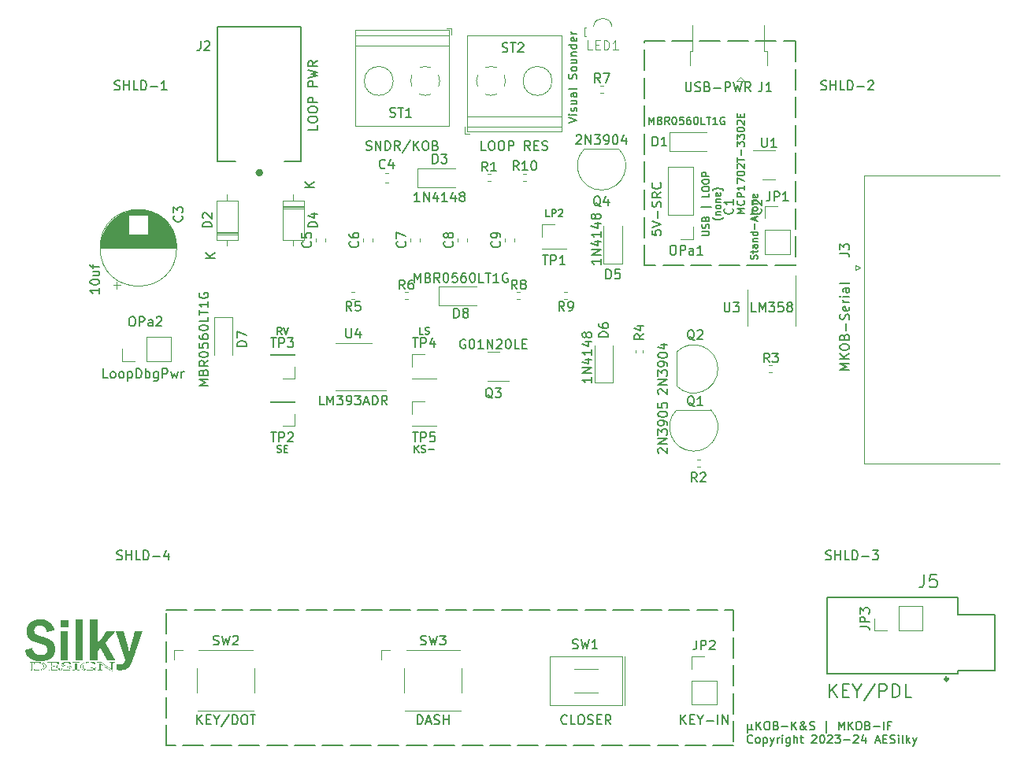
<source format=gbr>
%TF.GenerationSoftware,KiCad,Pcbnew,7.0.2*%
%TF.CreationDate,2024-01-05T23:58:43-08:00*%
%TF.ProjectId,MK_KS,4d4b5f4b-532e-46b6-9963-61645f706362,1.0*%
%TF.SameCoordinates,Original*%
%TF.FileFunction,Legend,Top*%
%TF.FilePolarity,Positive*%
%FSLAX46Y46*%
G04 Gerber Fmt 4.6, Leading zero omitted, Abs format (unit mm)*
G04 Created by KiCad (PCBNEW 7.0.2) date 2024-01-05 23:58:43*
%MOMM*%
%LPD*%
G01*
G04 APERTURE LIST*
%ADD10C,0.200000*%
%ADD11C,0.127000*%
%ADD12C,0.150000*%
%ADD13C,0.100000*%
%ADD14C,0.120000*%
%ADD15C,0.340000*%
%ADD16C,0.400000*%
G04 APERTURE END LIST*
D10*
X72903400Y-156499800D02*
X75103400Y-156499800D01*
X75903400Y-156499800D02*
X78103400Y-156499800D01*
X78903400Y-156499800D02*
X81103400Y-156499800D01*
X81903400Y-156499800D02*
X84103400Y-156499800D01*
X84903400Y-156499800D02*
X87103400Y-156499800D01*
X87903400Y-156499800D02*
X90103400Y-156499800D01*
X90903400Y-156499800D02*
X93103400Y-156499800D01*
X93903400Y-156499800D02*
X96103400Y-156499800D01*
X96903400Y-156499800D02*
X99103400Y-156499800D01*
X99903400Y-156499800D02*
X102103400Y-156499800D01*
X102903400Y-156499800D02*
X105103400Y-156499800D01*
X105903400Y-156499800D02*
X108103400Y-156499800D01*
X108903400Y-156499800D02*
X111103400Y-156499800D01*
X111903400Y-156499800D02*
X114103400Y-156499800D01*
X114903400Y-156499800D02*
X117103400Y-156499800D01*
X117903400Y-156499800D02*
X120103400Y-156499800D01*
X120903400Y-156499800D02*
X123103400Y-156499800D01*
X123903400Y-156499800D02*
X126103400Y-156499800D01*
X126903400Y-156499800D02*
X129103400Y-156499800D01*
X129903400Y-156499800D02*
X132103400Y-156499800D01*
X132903400Y-156499800D02*
X133863400Y-156499800D01*
X133863400Y-156499800D02*
X133863400Y-158699800D01*
X133863400Y-159499800D02*
X133863400Y-161699800D01*
X133863400Y-162499800D02*
X133863400Y-164699800D01*
X133863400Y-165499800D02*
X133863400Y-167699800D01*
X133863400Y-168499800D02*
X133863400Y-170699800D01*
X133863400Y-171104800D02*
X131663400Y-171104800D01*
X130863400Y-171104800D02*
X128663400Y-171104800D01*
X127863400Y-171104800D02*
X125663400Y-171104800D01*
X124863400Y-171104800D02*
X122663400Y-171104800D01*
X121863400Y-171104800D02*
X119663400Y-171104800D01*
X118863400Y-171104800D02*
X116663400Y-171104800D01*
X115863400Y-171104800D02*
X113663400Y-171104800D01*
X112863400Y-171104800D02*
X110663400Y-171104800D01*
X109863400Y-171104800D02*
X107663400Y-171104800D01*
X106863400Y-171104800D02*
X104663400Y-171104800D01*
X103863400Y-171104800D02*
X101663400Y-171104800D01*
X100863400Y-171104800D02*
X98663400Y-171104800D01*
X97863400Y-171104800D02*
X95663400Y-171104800D01*
X94863400Y-171104800D02*
X92663400Y-171104800D01*
X91863400Y-171104800D02*
X89663400Y-171104800D01*
X88863400Y-171104800D02*
X86663400Y-171104800D01*
X85863400Y-171104800D02*
X83663400Y-171104800D01*
X82863400Y-171104800D02*
X80663400Y-171104800D01*
X79863400Y-171104800D02*
X77663400Y-171104800D01*
X76863400Y-171104800D02*
X74663400Y-171104800D01*
X73863400Y-171104800D02*
X72903400Y-171104800D01*
X72903400Y-171104800D02*
X72903400Y-168904800D01*
X72903400Y-168104800D02*
X72903400Y-165904800D01*
X72903400Y-165104800D02*
X72903400Y-162904800D01*
X72903400Y-162104800D02*
X72903400Y-159904800D01*
X72903400Y-159104800D02*
X72903400Y-156904800D01*
X124222000Y-95353200D02*
X126422000Y-95353200D01*
X127222000Y-95353200D02*
X129422000Y-95353200D01*
X130222000Y-95353200D02*
X132422000Y-95353200D01*
X133222000Y-95353200D02*
X135422000Y-95353200D01*
X136222000Y-95353200D02*
X138422000Y-95353200D01*
X139222000Y-95353200D02*
X140478000Y-95353200D01*
X140478000Y-95353200D02*
X140478000Y-97553200D01*
X140478000Y-98353200D02*
X140478000Y-100553200D01*
X140478000Y-101353200D02*
X140478000Y-103553200D01*
X140478000Y-104353200D02*
X140478000Y-106553200D01*
X140478000Y-107353200D02*
X140478000Y-109553200D01*
X140478000Y-110353200D02*
X140478000Y-112553200D01*
X140478000Y-113353200D02*
X140478000Y-115553200D01*
X140478000Y-116353200D02*
X140478000Y-118553200D01*
X140478000Y-119353200D02*
X140478000Y-119483200D01*
X140478000Y-119483200D02*
X138278000Y-119483200D01*
X137478000Y-119483200D02*
X135278000Y-119483200D01*
X134478000Y-119483200D02*
X132278000Y-119483200D01*
X131478000Y-119483200D02*
X129278000Y-119483200D01*
X128478000Y-119483200D02*
X126278000Y-119483200D01*
X125478000Y-119483200D02*
X124222000Y-119483200D01*
X124222000Y-119483200D02*
X124222000Y-117283200D01*
X124222000Y-116483200D02*
X124222000Y-114283200D01*
X124222000Y-113483200D02*
X124222000Y-111283200D01*
X124222000Y-110483200D02*
X124222000Y-108283200D01*
X124222000Y-107483200D02*
X124222000Y-105283200D01*
X124222000Y-104483200D02*
X124222000Y-102283200D01*
X124222000Y-101483200D02*
X124222000Y-99283200D01*
X124222000Y-98483200D02*
X124222000Y-96283200D01*
X124222000Y-95483200D02*
X124222000Y-95353200D01*
D11*
X136395460Y-118799430D02*
X136431745Y-118690573D01*
X136431745Y-118690573D02*
X136431745Y-118509144D01*
X136431745Y-118509144D02*
X136395460Y-118436573D01*
X136395460Y-118436573D02*
X136359174Y-118400287D01*
X136359174Y-118400287D02*
X136286602Y-118364001D01*
X136286602Y-118364001D02*
X136214031Y-118364001D01*
X136214031Y-118364001D02*
X136141460Y-118400287D01*
X136141460Y-118400287D02*
X136105174Y-118436573D01*
X136105174Y-118436573D02*
X136068888Y-118509144D01*
X136068888Y-118509144D02*
X136032602Y-118654287D01*
X136032602Y-118654287D02*
X135996317Y-118726858D01*
X135996317Y-118726858D02*
X135960031Y-118763144D01*
X135960031Y-118763144D02*
X135887460Y-118799430D01*
X135887460Y-118799430D02*
X135814888Y-118799430D01*
X135814888Y-118799430D02*
X135742317Y-118763144D01*
X135742317Y-118763144D02*
X135706031Y-118726858D01*
X135706031Y-118726858D02*
X135669745Y-118654287D01*
X135669745Y-118654287D02*
X135669745Y-118472858D01*
X135669745Y-118472858D02*
X135706031Y-118364001D01*
X135923745Y-118146287D02*
X135923745Y-117856001D01*
X135669745Y-118037430D02*
X136322888Y-118037430D01*
X136322888Y-118037430D02*
X136395460Y-118001144D01*
X136395460Y-118001144D02*
X136431745Y-117928573D01*
X136431745Y-117928573D02*
X136431745Y-117856001D01*
X136431745Y-117275430D02*
X136032602Y-117275430D01*
X136032602Y-117275430D02*
X135960031Y-117311715D01*
X135960031Y-117311715D02*
X135923745Y-117384287D01*
X135923745Y-117384287D02*
X135923745Y-117529430D01*
X135923745Y-117529430D02*
X135960031Y-117602001D01*
X136395460Y-117275430D02*
X136431745Y-117348001D01*
X136431745Y-117348001D02*
X136431745Y-117529430D01*
X136431745Y-117529430D02*
X136395460Y-117602001D01*
X136395460Y-117602001D02*
X136322888Y-117638287D01*
X136322888Y-117638287D02*
X136250317Y-117638287D01*
X136250317Y-117638287D02*
X136177745Y-117602001D01*
X136177745Y-117602001D02*
X136141460Y-117529430D01*
X136141460Y-117529430D02*
X136141460Y-117348001D01*
X136141460Y-117348001D02*
X136105174Y-117275430D01*
X135923745Y-116912572D02*
X136431745Y-116912572D01*
X135996317Y-116912572D02*
X135960031Y-116876286D01*
X135960031Y-116876286D02*
X135923745Y-116803715D01*
X135923745Y-116803715D02*
X135923745Y-116694858D01*
X135923745Y-116694858D02*
X135960031Y-116622286D01*
X135960031Y-116622286D02*
X136032602Y-116586001D01*
X136032602Y-116586001D02*
X136431745Y-116586001D01*
X136431745Y-115896572D02*
X135669745Y-115896572D01*
X136395460Y-115896572D02*
X136431745Y-115969143D01*
X136431745Y-115969143D02*
X136431745Y-116114286D01*
X136431745Y-116114286D02*
X136395460Y-116186857D01*
X136395460Y-116186857D02*
X136359174Y-116223143D01*
X136359174Y-116223143D02*
X136286602Y-116259429D01*
X136286602Y-116259429D02*
X136068888Y-116259429D01*
X136068888Y-116259429D02*
X135996317Y-116223143D01*
X135996317Y-116223143D02*
X135960031Y-116186857D01*
X135960031Y-116186857D02*
X135923745Y-116114286D01*
X135923745Y-116114286D02*
X135923745Y-115969143D01*
X135923745Y-115969143D02*
X135960031Y-115896572D01*
X136141460Y-115533714D02*
X136141460Y-114953143D01*
X136214031Y-114626571D02*
X136214031Y-114263714D01*
X136431745Y-114699142D02*
X135669745Y-114445142D01*
X135669745Y-114445142D02*
X136431745Y-114191142D01*
X136431745Y-113828285D02*
X136395460Y-113900856D01*
X136395460Y-113900856D02*
X136322888Y-113937142D01*
X136322888Y-113937142D02*
X135669745Y-113937142D01*
X136431745Y-113429142D02*
X136395460Y-113501713D01*
X136395460Y-113501713D02*
X136359174Y-113537999D01*
X136359174Y-113537999D02*
X136286602Y-113574285D01*
X136286602Y-113574285D02*
X136068888Y-113574285D01*
X136068888Y-113574285D02*
X135996317Y-113537999D01*
X135996317Y-113537999D02*
X135960031Y-113501713D01*
X135960031Y-113501713D02*
X135923745Y-113429142D01*
X135923745Y-113429142D02*
X135923745Y-113320285D01*
X135923745Y-113320285D02*
X135960031Y-113247713D01*
X135960031Y-113247713D02*
X135996317Y-113211428D01*
X135996317Y-113211428D02*
X136068888Y-113175142D01*
X136068888Y-113175142D02*
X136286602Y-113175142D01*
X136286602Y-113175142D02*
X136359174Y-113211428D01*
X136359174Y-113211428D02*
X136395460Y-113247713D01*
X136395460Y-113247713D02*
X136431745Y-113320285D01*
X136431745Y-113320285D02*
X136431745Y-113429142D01*
X135923745Y-112848570D02*
X136431745Y-112848570D01*
X135996317Y-112848570D02*
X135960031Y-112812284D01*
X135960031Y-112812284D02*
X135923745Y-112739713D01*
X135923745Y-112739713D02*
X135923745Y-112630856D01*
X135923745Y-112630856D02*
X135960031Y-112558284D01*
X135960031Y-112558284D02*
X136032602Y-112521999D01*
X136032602Y-112521999D02*
X136431745Y-112521999D01*
X136395460Y-111868855D02*
X136431745Y-111941427D01*
X136431745Y-111941427D02*
X136431745Y-112086570D01*
X136431745Y-112086570D02*
X136395460Y-112159141D01*
X136395460Y-112159141D02*
X136322888Y-112195427D01*
X136322888Y-112195427D02*
X136032602Y-112195427D01*
X136032602Y-112195427D02*
X135960031Y-112159141D01*
X135960031Y-112159141D02*
X135923745Y-112086570D01*
X135923745Y-112086570D02*
X135923745Y-111941427D01*
X135923745Y-111941427D02*
X135960031Y-111868855D01*
X135960031Y-111868855D02*
X136032602Y-111832570D01*
X136032602Y-111832570D02*
X136105174Y-111832570D01*
X136105174Y-111832570D02*
X136177745Y-112195427D01*
D12*
X135365066Y-168851157D02*
X135365066Y-169740157D01*
X135788400Y-169316824D02*
X135830733Y-169401491D01*
X135830733Y-169401491D02*
X135915400Y-169443824D01*
X135365066Y-169316824D02*
X135407400Y-169401491D01*
X135407400Y-169401491D02*
X135492066Y-169443824D01*
X135492066Y-169443824D02*
X135661400Y-169443824D01*
X135661400Y-169443824D02*
X135746066Y-169401491D01*
X135746066Y-169401491D02*
X135788400Y-169316824D01*
X135788400Y-169316824D02*
X135788400Y-168851157D01*
X136296399Y-169443824D02*
X136296399Y-168554824D01*
X136804399Y-169443824D02*
X136423399Y-168935824D01*
X136804399Y-168554824D02*
X136296399Y-169062824D01*
X137354733Y-168554824D02*
X137524066Y-168554824D01*
X137524066Y-168554824D02*
X137608733Y-168597157D01*
X137608733Y-168597157D02*
X137693399Y-168681824D01*
X137693399Y-168681824D02*
X137735733Y-168851157D01*
X137735733Y-168851157D02*
X137735733Y-169147491D01*
X137735733Y-169147491D02*
X137693399Y-169316824D01*
X137693399Y-169316824D02*
X137608733Y-169401491D01*
X137608733Y-169401491D02*
X137524066Y-169443824D01*
X137524066Y-169443824D02*
X137354733Y-169443824D01*
X137354733Y-169443824D02*
X137270066Y-169401491D01*
X137270066Y-169401491D02*
X137185399Y-169316824D01*
X137185399Y-169316824D02*
X137143066Y-169147491D01*
X137143066Y-169147491D02*
X137143066Y-168851157D01*
X137143066Y-168851157D02*
X137185399Y-168681824D01*
X137185399Y-168681824D02*
X137270066Y-168597157D01*
X137270066Y-168597157D02*
X137354733Y-168554824D01*
X138413066Y-168978157D02*
X138540066Y-169020491D01*
X138540066Y-169020491D02*
X138582399Y-169062824D01*
X138582399Y-169062824D02*
X138624732Y-169147491D01*
X138624732Y-169147491D02*
X138624732Y-169274491D01*
X138624732Y-169274491D02*
X138582399Y-169359157D01*
X138582399Y-169359157D02*
X138540066Y-169401491D01*
X138540066Y-169401491D02*
X138455399Y-169443824D01*
X138455399Y-169443824D02*
X138116732Y-169443824D01*
X138116732Y-169443824D02*
X138116732Y-168554824D01*
X138116732Y-168554824D02*
X138413066Y-168554824D01*
X138413066Y-168554824D02*
X138497732Y-168597157D01*
X138497732Y-168597157D02*
X138540066Y-168639491D01*
X138540066Y-168639491D02*
X138582399Y-168724157D01*
X138582399Y-168724157D02*
X138582399Y-168808824D01*
X138582399Y-168808824D02*
X138540066Y-168893491D01*
X138540066Y-168893491D02*
X138497732Y-168935824D01*
X138497732Y-168935824D02*
X138413066Y-168978157D01*
X138413066Y-168978157D02*
X138116732Y-168978157D01*
X139005732Y-169105157D02*
X139683066Y-169105157D01*
X140106399Y-169443824D02*
X140106399Y-168554824D01*
X140614399Y-169443824D02*
X140233399Y-168935824D01*
X140614399Y-168554824D02*
X140106399Y-169062824D01*
X141715066Y-169443824D02*
X141672733Y-169443824D01*
X141672733Y-169443824D02*
X141588066Y-169401491D01*
X141588066Y-169401491D02*
X141461066Y-169274491D01*
X141461066Y-169274491D02*
X141249399Y-169020491D01*
X141249399Y-169020491D02*
X141164733Y-168893491D01*
X141164733Y-168893491D02*
X141122399Y-168766491D01*
X141122399Y-168766491D02*
X141122399Y-168681824D01*
X141122399Y-168681824D02*
X141164733Y-168597157D01*
X141164733Y-168597157D02*
X141249399Y-168554824D01*
X141249399Y-168554824D02*
X141291733Y-168554824D01*
X141291733Y-168554824D02*
X141376399Y-168597157D01*
X141376399Y-168597157D02*
X141418733Y-168681824D01*
X141418733Y-168681824D02*
X141418733Y-168724157D01*
X141418733Y-168724157D02*
X141376399Y-168808824D01*
X141376399Y-168808824D02*
X141334066Y-168851157D01*
X141334066Y-168851157D02*
X141080066Y-169020491D01*
X141080066Y-169020491D02*
X141037733Y-169062824D01*
X141037733Y-169062824D02*
X140995399Y-169147491D01*
X140995399Y-169147491D02*
X140995399Y-169274491D01*
X140995399Y-169274491D02*
X141037733Y-169359157D01*
X141037733Y-169359157D02*
X141080066Y-169401491D01*
X141080066Y-169401491D02*
X141164733Y-169443824D01*
X141164733Y-169443824D02*
X141291733Y-169443824D01*
X141291733Y-169443824D02*
X141376399Y-169401491D01*
X141376399Y-169401491D02*
X141418733Y-169359157D01*
X141418733Y-169359157D02*
X141545733Y-169189824D01*
X141545733Y-169189824D02*
X141588066Y-169062824D01*
X141588066Y-169062824D02*
X141588066Y-168978157D01*
X142053733Y-169401491D02*
X142180733Y-169443824D01*
X142180733Y-169443824D02*
X142392400Y-169443824D01*
X142392400Y-169443824D02*
X142477066Y-169401491D01*
X142477066Y-169401491D02*
X142519400Y-169359157D01*
X142519400Y-169359157D02*
X142561733Y-169274491D01*
X142561733Y-169274491D02*
X142561733Y-169189824D01*
X142561733Y-169189824D02*
X142519400Y-169105157D01*
X142519400Y-169105157D02*
X142477066Y-169062824D01*
X142477066Y-169062824D02*
X142392400Y-169020491D01*
X142392400Y-169020491D02*
X142223066Y-168978157D01*
X142223066Y-168978157D02*
X142138400Y-168935824D01*
X142138400Y-168935824D02*
X142096066Y-168893491D01*
X142096066Y-168893491D02*
X142053733Y-168808824D01*
X142053733Y-168808824D02*
X142053733Y-168724157D01*
X142053733Y-168724157D02*
X142096066Y-168639491D01*
X142096066Y-168639491D02*
X142138400Y-168597157D01*
X142138400Y-168597157D02*
X142223066Y-168554824D01*
X142223066Y-168554824D02*
X142434733Y-168554824D01*
X142434733Y-168554824D02*
X142561733Y-168597157D01*
X143831733Y-169740157D02*
X143831733Y-168470157D01*
X145144066Y-169443824D02*
X145144066Y-168554824D01*
X145144066Y-168554824D02*
X145440400Y-169189824D01*
X145440400Y-169189824D02*
X145736733Y-168554824D01*
X145736733Y-168554824D02*
X145736733Y-169443824D01*
X146160066Y-169443824D02*
X146160066Y-168554824D01*
X146668066Y-169443824D02*
X146287066Y-168935824D01*
X146668066Y-168554824D02*
X146160066Y-169062824D01*
X147218400Y-168554824D02*
X147387733Y-168554824D01*
X147387733Y-168554824D02*
X147472400Y-168597157D01*
X147472400Y-168597157D02*
X147557066Y-168681824D01*
X147557066Y-168681824D02*
X147599400Y-168851157D01*
X147599400Y-168851157D02*
X147599400Y-169147491D01*
X147599400Y-169147491D02*
X147557066Y-169316824D01*
X147557066Y-169316824D02*
X147472400Y-169401491D01*
X147472400Y-169401491D02*
X147387733Y-169443824D01*
X147387733Y-169443824D02*
X147218400Y-169443824D01*
X147218400Y-169443824D02*
X147133733Y-169401491D01*
X147133733Y-169401491D02*
X147049066Y-169316824D01*
X147049066Y-169316824D02*
X147006733Y-169147491D01*
X147006733Y-169147491D02*
X147006733Y-168851157D01*
X147006733Y-168851157D02*
X147049066Y-168681824D01*
X147049066Y-168681824D02*
X147133733Y-168597157D01*
X147133733Y-168597157D02*
X147218400Y-168554824D01*
X148276733Y-168978157D02*
X148403733Y-169020491D01*
X148403733Y-169020491D02*
X148446066Y-169062824D01*
X148446066Y-169062824D02*
X148488399Y-169147491D01*
X148488399Y-169147491D02*
X148488399Y-169274491D01*
X148488399Y-169274491D02*
X148446066Y-169359157D01*
X148446066Y-169359157D02*
X148403733Y-169401491D01*
X148403733Y-169401491D02*
X148319066Y-169443824D01*
X148319066Y-169443824D02*
X147980399Y-169443824D01*
X147980399Y-169443824D02*
X147980399Y-168554824D01*
X147980399Y-168554824D02*
X148276733Y-168554824D01*
X148276733Y-168554824D02*
X148361399Y-168597157D01*
X148361399Y-168597157D02*
X148403733Y-168639491D01*
X148403733Y-168639491D02*
X148446066Y-168724157D01*
X148446066Y-168724157D02*
X148446066Y-168808824D01*
X148446066Y-168808824D02*
X148403733Y-168893491D01*
X148403733Y-168893491D02*
X148361399Y-168935824D01*
X148361399Y-168935824D02*
X148276733Y-168978157D01*
X148276733Y-168978157D02*
X147980399Y-168978157D01*
X148869399Y-169105157D02*
X149546733Y-169105157D01*
X149970066Y-169443824D02*
X149970066Y-168554824D01*
X150689733Y-168978157D02*
X150393399Y-168978157D01*
X150393399Y-169443824D02*
X150393399Y-168554824D01*
X150393399Y-168554824D02*
X150816733Y-168554824D01*
X135873066Y-170799337D02*
X135830733Y-170841671D01*
X135830733Y-170841671D02*
X135703733Y-170884004D01*
X135703733Y-170884004D02*
X135619066Y-170884004D01*
X135619066Y-170884004D02*
X135492066Y-170841671D01*
X135492066Y-170841671D02*
X135407400Y-170757004D01*
X135407400Y-170757004D02*
X135365066Y-170672337D01*
X135365066Y-170672337D02*
X135322733Y-170503004D01*
X135322733Y-170503004D02*
X135322733Y-170376004D01*
X135322733Y-170376004D02*
X135365066Y-170206671D01*
X135365066Y-170206671D02*
X135407400Y-170122004D01*
X135407400Y-170122004D02*
X135492066Y-170037337D01*
X135492066Y-170037337D02*
X135619066Y-169995004D01*
X135619066Y-169995004D02*
X135703733Y-169995004D01*
X135703733Y-169995004D02*
X135830733Y-170037337D01*
X135830733Y-170037337D02*
X135873066Y-170079671D01*
X136381066Y-170884004D02*
X136296400Y-170841671D01*
X136296400Y-170841671D02*
X136254066Y-170799337D01*
X136254066Y-170799337D02*
X136211733Y-170714671D01*
X136211733Y-170714671D02*
X136211733Y-170460671D01*
X136211733Y-170460671D02*
X136254066Y-170376004D01*
X136254066Y-170376004D02*
X136296400Y-170333671D01*
X136296400Y-170333671D02*
X136381066Y-170291337D01*
X136381066Y-170291337D02*
X136508066Y-170291337D01*
X136508066Y-170291337D02*
X136592733Y-170333671D01*
X136592733Y-170333671D02*
X136635066Y-170376004D01*
X136635066Y-170376004D02*
X136677400Y-170460671D01*
X136677400Y-170460671D02*
X136677400Y-170714671D01*
X136677400Y-170714671D02*
X136635066Y-170799337D01*
X136635066Y-170799337D02*
X136592733Y-170841671D01*
X136592733Y-170841671D02*
X136508066Y-170884004D01*
X136508066Y-170884004D02*
X136381066Y-170884004D01*
X137058399Y-170291337D02*
X137058399Y-171180337D01*
X137058399Y-170333671D02*
X137143066Y-170291337D01*
X137143066Y-170291337D02*
X137312399Y-170291337D01*
X137312399Y-170291337D02*
X137397066Y-170333671D01*
X137397066Y-170333671D02*
X137439399Y-170376004D01*
X137439399Y-170376004D02*
X137481733Y-170460671D01*
X137481733Y-170460671D02*
X137481733Y-170714671D01*
X137481733Y-170714671D02*
X137439399Y-170799337D01*
X137439399Y-170799337D02*
X137397066Y-170841671D01*
X137397066Y-170841671D02*
X137312399Y-170884004D01*
X137312399Y-170884004D02*
X137143066Y-170884004D01*
X137143066Y-170884004D02*
X137058399Y-170841671D01*
X137778066Y-170291337D02*
X137989732Y-170884004D01*
X138201399Y-170291337D02*
X137989732Y-170884004D01*
X137989732Y-170884004D02*
X137905066Y-171095671D01*
X137905066Y-171095671D02*
X137862732Y-171138004D01*
X137862732Y-171138004D02*
X137778066Y-171180337D01*
X138540065Y-170884004D02*
X138540065Y-170291337D01*
X138540065Y-170460671D02*
X138582399Y-170376004D01*
X138582399Y-170376004D02*
X138624732Y-170333671D01*
X138624732Y-170333671D02*
X138709399Y-170291337D01*
X138709399Y-170291337D02*
X138794065Y-170291337D01*
X139090398Y-170884004D02*
X139090398Y-170291337D01*
X139090398Y-169995004D02*
X139048065Y-170037337D01*
X139048065Y-170037337D02*
X139090398Y-170079671D01*
X139090398Y-170079671D02*
X139132732Y-170037337D01*
X139132732Y-170037337D02*
X139090398Y-169995004D01*
X139090398Y-169995004D02*
X139090398Y-170079671D01*
X139894731Y-170291337D02*
X139894731Y-171011004D01*
X139894731Y-171011004D02*
X139852398Y-171095671D01*
X139852398Y-171095671D02*
X139810065Y-171138004D01*
X139810065Y-171138004D02*
X139725398Y-171180337D01*
X139725398Y-171180337D02*
X139598398Y-171180337D01*
X139598398Y-171180337D02*
X139513731Y-171138004D01*
X139894731Y-170841671D02*
X139810065Y-170884004D01*
X139810065Y-170884004D02*
X139640731Y-170884004D01*
X139640731Y-170884004D02*
X139556065Y-170841671D01*
X139556065Y-170841671D02*
X139513731Y-170799337D01*
X139513731Y-170799337D02*
X139471398Y-170714671D01*
X139471398Y-170714671D02*
X139471398Y-170460671D01*
X139471398Y-170460671D02*
X139513731Y-170376004D01*
X139513731Y-170376004D02*
X139556065Y-170333671D01*
X139556065Y-170333671D02*
X139640731Y-170291337D01*
X139640731Y-170291337D02*
X139810065Y-170291337D01*
X139810065Y-170291337D02*
X139894731Y-170333671D01*
X140318064Y-170884004D02*
X140318064Y-169995004D01*
X140699064Y-170884004D02*
X140699064Y-170418337D01*
X140699064Y-170418337D02*
X140656731Y-170333671D01*
X140656731Y-170333671D02*
X140572064Y-170291337D01*
X140572064Y-170291337D02*
X140445064Y-170291337D01*
X140445064Y-170291337D02*
X140360398Y-170333671D01*
X140360398Y-170333671D02*
X140318064Y-170376004D01*
X140995397Y-170291337D02*
X141334064Y-170291337D01*
X141122397Y-169995004D02*
X141122397Y-170757004D01*
X141122397Y-170757004D02*
X141164731Y-170841671D01*
X141164731Y-170841671D02*
X141249397Y-170884004D01*
X141249397Y-170884004D02*
X141334064Y-170884004D01*
X142265397Y-170079671D02*
X142307730Y-170037337D01*
X142307730Y-170037337D02*
X142392397Y-169995004D01*
X142392397Y-169995004D02*
X142604064Y-169995004D01*
X142604064Y-169995004D02*
X142688730Y-170037337D01*
X142688730Y-170037337D02*
X142731064Y-170079671D01*
X142731064Y-170079671D02*
X142773397Y-170164337D01*
X142773397Y-170164337D02*
X142773397Y-170249004D01*
X142773397Y-170249004D02*
X142731064Y-170376004D01*
X142731064Y-170376004D02*
X142223064Y-170884004D01*
X142223064Y-170884004D02*
X142773397Y-170884004D01*
X143323731Y-169995004D02*
X143408397Y-169995004D01*
X143408397Y-169995004D02*
X143493064Y-170037337D01*
X143493064Y-170037337D02*
X143535397Y-170079671D01*
X143535397Y-170079671D02*
X143577731Y-170164337D01*
X143577731Y-170164337D02*
X143620064Y-170333671D01*
X143620064Y-170333671D02*
X143620064Y-170545337D01*
X143620064Y-170545337D02*
X143577731Y-170714671D01*
X143577731Y-170714671D02*
X143535397Y-170799337D01*
X143535397Y-170799337D02*
X143493064Y-170841671D01*
X143493064Y-170841671D02*
X143408397Y-170884004D01*
X143408397Y-170884004D02*
X143323731Y-170884004D01*
X143323731Y-170884004D02*
X143239064Y-170841671D01*
X143239064Y-170841671D02*
X143196731Y-170799337D01*
X143196731Y-170799337D02*
X143154397Y-170714671D01*
X143154397Y-170714671D02*
X143112064Y-170545337D01*
X143112064Y-170545337D02*
X143112064Y-170333671D01*
X143112064Y-170333671D02*
X143154397Y-170164337D01*
X143154397Y-170164337D02*
X143196731Y-170079671D01*
X143196731Y-170079671D02*
X143239064Y-170037337D01*
X143239064Y-170037337D02*
X143323731Y-169995004D01*
X143958731Y-170079671D02*
X144001064Y-170037337D01*
X144001064Y-170037337D02*
X144085731Y-169995004D01*
X144085731Y-169995004D02*
X144297398Y-169995004D01*
X144297398Y-169995004D02*
X144382064Y-170037337D01*
X144382064Y-170037337D02*
X144424398Y-170079671D01*
X144424398Y-170079671D02*
X144466731Y-170164337D01*
X144466731Y-170164337D02*
X144466731Y-170249004D01*
X144466731Y-170249004D02*
X144424398Y-170376004D01*
X144424398Y-170376004D02*
X143916398Y-170884004D01*
X143916398Y-170884004D02*
X144466731Y-170884004D01*
X144763065Y-169995004D02*
X145313398Y-169995004D01*
X145313398Y-169995004D02*
X145017065Y-170333671D01*
X145017065Y-170333671D02*
X145144065Y-170333671D01*
X145144065Y-170333671D02*
X145228731Y-170376004D01*
X145228731Y-170376004D02*
X145271065Y-170418337D01*
X145271065Y-170418337D02*
X145313398Y-170503004D01*
X145313398Y-170503004D02*
X145313398Y-170714671D01*
X145313398Y-170714671D02*
X145271065Y-170799337D01*
X145271065Y-170799337D02*
X145228731Y-170841671D01*
X145228731Y-170841671D02*
X145144065Y-170884004D01*
X145144065Y-170884004D02*
X144890065Y-170884004D01*
X144890065Y-170884004D02*
X144805398Y-170841671D01*
X144805398Y-170841671D02*
X144763065Y-170799337D01*
X145694398Y-170545337D02*
X146371732Y-170545337D01*
X146752732Y-170079671D02*
X146795065Y-170037337D01*
X146795065Y-170037337D02*
X146879732Y-169995004D01*
X146879732Y-169995004D02*
X147091399Y-169995004D01*
X147091399Y-169995004D02*
X147176065Y-170037337D01*
X147176065Y-170037337D02*
X147218399Y-170079671D01*
X147218399Y-170079671D02*
X147260732Y-170164337D01*
X147260732Y-170164337D02*
X147260732Y-170249004D01*
X147260732Y-170249004D02*
X147218399Y-170376004D01*
X147218399Y-170376004D02*
X146710399Y-170884004D01*
X146710399Y-170884004D02*
X147260732Y-170884004D01*
X148022732Y-170291337D02*
X148022732Y-170884004D01*
X147811066Y-169952671D02*
X147599399Y-170587671D01*
X147599399Y-170587671D02*
X148149732Y-170587671D01*
X149123399Y-170630004D02*
X149546732Y-170630004D01*
X149038732Y-170884004D02*
X149335066Y-169995004D01*
X149335066Y-169995004D02*
X149631399Y-170884004D01*
X149927732Y-170418337D02*
X150224066Y-170418337D01*
X150351066Y-170884004D02*
X149927732Y-170884004D01*
X149927732Y-170884004D02*
X149927732Y-169995004D01*
X149927732Y-169995004D02*
X150351066Y-169995004D01*
X150689732Y-170841671D02*
X150816732Y-170884004D01*
X150816732Y-170884004D02*
X151028399Y-170884004D01*
X151028399Y-170884004D02*
X151113065Y-170841671D01*
X151113065Y-170841671D02*
X151155399Y-170799337D01*
X151155399Y-170799337D02*
X151197732Y-170714671D01*
X151197732Y-170714671D02*
X151197732Y-170630004D01*
X151197732Y-170630004D02*
X151155399Y-170545337D01*
X151155399Y-170545337D02*
X151113065Y-170503004D01*
X151113065Y-170503004D02*
X151028399Y-170460671D01*
X151028399Y-170460671D02*
X150859065Y-170418337D01*
X150859065Y-170418337D02*
X150774399Y-170376004D01*
X150774399Y-170376004D02*
X150732065Y-170333671D01*
X150732065Y-170333671D02*
X150689732Y-170249004D01*
X150689732Y-170249004D02*
X150689732Y-170164337D01*
X150689732Y-170164337D02*
X150732065Y-170079671D01*
X150732065Y-170079671D02*
X150774399Y-170037337D01*
X150774399Y-170037337D02*
X150859065Y-169995004D01*
X150859065Y-169995004D02*
X151070732Y-169995004D01*
X151070732Y-169995004D02*
X151197732Y-170037337D01*
X151578732Y-170884004D02*
X151578732Y-170291337D01*
X151578732Y-169995004D02*
X151536399Y-170037337D01*
X151536399Y-170037337D02*
X151578732Y-170079671D01*
X151578732Y-170079671D02*
X151621066Y-170037337D01*
X151621066Y-170037337D02*
X151578732Y-169995004D01*
X151578732Y-169995004D02*
X151578732Y-170079671D01*
X152129065Y-170884004D02*
X152044399Y-170841671D01*
X152044399Y-170841671D02*
X152002065Y-170757004D01*
X152002065Y-170757004D02*
X152002065Y-169995004D01*
X152467732Y-170884004D02*
X152467732Y-169995004D01*
X152552399Y-170545337D02*
X152806399Y-170884004D01*
X152806399Y-170291337D02*
X152467732Y-170630004D01*
X153102733Y-170291337D02*
X153314399Y-170884004D01*
X153526066Y-170291337D02*
X153314399Y-170884004D01*
X153314399Y-170884004D02*
X153229733Y-171095671D01*
X153229733Y-171095671D02*
X153187399Y-171138004D01*
X153187399Y-171138004D02*
X153102733Y-171180337D01*
D11*
X130465285Y-116244913D02*
X131082142Y-116244913D01*
X131082142Y-116244913D02*
X131154714Y-116208627D01*
X131154714Y-116208627D02*
X131191000Y-116172342D01*
X131191000Y-116172342D02*
X131227285Y-116099770D01*
X131227285Y-116099770D02*
X131227285Y-115954627D01*
X131227285Y-115954627D02*
X131191000Y-115882056D01*
X131191000Y-115882056D02*
X131154714Y-115845770D01*
X131154714Y-115845770D02*
X131082142Y-115809484D01*
X131082142Y-115809484D02*
X130465285Y-115809484D01*
X131191000Y-115482913D02*
X131227285Y-115374056D01*
X131227285Y-115374056D02*
X131227285Y-115192627D01*
X131227285Y-115192627D02*
X131191000Y-115120056D01*
X131191000Y-115120056D02*
X131154714Y-115083770D01*
X131154714Y-115083770D02*
X131082142Y-115047484D01*
X131082142Y-115047484D02*
X131009571Y-115047484D01*
X131009571Y-115047484D02*
X130937000Y-115083770D01*
X130937000Y-115083770D02*
X130900714Y-115120056D01*
X130900714Y-115120056D02*
X130864428Y-115192627D01*
X130864428Y-115192627D02*
X130828142Y-115337770D01*
X130828142Y-115337770D02*
X130791857Y-115410341D01*
X130791857Y-115410341D02*
X130755571Y-115446627D01*
X130755571Y-115446627D02*
X130683000Y-115482913D01*
X130683000Y-115482913D02*
X130610428Y-115482913D01*
X130610428Y-115482913D02*
X130537857Y-115446627D01*
X130537857Y-115446627D02*
X130501571Y-115410341D01*
X130501571Y-115410341D02*
X130465285Y-115337770D01*
X130465285Y-115337770D02*
X130465285Y-115156341D01*
X130465285Y-115156341D02*
X130501571Y-115047484D01*
X130828142Y-114466913D02*
X130864428Y-114358056D01*
X130864428Y-114358056D02*
X130900714Y-114321770D01*
X130900714Y-114321770D02*
X130973285Y-114285484D01*
X130973285Y-114285484D02*
X131082142Y-114285484D01*
X131082142Y-114285484D02*
X131154714Y-114321770D01*
X131154714Y-114321770D02*
X131191000Y-114358056D01*
X131191000Y-114358056D02*
X131227285Y-114430627D01*
X131227285Y-114430627D02*
X131227285Y-114720913D01*
X131227285Y-114720913D02*
X130465285Y-114720913D01*
X130465285Y-114720913D02*
X130465285Y-114466913D01*
X130465285Y-114466913D02*
X130501571Y-114394342D01*
X130501571Y-114394342D02*
X130537857Y-114358056D01*
X130537857Y-114358056D02*
X130610428Y-114321770D01*
X130610428Y-114321770D02*
X130683000Y-114321770D01*
X130683000Y-114321770D02*
X130755571Y-114358056D01*
X130755571Y-114358056D02*
X130791857Y-114394342D01*
X130791857Y-114394342D02*
X130828142Y-114466913D01*
X130828142Y-114466913D02*
X130828142Y-114720913D01*
X131481285Y-113196913D02*
X130392714Y-113196913D01*
X131227285Y-111709200D02*
X131227285Y-112072057D01*
X131227285Y-112072057D02*
X130465285Y-112072057D01*
X130465285Y-111310057D02*
X130465285Y-111164914D01*
X130465285Y-111164914D02*
X130501571Y-111092343D01*
X130501571Y-111092343D02*
X130574142Y-111019771D01*
X130574142Y-111019771D02*
X130719285Y-110983486D01*
X130719285Y-110983486D02*
X130973285Y-110983486D01*
X130973285Y-110983486D02*
X131118428Y-111019771D01*
X131118428Y-111019771D02*
X131191000Y-111092343D01*
X131191000Y-111092343D02*
X131227285Y-111164914D01*
X131227285Y-111164914D02*
X131227285Y-111310057D01*
X131227285Y-111310057D02*
X131191000Y-111382629D01*
X131191000Y-111382629D02*
X131118428Y-111455200D01*
X131118428Y-111455200D02*
X130973285Y-111491486D01*
X130973285Y-111491486D02*
X130719285Y-111491486D01*
X130719285Y-111491486D02*
X130574142Y-111455200D01*
X130574142Y-111455200D02*
X130501571Y-111382629D01*
X130501571Y-111382629D02*
X130465285Y-111310057D01*
X130465285Y-110511771D02*
X130465285Y-110366628D01*
X130465285Y-110366628D02*
X130501571Y-110294057D01*
X130501571Y-110294057D02*
X130574142Y-110221485D01*
X130574142Y-110221485D02*
X130719285Y-110185200D01*
X130719285Y-110185200D02*
X130973285Y-110185200D01*
X130973285Y-110185200D02*
X131118428Y-110221485D01*
X131118428Y-110221485D02*
X131191000Y-110294057D01*
X131191000Y-110294057D02*
X131227285Y-110366628D01*
X131227285Y-110366628D02*
X131227285Y-110511771D01*
X131227285Y-110511771D02*
X131191000Y-110584343D01*
X131191000Y-110584343D02*
X131118428Y-110656914D01*
X131118428Y-110656914D02*
X130973285Y-110693200D01*
X130973285Y-110693200D02*
X130719285Y-110693200D01*
X130719285Y-110693200D02*
X130574142Y-110656914D01*
X130574142Y-110656914D02*
X130501571Y-110584343D01*
X130501571Y-110584343D02*
X130465285Y-110511771D01*
X131227285Y-109858628D02*
X130465285Y-109858628D01*
X130465285Y-109858628D02*
X130465285Y-109568342D01*
X130465285Y-109568342D02*
X130501571Y-109495771D01*
X130501571Y-109495771D02*
X130537857Y-109459485D01*
X130537857Y-109459485D02*
X130610428Y-109423199D01*
X130610428Y-109423199D02*
X130719285Y-109423199D01*
X130719285Y-109423199D02*
X130791857Y-109459485D01*
X130791857Y-109459485D02*
X130828142Y-109495771D01*
X130828142Y-109495771D02*
X130864428Y-109568342D01*
X130864428Y-109568342D02*
X130864428Y-109858628D01*
X132752011Y-114321772D02*
X132715725Y-114358057D01*
X132715725Y-114358057D02*
X132606868Y-114430629D01*
X132606868Y-114430629D02*
X132534297Y-114466915D01*
X132534297Y-114466915D02*
X132425440Y-114503200D01*
X132425440Y-114503200D02*
X132244011Y-114539486D01*
X132244011Y-114539486D02*
X132098868Y-114539486D01*
X132098868Y-114539486D02*
X131917440Y-114503200D01*
X131917440Y-114503200D02*
X131808582Y-114466915D01*
X131808582Y-114466915D02*
X131736011Y-114430629D01*
X131736011Y-114430629D02*
X131627154Y-114358057D01*
X131627154Y-114358057D02*
X131590868Y-114321772D01*
X131953725Y-114031486D02*
X132461725Y-114031486D01*
X132026297Y-114031486D02*
X131990011Y-113995200D01*
X131990011Y-113995200D02*
X131953725Y-113922629D01*
X131953725Y-113922629D02*
X131953725Y-113813772D01*
X131953725Y-113813772D02*
X131990011Y-113741200D01*
X131990011Y-113741200D02*
X132062582Y-113704915D01*
X132062582Y-113704915D02*
X132461725Y-113704915D01*
X132461725Y-113233200D02*
X132425440Y-113305771D01*
X132425440Y-113305771D02*
X132389154Y-113342057D01*
X132389154Y-113342057D02*
X132316582Y-113378343D01*
X132316582Y-113378343D02*
X132098868Y-113378343D01*
X132098868Y-113378343D02*
X132026297Y-113342057D01*
X132026297Y-113342057D02*
X131990011Y-113305771D01*
X131990011Y-113305771D02*
X131953725Y-113233200D01*
X131953725Y-113233200D02*
X131953725Y-113124343D01*
X131953725Y-113124343D02*
X131990011Y-113051771D01*
X131990011Y-113051771D02*
X132026297Y-113015486D01*
X132026297Y-113015486D02*
X132098868Y-112979200D01*
X132098868Y-112979200D02*
X132316582Y-112979200D01*
X132316582Y-112979200D02*
X132389154Y-113015486D01*
X132389154Y-113015486D02*
X132425440Y-113051771D01*
X132425440Y-113051771D02*
X132461725Y-113124343D01*
X132461725Y-113124343D02*
X132461725Y-113233200D01*
X131953725Y-112652628D02*
X132461725Y-112652628D01*
X132026297Y-112652628D02*
X131990011Y-112616342D01*
X131990011Y-112616342D02*
X131953725Y-112543771D01*
X131953725Y-112543771D02*
X131953725Y-112434914D01*
X131953725Y-112434914D02*
X131990011Y-112362342D01*
X131990011Y-112362342D02*
X132062582Y-112326057D01*
X132062582Y-112326057D02*
X132461725Y-112326057D01*
X132425440Y-111672913D02*
X132461725Y-111745485D01*
X132461725Y-111745485D02*
X132461725Y-111890628D01*
X132461725Y-111890628D02*
X132425440Y-111963199D01*
X132425440Y-111963199D02*
X132352868Y-111999485D01*
X132352868Y-111999485D02*
X132062582Y-111999485D01*
X132062582Y-111999485D02*
X131990011Y-111963199D01*
X131990011Y-111963199D02*
X131953725Y-111890628D01*
X131953725Y-111890628D02*
X131953725Y-111745485D01*
X131953725Y-111745485D02*
X131990011Y-111672913D01*
X131990011Y-111672913D02*
X132062582Y-111636628D01*
X132062582Y-111636628D02*
X132135154Y-111636628D01*
X132135154Y-111636628D02*
X132207725Y-111999485D01*
X132752011Y-111382627D02*
X132715725Y-111346342D01*
X132715725Y-111346342D02*
X132606868Y-111273770D01*
X132606868Y-111273770D02*
X132534297Y-111237485D01*
X132534297Y-111237485D02*
X132425440Y-111201199D01*
X132425440Y-111201199D02*
X132244011Y-111164913D01*
X132244011Y-111164913D02*
X132098868Y-111164913D01*
X132098868Y-111164913D02*
X131917440Y-111201199D01*
X131917440Y-111201199D02*
X131808582Y-111237485D01*
X131808582Y-111237485D02*
X131736011Y-111273770D01*
X131736011Y-111273770D02*
X131627154Y-111346342D01*
X131627154Y-111346342D02*
X131590868Y-111382627D01*
X116121604Y-104169632D02*
X117010604Y-103873299D01*
X117010604Y-103873299D02*
X116121604Y-103576965D01*
X117010604Y-103280632D02*
X116417937Y-103280632D01*
X116121604Y-103280632D02*
X116163937Y-103322965D01*
X116163937Y-103322965D02*
X116206271Y-103280632D01*
X116206271Y-103280632D02*
X116163937Y-103238299D01*
X116163937Y-103238299D02*
X116121604Y-103280632D01*
X116121604Y-103280632D02*
X116206271Y-103280632D01*
X116968271Y-102899632D02*
X117010604Y-102814966D01*
X117010604Y-102814966D02*
X117010604Y-102645632D01*
X117010604Y-102645632D02*
X116968271Y-102560966D01*
X116968271Y-102560966D02*
X116883604Y-102518632D01*
X116883604Y-102518632D02*
X116841271Y-102518632D01*
X116841271Y-102518632D02*
X116756604Y-102560966D01*
X116756604Y-102560966D02*
X116714271Y-102645632D01*
X116714271Y-102645632D02*
X116714271Y-102772632D01*
X116714271Y-102772632D02*
X116671937Y-102857299D01*
X116671937Y-102857299D02*
X116587271Y-102899632D01*
X116587271Y-102899632D02*
X116544937Y-102899632D01*
X116544937Y-102899632D02*
X116460271Y-102857299D01*
X116460271Y-102857299D02*
X116417937Y-102772632D01*
X116417937Y-102772632D02*
X116417937Y-102645632D01*
X116417937Y-102645632D02*
X116460271Y-102560966D01*
X116417937Y-101756632D02*
X117010604Y-101756632D01*
X116417937Y-102137632D02*
X116883604Y-102137632D01*
X116883604Y-102137632D02*
X116968271Y-102095299D01*
X116968271Y-102095299D02*
X117010604Y-102010632D01*
X117010604Y-102010632D02*
X117010604Y-101883632D01*
X117010604Y-101883632D02*
X116968271Y-101798965D01*
X116968271Y-101798965D02*
X116925937Y-101756632D01*
X117010604Y-100952299D02*
X116544937Y-100952299D01*
X116544937Y-100952299D02*
X116460271Y-100994632D01*
X116460271Y-100994632D02*
X116417937Y-101079299D01*
X116417937Y-101079299D02*
X116417937Y-101248632D01*
X116417937Y-101248632D02*
X116460271Y-101333299D01*
X116968271Y-100952299D02*
X117010604Y-101036966D01*
X117010604Y-101036966D02*
X117010604Y-101248632D01*
X117010604Y-101248632D02*
X116968271Y-101333299D01*
X116968271Y-101333299D02*
X116883604Y-101375632D01*
X116883604Y-101375632D02*
X116798937Y-101375632D01*
X116798937Y-101375632D02*
X116714271Y-101333299D01*
X116714271Y-101333299D02*
X116671937Y-101248632D01*
X116671937Y-101248632D02*
X116671937Y-101036966D01*
X116671937Y-101036966D02*
X116629604Y-100952299D01*
X117010604Y-100401966D02*
X116968271Y-100486633D01*
X116968271Y-100486633D02*
X116883604Y-100528966D01*
X116883604Y-100528966D02*
X116121604Y-100528966D01*
X116968271Y-99428299D02*
X117010604Y-99301299D01*
X117010604Y-99301299D02*
X117010604Y-99089633D01*
X117010604Y-99089633D02*
X116968271Y-99004966D01*
X116968271Y-99004966D02*
X116925937Y-98962633D01*
X116925937Y-98962633D02*
X116841271Y-98920299D01*
X116841271Y-98920299D02*
X116756604Y-98920299D01*
X116756604Y-98920299D02*
X116671937Y-98962633D01*
X116671937Y-98962633D02*
X116629604Y-99004966D01*
X116629604Y-99004966D02*
X116587271Y-99089633D01*
X116587271Y-99089633D02*
X116544937Y-99258966D01*
X116544937Y-99258966D02*
X116502604Y-99343633D01*
X116502604Y-99343633D02*
X116460271Y-99385966D01*
X116460271Y-99385966D02*
X116375604Y-99428299D01*
X116375604Y-99428299D02*
X116290937Y-99428299D01*
X116290937Y-99428299D02*
X116206271Y-99385966D01*
X116206271Y-99385966D02*
X116163937Y-99343633D01*
X116163937Y-99343633D02*
X116121604Y-99258966D01*
X116121604Y-99258966D02*
X116121604Y-99047299D01*
X116121604Y-99047299D02*
X116163937Y-98920299D01*
X117010604Y-98412299D02*
X116968271Y-98496966D01*
X116968271Y-98496966D02*
X116925937Y-98539299D01*
X116925937Y-98539299D02*
X116841271Y-98581632D01*
X116841271Y-98581632D02*
X116587271Y-98581632D01*
X116587271Y-98581632D02*
X116502604Y-98539299D01*
X116502604Y-98539299D02*
X116460271Y-98496966D01*
X116460271Y-98496966D02*
X116417937Y-98412299D01*
X116417937Y-98412299D02*
X116417937Y-98285299D01*
X116417937Y-98285299D02*
X116460271Y-98200632D01*
X116460271Y-98200632D02*
X116502604Y-98158299D01*
X116502604Y-98158299D02*
X116587271Y-98115966D01*
X116587271Y-98115966D02*
X116841271Y-98115966D01*
X116841271Y-98115966D02*
X116925937Y-98158299D01*
X116925937Y-98158299D02*
X116968271Y-98200632D01*
X116968271Y-98200632D02*
X117010604Y-98285299D01*
X117010604Y-98285299D02*
X117010604Y-98412299D01*
X116417937Y-97353966D02*
X117010604Y-97353966D01*
X116417937Y-97734966D02*
X116883604Y-97734966D01*
X116883604Y-97734966D02*
X116968271Y-97692633D01*
X116968271Y-97692633D02*
X117010604Y-97607966D01*
X117010604Y-97607966D02*
X117010604Y-97480966D01*
X117010604Y-97480966D02*
X116968271Y-97396299D01*
X116968271Y-97396299D02*
X116925937Y-97353966D01*
X116417937Y-96930633D02*
X117010604Y-96930633D01*
X116502604Y-96930633D02*
X116460271Y-96888300D01*
X116460271Y-96888300D02*
X116417937Y-96803633D01*
X116417937Y-96803633D02*
X116417937Y-96676633D01*
X116417937Y-96676633D02*
X116460271Y-96591966D01*
X116460271Y-96591966D02*
X116544937Y-96549633D01*
X116544937Y-96549633D02*
X117010604Y-96549633D01*
X117010604Y-95745300D02*
X116121604Y-95745300D01*
X116968271Y-95745300D02*
X117010604Y-95829967D01*
X117010604Y-95829967D02*
X117010604Y-95999300D01*
X117010604Y-95999300D02*
X116968271Y-96083967D01*
X116968271Y-96083967D02*
X116925937Y-96126300D01*
X116925937Y-96126300D02*
X116841271Y-96168633D01*
X116841271Y-96168633D02*
X116587271Y-96168633D01*
X116587271Y-96168633D02*
X116502604Y-96126300D01*
X116502604Y-96126300D02*
X116460271Y-96083967D01*
X116460271Y-96083967D02*
X116417937Y-95999300D01*
X116417937Y-95999300D02*
X116417937Y-95829967D01*
X116417937Y-95829967D02*
X116460271Y-95745300D01*
X116968271Y-94983300D02*
X117010604Y-95067967D01*
X117010604Y-95067967D02*
X117010604Y-95237300D01*
X117010604Y-95237300D02*
X116968271Y-95321967D01*
X116968271Y-95321967D02*
X116883604Y-95364300D01*
X116883604Y-95364300D02*
X116544937Y-95364300D01*
X116544937Y-95364300D02*
X116460271Y-95321967D01*
X116460271Y-95321967D02*
X116417937Y-95237300D01*
X116417937Y-95237300D02*
X116417937Y-95067967D01*
X116417937Y-95067967D02*
X116460271Y-94983300D01*
X116460271Y-94983300D02*
X116544937Y-94940967D01*
X116544937Y-94940967D02*
X116629604Y-94940967D01*
X116629604Y-94940967D02*
X116714271Y-95364300D01*
X117010604Y-94559967D02*
X116417937Y-94559967D01*
X116587271Y-94559967D02*
X116502604Y-94517634D01*
X116502604Y-94517634D02*
X116460271Y-94475300D01*
X116460271Y-94475300D02*
X116417937Y-94390634D01*
X116417937Y-94390634D02*
X116417937Y-94305967D01*
D12*
%TO.C,D7*%
X81482019Y-128170894D02*
X80482019Y-128170894D01*
X80482019Y-128170894D02*
X80482019Y-127932799D01*
X80482019Y-127932799D02*
X80529638Y-127789942D01*
X80529638Y-127789942D02*
X80624876Y-127694704D01*
X80624876Y-127694704D02*
X80720114Y-127647085D01*
X80720114Y-127647085D02*
X80910590Y-127599466D01*
X80910590Y-127599466D02*
X81053447Y-127599466D01*
X81053447Y-127599466D02*
X81243923Y-127647085D01*
X81243923Y-127647085D02*
X81339161Y-127694704D01*
X81339161Y-127694704D02*
X81434400Y-127789942D01*
X81434400Y-127789942D02*
X81482019Y-127932799D01*
X81482019Y-127932799D02*
X81482019Y-128170894D01*
X80482019Y-127266132D02*
X80482019Y-126599466D01*
X80482019Y-126599466D02*
X81482019Y-127028037D01*
X77382019Y-132432799D02*
X76382019Y-132432799D01*
X76382019Y-132432799D02*
X77096304Y-132099466D01*
X77096304Y-132099466D02*
X76382019Y-131766133D01*
X76382019Y-131766133D02*
X77382019Y-131766133D01*
X76858209Y-130956609D02*
X76905828Y-130813752D01*
X76905828Y-130813752D02*
X76953447Y-130766133D01*
X76953447Y-130766133D02*
X77048685Y-130718514D01*
X77048685Y-130718514D02*
X77191542Y-130718514D01*
X77191542Y-130718514D02*
X77286780Y-130766133D01*
X77286780Y-130766133D02*
X77334400Y-130813752D01*
X77334400Y-130813752D02*
X77382019Y-130908990D01*
X77382019Y-130908990D02*
X77382019Y-131289942D01*
X77382019Y-131289942D02*
X76382019Y-131289942D01*
X76382019Y-131289942D02*
X76382019Y-130956609D01*
X76382019Y-130956609D02*
X76429638Y-130861371D01*
X76429638Y-130861371D02*
X76477257Y-130813752D01*
X76477257Y-130813752D02*
X76572495Y-130766133D01*
X76572495Y-130766133D02*
X76667733Y-130766133D01*
X76667733Y-130766133D02*
X76762971Y-130813752D01*
X76762971Y-130813752D02*
X76810590Y-130861371D01*
X76810590Y-130861371D02*
X76858209Y-130956609D01*
X76858209Y-130956609D02*
X76858209Y-131289942D01*
X77382019Y-129718514D02*
X76905828Y-130051847D01*
X77382019Y-130289942D02*
X76382019Y-130289942D01*
X76382019Y-130289942D02*
X76382019Y-129908990D01*
X76382019Y-129908990D02*
X76429638Y-129813752D01*
X76429638Y-129813752D02*
X76477257Y-129766133D01*
X76477257Y-129766133D02*
X76572495Y-129718514D01*
X76572495Y-129718514D02*
X76715352Y-129718514D01*
X76715352Y-129718514D02*
X76810590Y-129766133D01*
X76810590Y-129766133D02*
X76858209Y-129813752D01*
X76858209Y-129813752D02*
X76905828Y-129908990D01*
X76905828Y-129908990D02*
X76905828Y-130289942D01*
X76382019Y-129099466D02*
X76382019Y-129004228D01*
X76382019Y-129004228D02*
X76429638Y-128908990D01*
X76429638Y-128908990D02*
X76477257Y-128861371D01*
X76477257Y-128861371D02*
X76572495Y-128813752D01*
X76572495Y-128813752D02*
X76762971Y-128766133D01*
X76762971Y-128766133D02*
X77001066Y-128766133D01*
X77001066Y-128766133D02*
X77191542Y-128813752D01*
X77191542Y-128813752D02*
X77286780Y-128861371D01*
X77286780Y-128861371D02*
X77334400Y-128908990D01*
X77334400Y-128908990D02*
X77382019Y-129004228D01*
X77382019Y-129004228D02*
X77382019Y-129099466D01*
X77382019Y-129099466D02*
X77334400Y-129194704D01*
X77334400Y-129194704D02*
X77286780Y-129242323D01*
X77286780Y-129242323D02*
X77191542Y-129289942D01*
X77191542Y-129289942D02*
X77001066Y-129337561D01*
X77001066Y-129337561D02*
X76762971Y-129337561D01*
X76762971Y-129337561D02*
X76572495Y-129289942D01*
X76572495Y-129289942D02*
X76477257Y-129242323D01*
X76477257Y-129242323D02*
X76429638Y-129194704D01*
X76429638Y-129194704D02*
X76382019Y-129099466D01*
X76382019Y-127861371D02*
X76382019Y-128337561D01*
X76382019Y-128337561D02*
X76858209Y-128385180D01*
X76858209Y-128385180D02*
X76810590Y-128337561D01*
X76810590Y-128337561D02*
X76762971Y-128242323D01*
X76762971Y-128242323D02*
X76762971Y-128004228D01*
X76762971Y-128004228D02*
X76810590Y-127908990D01*
X76810590Y-127908990D02*
X76858209Y-127861371D01*
X76858209Y-127861371D02*
X76953447Y-127813752D01*
X76953447Y-127813752D02*
X77191542Y-127813752D01*
X77191542Y-127813752D02*
X77286780Y-127861371D01*
X77286780Y-127861371D02*
X77334400Y-127908990D01*
X77334400Y-127908990D02*
X77382019Y-128004228D01*
X77382019Y-128004228D02*
X77382019Y-128242323D01*
X77382019Y-128242323D02*
X77334400Y-128337561D01*
X77334400Y-128337561D02*
X77286780Y-128385180D01*
X76382019Y-126956609D02*
X76382019Y-127147085D01*
X76382019Y-127147085D02*
X76429638Y-127242323D01*
X76429638Y-127242323D02*
X76477257Y-127289942D01*
X76477257Y-127289942D02*
X76620114Y-127385180D01*
X76620114Y-127385180D02*
X76810590Y-127432799D01*
X76810590Y-127432799D02*
X77191542Y-127432799D01*
X77191542Y-127432799D02*
X77286780Y-127385180D01*
X77286780Y-127385180D02*
X77334400Y-127337561D01*
X77334400Y-127337561D02*
X77382019Y-127242323D01*
X77382019Y-127242323D02*
X77382019Y-127051847D01*
X77382019Y-127051847D02*
X77334400Y-126956609D01*
X77334400Y-126956609D02*
X77286780Y-126908990D01*
X77286780Y-126908990D02*
X77191542Y-126861371D01*
X77191542Y-126861371D02*
X76953447Y-126861371D01*
X76953447Y-126861371D02*
X76858209Y-126908990D01*
X76858209Y-126908990D02*
X76810590Y-126956609D01*
X76810590Y-126956609D02*
X76762971Y-127051847D01*
X76762971Y-127051847D02*
X76762971Y-127242323D01*
X76762971Y-127242323D02*
X76810590Y-127337561D01*
X76810590Y-127337561D02*
X76858209Y-127385180D01*
X76858209Y-127385180D02*
X76953447Y-127432799D01*
X76382019Y-126242323D02*
X76382019Y-126147085D01*
X76382019Y-126147085D02*
X76429638Y-126051847D01*
X76429638Y-126051847D02*
X76477257Y-126004228D01*
X76477257Y-126004228D02*
X76572495Y-125956609D01*
X76572495Y-125956609D02*
X76762971Y-125908990D01*
X76762971Y-125908990D02*
X77001066Y-125908990D01*
X77001066Y-125908990D02*
X77191542Y-125956609D01*
X77191542Y-125956609D02*
X77286780Y-126004228D01*
X77286780Y-126004228D02*
X77334400Y-126051847D01*
X77334400Y-126051847D02*
X77382019Y-126147085D01*
X77382019Y-126147085D02*
X77382019Y-126242323D01*
X77382019Y-126242323D02*
X77334400Y-126337561D01*
X77334400Y-126337561D02*
X77286780Y-126385180D01*
X77286780Y-126385180D02*
X77191542Y-126432799D01*
X77191542Y-126432799D02*
X77001066Y-126480418D01*
X77001066Y-126480418D02*
X76762971Y-126480418D01*
X76762971Y-126480418D02*
X76572495Y-126432799D01*
X76572495Y-126432799D02*
X76477257Y-126385180D01*
X76477257Y-126385180D02*
X76429638Y-126337561D01*
X76429638Y-126337561D02*
X76382019Y-126242323D01*
X77382019Y-125004228D02*
X77382019Y-125480418D01*
X77382019Y-125480418D02*
X76382019Y-125480418D01*
X76382019Y-124813751D02*
X76382019Y-124242323D01*
X77382019Y-124528037D02*
X76382019Y-124528037D01*
X77382019Y-123385180D02*
X77382019Y-123956608D01*
X77382019Y-123670894D02*
X76382019Y-123670894D01*
X76382019Y-123670894D02*
X76524876Y-123766132D01*
X76524876Y-123766132D02*
X76620114Y-123861370D01*
X76620114Y-123861370D02*
X76667733Y-123956608D01*
X76429638Y-122432799D02*
X76382019Y-122528037D01*
X76382019Y-122528037D02*
X76382019Y-122670894D01*
X76382019Y-122670894D02*
X76429638Y-122813751D01*
X76429638Y-122813751D02*
X76524876Y-122908989D01*
X76524876Y-122908989D02*
X76620114Y-122956608D01*
X76620114Y-122956608D02*
X76810590Y-123004227D01*
X76810590Y-123004227D02*
X76953447Y-123004227D01*
X76953447Y-123004227D02*
X77143923Y-122956608D01*
X77143923Y-122956608D02*
X77239161Y-122908989D01*
X77239161Y-122908989D02*
X77334400Y-122813751D01*
X77334400Y-122813751D02*
X77382019Y-122670894D01*
X77382019Y-122670894D02*
X77382019Y-122575656D01*
X77382019Y-122575656D02*
X77334400Y-122432799D01*
X77334400Y-122432799D02*
X77286780Y-122385180D01*
X77286780Y-122385180D02*
X76953447Y-122385180D01*
X76953447Y-122385180D02*
X76953447Y-122575656D01*
%TO.C,C7*%
X98531780Y-116891966D02*
X98579400Y-116939585D01*
X98579400Y-116939585D02*
X98627019Y-117082442D01*
X98627019Y-117082442D02*
X98627019Y-117177680D01*
X98627019Y-117177680D02*
X98579400Y-117320537D01*
X98579400Y-117320537D02*
X98484161Y-117415775D01*
X98484161Y-117415775D02*
X98388923Y-117463394D01*
X98388923Y-117463394D02*
X98198447Y-117511013D01*
X98198447Y-117511013D02*
X98055590Y-117511013D01*
X98055590Y-117511013D02*
X97865114Y-117463394D01*
X97865114Y-117463394D02*
X97769876Y-117415775D01*
X97769876Y-117415775D02*
X97674638Y-117320537D01*
X97674638Y-117320537D02*
X97627019Y-117177680D01*
X97627019Y-117177680D02*
X97627019Y-117082442D01*
X97627019Y-117082442D02*
X97674638Y-116939585D01*
X97674638Y-116939585D02*
X97722257Y-116891966D01*
X97627019Y-116558632D02*
X97627019Y-115891966D01*
X97627019Y-115891966D02*
X98627019Y-116320537D01*
%TO.C,OPa2*%
X69113590Y-124989419D02*
X69304066Y-124989419D01*
X69304066Y-124989419D02*
X69399304Y-125037038D01*
X69399304Y-125037038D02*
X69494542Y-125132276D01*
X69494542Y-125132276D02*
X69542161Y-125322752D01*
X69542161Y-125322752D02*
X69542161Y-125656085D01*
X69542161Y-125656085D02*
X69494542Y-125846561D01*
X69494542Y-125846561D02*
X69399304Y-125941800D01*
X69399304Y-125941800D02*
X69304066Y-125989419D01*
X69304066Y-125989419D02*
X69113590Y-125989419D01*
X69113590Y-125989419D02*
X69018352Y-125941800D01*
X69018352Y-125941800D02*
X68923114Y-125846561D01*
X68923114Y-125846561D02*
X68875495Y-125656085D01*
X68875495Y-125656085D02*
X68875495Y-125322752D01*
X68875495Y-125322752D02*
X68923114Y-125132276D01*
X68923114Y-125132276D02*
X69018352Y-125037038D01*
X69018352Y-125037038D02*
X69113590Y-124989419D01*
X69970733Y-125989419D02*
X69970733Y-124989419D01*
X69970733Y-124989419D02*
X70351685Y-124989419D01*
X70351685Y-124989419D02*
X70446923Y-125037038D01*
X70446923Y-125037038D02*
X70494542Y-125084657D01*
X70494542Y-125084657D02*
X70542161Y-125179895D01*
X70542161Y-125179895D02*
X70542161Y-125322752D01*
X70542161Y-125322752D02*
X70494542Y-125417990D01*
X70494542Y-125417990D02*
X70446923Y-125465609D01*
X70446923Y-125465609D02*
X70351685Y-125513228D01*
X70351685Y-125513228D02*
X69970733Y-125513228D01*
X71399304Y-125989419D02*
X71399304Y-125465609D01*
X71399304Y-125465609D02*
X71351685Y-125370371D01*
X71351685Y-125370371D02*
X71256447Y-125322752D01*
X71256447Y-125322752D02*
X71065971Y-125322752D01*
X71065971Y-125322752D02*
X70970733Y-125370371D01*
X71399304Y-125941800D02*
X71304066Y-125989419D01*
X71304066Y-125989419D02*
X71065971Y-125989419D01*
X71065971Y-125989419D02*
X70970733Y-125941800D01*
X70970733Y-125941800D02*
X70923114Y-125846561D01*
X70923114Y-125846561D02*
X70923114Y-125751323D01*
X70923114Y-125751323D02*
X70970733Y-125656085D01*
X70970733Y-125656085D02*
X71065971Y-125608466D01*
X71065971Y-125608466D02*
X71304066Y-125608466D01*
X71304066Y-125608466D02*
X71399304Y-125560847D01*
X71827876Y-125084657D02*
X71875495Y-125037038D01*
X71875495Y-125037038D02*
X71970733Y-124989419D01*
X71970733Y-124989419D02*
X72208828Y-124989419D01*
X72208828Y-124989419D02*
X72304066Y-125037038D01*
X72304066Y-125037038D02*
X72351685Y-125084657D01*
X72351685Y-125084657D02*
X72399304Y-125179895D01*
X72399304Y-125179895D02*
X72399304Y-125275133D01*
X72399304Y-125275133D02*
X72351685Y-125417990D01*
X72351685Y-125417990D02*
X71780257Y-125989419D01*
X71780257Y-125989419D02*
X72399304Y-125989419D01*
X66597685Y-131577419D02*
X66121495Y-131577419D01*
X66121495Y-131577419D02*
X66121495Y-130577419D01*
X67073876Y-131577419D02*
X66978638Y-131529800D01*
X66978638Y-131529800D02*
X66931019Y-131482180D01*
X66931019Y-131482180D02*
X66883400Y-131386942D01*
X66883400Y-131386942D02*
X66883400Y-131101228D01*
X66883400Y-131101228D02*
X66931019Y-131005990D01*
X66931019Y-131005990D02*
X66978638Y-130958371D01*
X66978638Y-130958371D02*
X67073876Y-130910752D01*
X67073876Y-130910752D02*
X67216733Y-130910752D01*
X67216733Y-130910752D02*
X67311971Y-130958371D01*
X67311971Y-130958371D02*
X67359590Y-131005990D01*
X67359590Y-131005990D02*
X67407209Y-131101228D01*
X67407209Y-131101228D02*
X67407209Y-131386942D01*
X67407209Y-131386942D02*
X67359590Y-131482180D01*
X67359590Y-131482180D02*
X67311971Y-131529800D01*
X67311971Y-131529800D02*
X67216733Y-131577419D01*
X67216733Y-131577419D02*
X67073876Y-131577419D01*
X67978638Y-131577419D02*
X67883400Y-131529800D01*
X67883400Y-131529800D02*
X67835781Y-131482180D01*
X67835781Y-131482180D02*
X67788162Y-131386942D01*
X67788162Y-131386942D02*
X67788162Y-131101228D01*
X67788162Y-131101228D02*
X67835781Y-131005990D01*
X67835781Y-131005990D02*
X67883400Y-130958371D01*
X67883400Y-130958371D02*
X67978638Y-130910752D01*
X67978638Y-130910752D02*
X68121495Y-130910752D01*
X68121495Y-130910752D02*
X68216733Y-130958371D01*
X68216733Y-130958371D02*
X68264352Y-131005990D01*
X68264352Y-131005990D02*
X68311971Y-131101228D01*
X68311971Y-131101228D02*
X68311971Y-131386942D01*
X68311971Y-131386942D02*
X68264352Y-131482180D01*
X68264352Y-131482180D02*
X68216733Y-131529800D01*
X68216733Y-131529800D02*
X68121495Y-131577419D01*
X68121495Y-131577419D02*
X67978638Y-131577419D01*
X68740543Y-130910752D02*
X68740543Y-131910752D01*
X68740543Y-130958371D02*
X68835781Y-130910752D01*
X68835781Y-130910752D02*
X69026257Y-130910752D01*
X69026257Y-130910752D02*
X69121495Y-130958371D01*
X69121495Y-130958371D02*
X69169114Y-131005990D01*
X69169114Y-131005990D02*
X69216733Y-131101228D01*
X69216733Y-131101228D02*
X69216733Y-131386942D01*
X69216733Y-131386942D02*
X69169114Y-131482180D01*
X69169114Y-131482180D02*
X69121495Y-131529800D01*
X69121495Y-131529800D02*
X69026257Y-131577419D01*
X69026257Y-131577419D02*
X68835781Y-131577419D01*
X68835781Y-131577419D02*
X68740543Y-131529800D01*
X69645305Y-131577419D02*
X69645305Y-130577419D01*
X69645305Y-130577419D02*
X69883400Y-130577419D01*
X69883400Y-130577419D02*
X70026257Y-130625038D01*
X70026257Y-130625038D02*
X70121495Y-130720276D01*
X70121495Y-130720276D02*
X70169114Y-130815514D01*
X70169114Y-130815514D02*
X70216733Y-131005990D01*
X70216733Y-131005990D02*
X70216733Y-131148847D01*
X70216733Y-131148847D02*
X70169114Y-131339323D01*
X70169114Y-131339323D02*
X70121495Y-131434561D01*
X70121495Y-131434561D02*
X70026257Y-131529800D01*
X70026257Y-131529800D02*
X69883400Y-131577419D01*
X69883400Y-131577419D02*
X69645305Y-131577419D01*
X70645305Y-131577419D02*
X70645305Y-130577419D01*
X70645305Y-130958371D02*
X70740543Y-130910752D01*
X70740543Y-130910752D02*
X70931019Y-130910752D01*
X70931019Y-130910752D02*
X71026257Y-130958371D01*
X71026257Y-130958371D02*
X71073876Y-131005990D01*
X71073876Y-131005990D02*
X71121495Y-131101228D01*
X71121495Y-131101228D02*
X71121495Y-131386942D01*
X71121495Y-131386942D02*
X71073876Y-131482180D01*
X71073876Y-131482180D02*
X71026257Y-131529800D01*
X71026257Y-131529800D02*
X70931019Y-131577419D01*
X70931019Y-131577419D02*
X70740543Y-131577419D01*
X70740543Y-131577419D02*
X70645305Y-131529800D01*
X71978638Y-130910752D02*
X71978638Y-131720276D01*
X71978638Y-131720276D02*
X71931019Y-131815514D01*
X71931019Y-131815514D02*
X71883400Y-131863133D01*
X71883400Y-131863133D02*
X71788162Y-131910752D01*
X71788162Y-131910752D02*
X71645305Y-131910752D01*
X71645305Y-131910752D02*
X71550067Y-131863133D01*
X71978638Y-131529800D02*
X71883400Y-131577419D01*
X71883400Y-131577419D02*
X71692924Y-131577419D01*
X71692924Y-131577419D02*
X71597686Y-131529800D01*
X71597686Y-131529800D02*
X71550067Y-131482180D01*
X71550067Y-131482180D02*
X71502448Y-131386942D01*
X71502448Y-131386942D02*
X71502448Y-131101228D01*
X71502448Y-131101228D02*
X71550067Y-131005990D01*
X71550067Y-131005990D02*
X71597686Y-130958371D01*
X71597686Y-130958371D02*
X71692924Y-130910752D01*
X71692924Y-130910752D02*
X71883400Y-130910752D01*
X71883400Y-130910752D02*
X71978638Y-130958371D01*
X72454829Y-131577419D02*
X72454829Y-130577419D01*
X72454829Y-130577419D02*
X72835781Y-130577419D01*
X72835781Y-130577419D02*
X72931019Y-130625038D01*
X72931019Y-130625038D02*
X72978638Y-130672657D01*
X72978638Y-130672657D02*
X73026257Y-130767895D01*
X73026257Y-130767895D02*
X73026257Y-130910752D01*
X73026257Y-130910752D02*
X72978638Y-131005990D01*
X72978638Y-131005990D02*
X72931019Y-131053609D01*
X72931019Y-131053609D02*
X72835781Y-131101228D01*
X72835781Y-131101228D02*
X72454829Y-131101228D01*
X73359591Y-130910752D02*
X73550067Y-131577419D01*
X73550067Y-131577419D02*
X73740543Y-131101228D01*
X73740543Y-131101228D02*
X73931019Y-131577419D01*
X73931019Y-131577419D02*
X74121495Y-130910752D01*
X74502448Y-131577419D02*
X74502448Y-130910752D01*
X74502448Y-131101228D02*
X74550067Y-131005990D01*
X74550067Y-131005990D02*
X74597686Y-130958371D01*
X74597686Y-130958371D02*
X74692924Y-130910752D01*
X74692924Y-130910752D02*
X74788162Y-130910752D01*
%TO.C,Q2*%
X129640161Y-127502657D02*
X129544923Y-127455038D01*
X129544923Y-127455038D02*
X129449685Y-127359800D01*
X129449685Y-127359800D02*
X129306828Y-127216942D01*
X129306828Y-127216942D02*
X129211590Y-127169323D01*
X129211590Y-127169323D02*
X129116352Y-127169323D01*
X129163971Y-127407419D02*
X129068733Y-127359800D01*
X129068733Y-127359800D02*
X128973495Y-127264561D01*
X128973495Y-127264561D02*
X128925876Y-127074085D01*
X128925876Y-127074085D02*
X128925876Y-126740752D01*
X128925876Y-126740752D02*
X128973495Y-126550276D01*
X128973495Y-126550276D02*
X129068733Y-126455038D01*
X129068733Y-126455038D02*
X129163971Y-126407419D01*
X129163971Y-126407419D02*
X129354447Y-126407419D01*
X129354447Y-126407419D02*
X129449685Y-126455038D01*
X129449685Y-126455038D02*
X129544923Y-126550276D01*
X129544923Y-126550276D02*
X129592542Y-126740752D01*
X129592542Y-126740752D02*
X129592542Y-127074085D01*
X129592542Y-127074085D02*
X129544923Y-127264561D01*
X129544923Y-127264561D02*
X129449685Y-127359800D01*
X129449685Y-127359800D02*
X129354447Y-127407419D01*
X129354447Y-127407419D02*
X129163971Y-127407419D01*
X129973495Y-126502657D02*
X130021114Y-126455038D01*
X130021114Y-126455038D02*
X130116352Y-126407419D01*
X130116352Y-126407419D02*
X130354447Y-126407419D01*
X130354447Y-126407419D02*
X130449685Y-126455038D01*
X130449685Y-126455038D02*
X130497304Y-126502657D01*
X130497304Y-126502657D02*
X130544923Y-126597895D01*
X130544923Y-126597895D02*
X130544923Y-126693133D01*
X130544923Y-126693133D02*
X130497304Y-126835990D01*
X130497304Y-126835990D02*
X129925876Y-127407419D01*
X129925876Y-127407419D02*
X130544923Y-127407419D01*
X125821257Y-133321085D02*
X125773638Y-133273466D01*
X125773638Y-133273466D02*
X125726019Y-133178228D01*
X125726019Y-133178228D02*
X125726019Y-132940133D01*
X125726019Y-132940133D02*
X125773638Y-132844895D01*
X125773638Y-132844895D02*
X125821257Y-132797276D01*
X125821257Y-132797276D02*
X125916495Y-132749657D01*
X125916495Y-132749657D02*
X126011733Y-132749657D01*
X126011733Y-132749657D02*
X126154590Y-132797276D01*
X126154590Y-132797276D02*
X126726019Y-133368704D01*
X126726019Y-133368704D02*
X126726019Y-132749657D01*
X126726019Y-132321085D02*
X125726019Y-132321085D01*
X125726019Y-132321085D02*
X126726019Y-131749657D01*
X126726019Y-131749657D02*
X125726019Y-131749657D01*
X125726019Y-131368704D02*
X125726019Y-130749657D01*
X125726019Y-130749657D02*
X126106971Y-131082990D01*
X126106971Y-131082990D02*
X126106971Y-130940133D01*
X126106971Y-130940133D02*
X126154590Y-130844895D01*
X126154590Y-130844895D02*
X126202209Y-130797276D01*
X126202209Y-130797276D02*
X126297447Y-130749657D01*
X126297447Y-130749657D02*
X126535542Y-130749657D01*
X126535542Y-130749657D02*
X126630780Y-130797276D01*
X126630780Y-130797276D02*
X126678400Y-130844895D01*
X126678400Y-130844895D02*
X126726019Y-130940133D01*
X126726019Y-130940133D02*
X126726019Y-131225847D01*
X126726019Y-131225847D02*
X126678400Y-131321085D01*
X126678400Y-131321085D02*
X126630780Y-131368704D01*
X126726019Y-130273466D02*
X126726019Y-130082990D01*
X126726019Y-130082990D02*
X126678400Y-129987752D01*
X126678400Y-129987752D02*
X126630780Y-129940133D01*
X126630780Y-129940133D02*
X126487923Y-129844895D01*
X126487923Y-129844895D02*
X126297447Y-129797276D01*
X126297447Y-129797276D02*
X125916495Y-129797276D01*
X125916495Y-129797276D02*
X125821257Y-129844895D01*
X125821257Y-129844895D02*
X125773638Y-129892514D01*
X125773638Y-129892514D02*
X125726019Y-129987752D01*
X125726019Y-129987752D02*
X125726019Y-130178228D01*
X125726019Y-130178228D02*
X125773638Y-130273466D01*
X125773638Y-130273466D02*
X125821257Y-130321085D01*
X125821257Y-130321085D02*
X125916495Y-130368704D01*
X125916495Y-130368704D02*
X126154590Y-130368704D01*
X126154590Y-130368704D02*
X126249828Y-130321085D01*
X126249828Y-130321085D02*
X126297447Y-130273466D01*
X126297447Y-130273466D02*
X126345066Y-130178228D01*
X126345066Y-130178228D02*
X126345066Y-129987752D01*
X126345066Y-129987752D02*
X126297447Y-129892514D01*
X126297447Y-129892514D02*
X126249828Y-129844895D01*
X126249828Y-129844895D02*
X126154590Y-129797276D01*
X125726019Y-129178228D02*
X125726019Y-129082990D01*
X125726019Y-129082990D02*
X125773638Y-128987752D01*
X125773638Y-128987752D02*
X125821257Y-128940133D01*
X125821257Y-128940133D02*
X125916495Y-128892514D01*
X125916495Y-128892514D02*
X126106971Y-128844895D01*
X126106971Y-128844895D02*
X126345066Y-128844895D01*
X126345066Y-128844895D02*
X126535542Y-128892514D01*
X126535542Y-128892514D02*
X126630780Y-128940133D01*
X126630780Y-128940133D02*
X126678400Y-128987752D01*
X126678400Y-128987752D02*
X126726019Y-129082990D01*
X126726019Y-129082990D02*
X126726019Y-129178228D01*
X126726019Y-129178228D02*
X126678400Y-129273466D01*
X126678400Y-129273466D02*
X126630780Y-129321085D01*
X126630780Y-129321085D02*
X126535542Y-129368704D01*
X126535542Y-129368704D02*
X126345066Y-129416323D01*
X126345066Y-129416323D02*
X126106971Y-129416323D01*
X126106971Y-129416323D02*
X125916495Y-129368704D01*
X125916495Y-129368704D02*
X125821257Y-129321085D01*
X125821257Y-129321085D02*
X125773638Y-129273466D01*
X125773638Y-129273466D02*
X125726019Y-129178228D01*
X126059352Y-127987752D02*
X126726019Y-127987752D01*
X125678400Y-128225847D02*
X126392685Y-128463942D01*
X126392685Y-128463942D02*
X126392685Y-127844895D01*
%TO.C,C2*%
X136748580Y-113348366D02*
X136796200Y-113395985D01*
X136796200Y-113395985D02*
X136843819Y-113538842D01*
X136843819Y-113538842D02*
X136843819Y-113634080D01*
X136843819Y-113634080D02*
X136796200Y-113776937D01*
X136796200Y-113776937D02*
X136700961Y-113872175D01*
X136700961Y-113872175D02*
X136605723Y-113919794D01*
X136605723Y-113919794D02*
X136415247Y-113967413D01*
X136415247Y-113967413D02*
X136272390Y-113967413D01*
X136272390Y-113967413D02*
X136081914Y-113919794D01*
X136081914Y-113919794D02*
X135986676Y-113872175D01*
X135986676Y-113872175D02*
X135891438Y-113776937D01*
X135891438Y-113776937D02*
X135843819Y-113634080D01*
X135843819Y-113634080D02*
X135843819Y-113538842D01*
X135843819Y-113538842D02*
X135891438Y-113395985D01*
X135891438Y-113395985D02*
X135939057Y-113348366D01*
X135939057Y-112967413D02*
X135891438Y-112919794D01*
X135891438Y-112919794D02*
X135843819Y-112824556D01*
X135843819Y-112824556D02*
X135843819Y-112586461D01*
X135843819Y-112586461D02*
X135891438Y-112491223D01*
X135891438Y-112491223D02*
X135939057Y-112443604D01*
X135939057Y-112443604D02*
X136034295Y-112395985D01*
X136034295Y-112395985D02*
X136129533Y-112395985D01*
X136129533Y-112395985D02*
X136272390Y-112443604D01*
X136272390Y-112443604D02*
X136843819Y-113015032D01*
X136843819Y-113015032D02*
X136843819Y-112395985D01*
%TO.C,TP5*%
X99347495Y-137435419D02*
X99918923Y-137435419D01*
X99633209Y-138435419D02*
X99633209Y-137435419D01*
X100252257Y-138435419D02*
X100252257Y-137435419D01*
X100252257Y-137435419D02*
X100633209Y-137435419D01*
X100633209Y-137435419D02*
X100728447Y-137483038D01*
X100728447Y-137483038D02*
X100776066Y-137530657D01*
X100776066Y-137530657D02*
X100823685Y-137625895D01*
X100823685Y-137625895D02*
X100823685Y-137768752D01*
X100823685Y-137768752D02*
X100776066Y-137863990D01*
X100776066Y-137863990D02*
X100728447Y-137911609D01*
X100728447Y-137911609D02*
X100633209Y-137959228D01*
X100633209Y-137959228D02*
X100252257Y-137959228D01*
X101728447Y-137435419D02*
X101252257Y-137435419D01*
X101252257Y-137435419D02*
X101204638Y-137911609D01*
X101204638Y-137911609D02*
X101252257Y-137863990D01*
X101252257Y-137863990D02*
X101347495Y-137816371D01*
X101347495Y-137816371D02*
X101585590Y-137816371D01*
X101585590Y-137816371D02*
X101680828Y-137863990D01*
X101680828Y-137863990D02*
X101728447Y-137911609D01*
X101728447Y-137911609D02*
X101776066Y-138006847D01*
X101776066Y-138006847D02*
X101776066Y-138244942D01*
X101776066Y-138244942D02*
X101728447Y-138340180D01*
X101728447Y-138340180D02*
X101680828Y-138387800D01*
X101680828Y-138387800D02*
X101585590Y-138435419D01*
X101585590Y-138435419D02*
X101347495Y-138435419D01*
X101347495Y-138435419D02*
X101252257Y-138387800D01*
X101252257Y-138387800D02*
X101204638Y-138340180D01*
D11*
X99575257Y-139595315D02*
X99575257Y-138833315D01*
X100010686Y-139595315D02*
X99684114Y-139159887D01*
X100010686Y-138833315D02*
X99575257Y-139268744D01*
X100300971Y-139559030D02*
X100409829Y-139595315D01*
X100409829Y-139595315D02*
X100591257Y-139595315D01*
X100591257Y-139595315D02*
X100663829Y-139559030D01*
X100663829Y-139559030D02*
X100700114Y-139522744D01*
X100700114Y-139522744D02*
X100736400Y-139450172D01*
X100736400Y-139450172D02*
X100736400Y-139377601D01*
X100736400Y-139377601D02*
X100700114Y-139305030D01*
X100700114Y-139305030D02*
X100663829Y-139268744D01*
X100663829Y-139268744D02*
X100591257Y-139232458D01*
X100591257Y-139232458D02*
X100446114Y-139196172D01*
X100446114Y-139196172D02*
X100373543Y-139159887D01*
X100373543Y-139159887D02*
X100337257Y-139123601D01*
X100337257Y-139123601D02*
X100300971Y-139051030D01*
X100300971Y-139051030D02*
X100300971Y-138978458D01*
X100300971Y-138978458D02*
X100337257Y-138905887D01*
X100337257Y-138905887D02*
X100373543Y-138869601D01*
X100373543Y-138869601D02*
X100446114Y-138833315D01*
X100446114Y-138833315D02*
X100627543Y-138833315D01*
X100627543Y-138833315D02*
X100736400Y-138869601D01*
X101062971Y-139305030D02*
X101643543Y-139305030D01*
D12*
%TO.C,J3*%
X145284019Y-118176133D02*
X145998304Y-118176133D01*
X145998304Y-118176133D02*
X146141161Y-118223752D01*
X146141161Y-118223752D02*
X146236400Y-118318990D01*
X146236400Y-118318990D02*
X146284019Y-118461847D01*
X146284019Y-118461847D02*
X146284019Y-118557085D01*
X145284019Y-117795180D02*
X145284019Y-117176133D01*
X145284019Y-117176133D02*
X145664971Y-117509466D01*
X145664971Y-117509466D02*
X145664971Y-117366609D01*
X145664971Y-117366609D02*
X145712590Y-117271371D01*
X145712590Y-117271371D02*
X145760209Y-117223752D01*
X145760209Y-117223752D02*
X145855447Y-117176133D01*
X145855447Y-117176133D02*
X146093542Y-117176133D01*
X146093542Y-117176133D02*
X146188780Y-117223752D01*
X146188780Y-117223752D02*
X146236400Y-117271371D01*
X146236400Y-117271371D02*
X146284019Y-117366609D01*
X146284019Y-117366609D02*
X146284019Y-117652323D01*
X146284019Y-117652323D02*
X146236400Y-117747561D01*
X146236400Y-117747561D02*
X146188780Y-117795180D01*
X146284019Y-130677656D02*
X145284019Y-130677656D01*
X145284019Y-130677656D02*
X145998304Y-130344323D01*
X145998304Y-130344323D02*
X145284019Y-130010990D01*
X145284019Y-130010990D02*
X146284019Y-130010990D01*
X146284019Y-129534799D02*
X145284019Y-129534799D01*
X146284019Y-128963371D02*
X145712590Y-129391942D01*
X145284019Y-128963371D02*
X145855447Y-129534799D01*
X145284019Y-128344323D02*
X145284019Y-128153847D01*
X145284019Y-128153847D02*
X145331638Y-128058609D01*
X145331638Y-128058609D02*
X145426876Y-127963371D01*
X145426876Y-127963371D02*
X145617352Y-127915752D01*
X145617352Y-127915752D02*
X145950685Y-127915752D01*
X145950685Y-127915752D02*
X146141161Y-127963371D01*
X146141161Y-127963371D02*
X146236400Y-128058609D01*
X146236400Y-128058609D02*
X146284019Y-128153847D01*
X146284019Y-128153847D02*
X146284019Y-128344323D01*
X146284019Y-128344323D02*
X146236400Y-128439561D01*
X146236400Y-128439561D02*
X146141161Y-128534799D01*
X146141161Y-128534799D02*
X145950685Y-128582418D01*
X145950685Y-128582418D02*
X145617352Y-128582418D01*
X145617352Y-128582418D02*
X145426876Y-128534799D01*
X145426876Y-128534799D02*
X145331638Y-128439561D01*
X145331638Y-128439561D02*
X145284019Y-128344323D01*
X145760209Y-127153847D02*
X145807828Y-127010990D01*
X145807828Y-127010990D02*
X145855447Y-126963371D01*
X145855447Y-126963371D02*
X145950685Y-126915752D01*
X145950685Y-126915752D02*
X146093542Y-126915752D01*
X146093542Y-126915752D02*
X146188780Y-126963371D01*
X146188780Y-126963371D02*
X146236400Y-127010990D01*
X146236400Y-127010990D02*
X146284019Y-127106228D01*
X146284019Y-127106228D02*
X146284019Y-127487180D01*
X146284019Y-127487180D02*
X145284019Y-127487180D01*
X145284019Y-127487180D02*
X145284019Y-127153847D01*
X145284019Y-127153847D02*
X145331638Y-127058609D01*
X145331638Y-127058609D02*
X145379257Y-127010990D01*
X145379257Y-127010990D02*
X145474495Y-126963371D01*
X145474495Y-126963371D02*
X145569733Y-126963371D01*
X145569733Y-126963371D02*
X145664971Y-127010990D01*
X145664971Y-127010990D02*
X145712590Y-127058609D01*
X145712590Y-127058609D02*
X145760209Y-127153847D01*
X145760209Y-127153847D02*
X145760209Y-127487180D01*
X145903066Y-126487180D02*
X145903066Y-125725276D01*
X146236400Y-125296704D02*
X146284019Y-125153847D01*
X146284019Y-125153847D02*
X146284019Y-124915752D01*
X146284019Y-124915752D02*
X146236400Y-124820514D01*
X146236400Y-124820514D02*
X146188780Y-124772895D01*
X146188780Y-124772895D02*
X146093542Y-124725276D01*
X146093542Y-124725276D02*
X145998304Y-124725276D01*
X145998304Y-124725276D02*
X145903066Y-124772895D01*
X145903066Y-124772895D02*
X145855447Y-124820514D01*
X145855447Y-124820514D02*
X145807828Y-124915752D01*
X145807828Y-124915752D02*
X145760209Y-125106228D01*
X145760209Y-125106228D02*
X145712590Y-125201466D01*
X145712590Y-125201466D02*
X145664971Y-125249085D01*
X145664971Y-125249085D02*
X145569733Y-125296704D01*
X145569733Y-125296704D02*
X145474495Y-125296704D01*
X145474495Y-125296704D02*
X145379257Y-125249085D01*
X145379257Y-125249085D02*
X145331638Y-125201466D01*
X145331638Y-125201466D02*
X145284019Y-125106228D01*
X145284019Y-125106228D02*
X145284019Y-124868133D01*
X145284019Y-124868133D02*
X145331638Y-124725276D01*
X146236400Y-123915752D02*
X146284019Y-124010990D01*
X146284019Y-124010990D02*
X146284019Y-124201466D01*
X146284019Y-124201466D02*
X146236400Y-124296704D01*
X146236400Y-124296704D02*
X146141161Y-124344323D01*
X146141161Y-124344323D02*
X145760209Y-124344323D01*
X145760209Y-124344323D02*
X145664971Y-124296704D01*
X145664971Y-124296704D02*
X145617352Y-124201466D01*
X145617352Y-124201466D02*
X145617352Y-124010990D01*
X145617352Y-124010990D02*
X145664971Y-123915752D01*
X145664971Y-123915752D02*
X145760209Y-123868133D01*
X145760209Y-123868133D02*
X145855447Y-123868133D01*
X145855447Y-123868133D02*
X145950685Y-124344323D01*
X146284019Y-123439561D02*
X145617352Y-123439561D01*
X145807828Y-123439561D02*
X145712590Y-123391942D01*
X145712590Y-123391942D02*
X145664971Y-123344323D01*
X145664971Y-123344323D02*
X145617352Y-123249085D01*
X145617352Y-123249085D02*
X145617352Y-123153847D01*
X146284019Y-122820513D02*
X145617352Y-122820513D01*
X145284019Y-122820513D02*
X145331638Y-122868132D01*
X145331638Y-122868132D02*
X145379257Y-122820513D01*
X145379257Y-122820513D02*
X145331638Y-122772894D01*
X145331638Y-122772894D02*
X145284019Y-122820513D01*
X145284019Y-122820513D02*
X145379257Y-122820513D01*
X146284019Y-121915752D02*
X145760209Y-121915752D01*
X145760209Y-121915752D02*
X145664971Y-121963371D01*
X145664971Y-121963371D02*
X145617352Y-122058609D01*
X145617352Y-122058609D02*
X145617352Y-122249085D01*
X145617352Y-122249085D02*
X145664971Y-122344323D01*
X146236400Y-121915752D02*
X146284019Y-122010990D01*
X146284019Y-122010990D02*
X146284019Y-122249085D01*
X146284019Y-122249085D02*
X146236400Y-122344323D01*
X146236400Y-122344323D02*
X146141161Y-122391942D01*
X146141161Y-122391942D02*
X146045923Y-122391942D01*
X146045923Y-122391942D02*
X145950685Y-122344323D01*
X145950685Y-122344323D02*
X145903066Y-122249085D01*
X145903066Y-122249085D02*
X145903066Y-122010990D01*
X145903066Y-122010990D02*
X145855447Y-121915752D01*
X146284019Y-121296704D02*
X146236400Y-121391942D01*
X146236400Y-121391942D02*
X146141161Y-121439561D01*
X146141161Y-121439561D02*
X145284019Y-121439561D01*
%TO.C,C5*%
X88371780Y-116891966D02*
X88419400Y-116939585D01*
X88419400Y-116939585D02*
X88467019Y-117082442D01*
X88467019Y-117082442D02*
X88467019Y-117177680D01*
X88467019Y-117177680D02*
X88419400Y-117320537D01*
X88419400Y-117320537D02*
X88324161Y-117415775D01*
X88324161Y-117415775D02*
X88228923Y-117463394D01*
X88228923Y-117463394D02*
X88038447Y-117511013D01*
X88038447Y-117511013D02*
X87895590Y-117511013D01*
X87895590Y-117511013D02*
X87705114Y-117463394D01*
X87705114Y-117463394D02*
X87609876Y-117415775D01*
X87609876Y-117415775D02*
X87514638Y-117320537D01*
X87514638Y-117320537D02*
X87467019Y-117177680D01*
X87467019Y-117177680D02*
X87467019Y-117082442D01*
X87467019Y-117082442D02*
X87514638Y-116939585D01*
X87514638Y-116939585D02*
X87562257Y-116891966D01*
X87467019Y-115987204D02*
X87467019Y-116463394D01*
X87467019Y-116463394D02*
X87943209Y-116511013D01*
X87943209Y-116511013D02*
X87895590Y-116463394D01*
X87895590Y-116463394D02*
X87847971Y-116368156D01*
X87847971Y-116368156D02*
X87847971Y-116130061D01*
X87847971Y-116130061D02*
X87895590Y-116034823D01*
X87895590Y-116034823D02*
X87943209Y-115987204D01*
X87943209Y-115987204D02*
X88038447Y-115939585D01*
X88038447Y-115939585D02*
X88276542Y-115939585D01*
X88276542Y-115939585D02*
X88371780Y-115987204D01*
X88371780Y-115987204D02*
X88419400Y-116034823D01*
X88419400Y-116034823D02*
X88467019Y-116130061D01*
X88467019Y-116130061D02*
X88467019Y-116368156D01*
X88467019Y-116368156D02*
X88419400Y-116463394D01*
X88419400Y-116463394D02*
X88371780Y-116511013D01*
%TO.C,C1*%
X133725980Y-113323666D02*
X133773600Y-113371285D01*
X133773600Y-113371285D02*
X133821219Y-113514142D01*
X133821219Y-113514142D02*
X133821219Y-113609380D01*
X133821219Y-113609380D02*
X133773600Y-113752237D01*
X133773600Y-113752237D02*
X133678361Y-113847475D01*
X133678361Y-113847475D02*
X133583123Y-113895094D01*
X133583123Y-113895094D02*
X133392647Y-113942713D01*
X133392647Y-113942713D02*
X133249790Y-113942713D01*
X133249790Y-113942713D02*
X133059314Y-113895094D01*
X133059314Y-113895094D02*
X132964076Y-113847475D01*
X132964076Y-113847475D02*
X132868838Y-113752237D01*
X132868838Y-113752237D02*
X132821219Y-113609380D01*
X132821219Y-113609380D02*
X132821219Y-113514142D01*
X132821219Y-113514142D02*
X132868838Y-113371285D01*
X132868838Y-113371285D02*
X132916457Y-113323666D01*
X133821219Y-112371285D02*
X133821219Y-112942713D01*
X133821219Y-112656999D02*
X132821219Y-112656999D01*
X132821219Y-112656999D02*
X132964076Y-112752237D01*
X132964076Y-112752237D02*
X133059314Y-112847475D01*
X133059314Y-112847475D02*
X133106933Y-112942713D01*
%TO.C,R3*%
X137679133Y-129899419D02*
X137345800Y-129423228D01*
X137107705Y-129899419D02*
X137107705Y-128899419D01*
X137107705Y-128899419D02*
X137488657Y-128899419D01*
X137488657Y-128899419D02*
X137583895Y-128947038D01*
X137583895Y-128947038D02*
X137631514Y-128994657D01*
X137631514Y-128994657D02*
X137679133Y-129089895D01*
X137679133Y-129089895D02*
X137679133Y-129232752D01*
X137679133Y-129232752D02*
X137631514Y-129327990D01*
X137631514Y-129327990D02*
X137583895Y-129375609D01*
X137583895Y-129375609D02*
X137488657Y-129423228D01*
X137488657Y-129423228D02*
X137107705Y-129423228D01*
X138012467Y-128899419D02*
X138631514Y-128899419D01*
X138631514Y-128899419D02*
X138298181Y-129280371D01*
X138298181Y-129280371D02*
X138441038Y-129280371D01*
X138441038Y-129280371D02*
X138536276Y-129327990D01*
X138536276Y-129327990D02*
X138583895Y-129375609D01*
X138583895Y-129375609D02*
X138631514Y-129470847D01*
X138631514Y-129470847D02*
X138631514Y-129708942D01*
X138631514Y-129708942D02*
X138583895Y-129804180D01*
X138583895Y-129804180D02*
X138536276Y-129851800D01*
X138536276Y-129851800D02*
X138441038Y-129899419D01*
X138441038Y-129899419D02*
X138155324Y-129899419D01*
X138155324Y-129899419D02*
X138060086Y-129851800D01*
X138060086Y-129851800D02*
X138012467Y-129804180D01*
%TO.C,D3*%
X101521305Y-108495419D02*
X101521305Y-107495419D01*
X101521305Y-107495419D02*
X101759400Y-107495419D01*
X101759400Y-107495419D02*
X101902257Y-107543038D01*
X101902257Y-107543038D02*
X101997495Y-107638276D01*
X101997495Y-107638276D02*
X102045114Y-107733514D01*
X102045114Y-107733514D02*
X102092733Y-107923990D01*
X102092733Y-107923990D02*
X102092733Y-108066847D01*
X102092733Y-108066847D02*
X102045114Y-108257323D01*
X102045114Y-108257323D02*
X101997495Y-108352561D01*
X101997495Y-108352561D02*
X101902257Y-108447800D01*
X101902257Y-108447800D02*
X101759400Y-108495419D01*
X101759400Y-108495419D02*
X101521305Y-108495419D01*
X102426067Y-107495419D02*
X103045114Y-107495419D01*
X103045114Y-107495419D02*
X102711781Y-107876371D01*
X102711781Y-107876371D02*
X102854638Y-107876371D01*
X102854638Y-107876371D02*
X102949876Y-107923990D01*
X102949876Y-107923990D02*
X102997495Y-107971609D01*
X102997495Y-107971609D02*
X103045114Y-108066847D01*
X103045114Y-108066847D02*
X103045114Y-108304942D01*
X103045114Y-108304942D02*
X102997495Y-108400180D01*
X102997495Y-108400180D02*
X102949876Y-108447800D01*
X102949876Y-108447800D02*
X102854638Y-108495419D01*
X102854638Y-108495419D02*
X102568924Y-108495419D01*
X102568924Y-108495419D02*
X102473686Y-108447800D01*
X102473686Y-108447800D02*
X102426067Y-108400180D01*
X100116542Y-112595419D02*
X99545114Y-112595419D01*
X99830828Y-112595419D02*
X99830828Y-111595419D01*
X99830828Y-111595419D02*
X99735590Y-111738276D01*
X99735590Y-111738276D02*
X99640352Y-111833514D01*
X99640352Y-111833514D02*
X99545114Y-111881133D01*
X100545114Y-112595419D02*
X100545114Y-111595419D01*
X100545114Y-111595419D02*
X101116542Y-112595419D01*
X101116542Y-112595419D02*
X101116542Y-111595419D01*
X102021304Y-111928752D02*
X102021304Y-112595419D01*
X101783209Y-111547800D02*
X101545114Y-112262085D01*
X101545114Y-112262085D02*
X102164161Y-112262085D01*
X103068923Y-112595419D02*
X102497495Y-112595419D01*
X102783209Y-112595419D02*
X102783209Y-111595419D01*
X102783209Y-111595419D02*
X102687971Y-111738276D01*
X102687971Y-111738276D02*
X102592733Y-111833514D01*
X102592733Y-111833514D02*
X102497495Y-111881133D01*
X103926066Y-111928752D02*
X103926066Y-112595419D01*
X103687971Y-111547800D02*
X103449876Y-112262085D01*
X103449876Y-112262085D02*
X104068923Y-112262085D01*
X104592733Y-112023990D02*
X104497495Y-111976371D01*
X104497495Y-111976371D02*
X104449876Y-111928752D01*
X104449876Y-111928752D02*
X104402257Y-111833514D01*
X104402257Y-111833514D02*
X104402257Y-111785895D01*
X104402257Y-111785895D02*
X104449876Y-111690657D01*
X104449876Y-111690657D02*
X104497495Y-111643038D01*
X104497495Y-111643038D02*
X104592733Y-111595419D01*
X104592733Y-111595419D02*
X104783209Y-111595419D01*
X104783209Y-111595419D02*
X104878447Y-111643038D01*
X104878447Y-111643038D02*
X104926066Y-111690657D01*
X104926066Y-111690657D02*
X104973685Y-111785895D01*
X104973685Y-111785895D02*
X104973685Y-111833514D01*
X104973685Y-111833514D02*
X104926066Y-111928752D01*
X104926066Y-111928752D02*
X104878447Y-111976371D01*
X104878447Y-111976371D02*
X104783209Y-112023990D01*
X104783209Y-112023990D02*
X104592733Y-112023990D01*
X104592733Y-112023990D02*
X104497495Y-112071609D01*
X104497495Y-112071609D02*
X104449876Y-112119228D01*
X104449876Y-112119228D02*
X104402257Y-112214466D01*
X104402257Y-112214466D02*
X104402257Y-112404942D01*
X104402257Y-112404942D02*
X104449876Y-112500180D01*
X104449876Y-112500180D02*
X104497495Y-112547800D01*
X104497495Y-112547800D02*
X104592733Y-112595419D01*
X104592733Y-112595419D02*
X104783209Y-112595419D01*
X104783209Y-112595419D02*
X104878447Y-112547800D01*
X104878447Y-112547800D02*
X104926066Y-112500180D01*
X104926066Y-112500180D02*
X104973685Y-112404942D01*
X104973685Y-112404942D02*
X104973685Y-112214466D01*
X104973685Y-112214466D02*
X104926066Y-112119228D01*
X104926066Y-112119228D02*
X104878447Y-112071609D01*
X104878447Y-112071609D02*
X104783209Y-112023990D01*
%TO.C,JP3*%
X147443019Y-158313333D02*
X148157304Y-158313333D01*
X148157304Y-158313333D02*
X148300161Y-158360952D01*
X148300161Y-158360952D02*
X148395400Y-158456190D01*
X148395400Y-158456190D02*
X148443019Y-158599047D01*
X148443019Y-158599047D02*
X148443019Y-158694285D01*
X148443019Y-157837142D02*
X147443019Y-157837142D01*
X147443019Y-157837142D02*
X147443019Y-157456190D01*
X147443019Y-157456190D02*
X147490638Y-157360952D01*
X147490638Y-157360952D02*
X147538257Y-157313333D01*
X147538257Y-157313333D02*
X147633495Y-157265714D01*
X147633495Y-157265714D02*
X147776352Y-157265714D01*
X147776352Y-157265714D02*
X147871590Y-157313333D01*
X147871590Y-157313333D02*
X147919209Y-157360952D01*
X147919209Y-157360952D02*
X147966828Y-157456190D01*
X147966828Y-157456190D02*
X147966828Y-157837142D01*
X147443019Y-156932380D02*
X147443019Y-156313333D01*
X147443019Y-156313333D02*
X147823971Y-156646666D01*
X147823971Y-156646666D02*
X147823971Y-156503809D01*
X147823971Y-156503809D02*
X147871590Y-156408571D01*
X147871590Y-156408571D02*
X147919209Y-156360952D01*
X147919209Y-156360952D02*
X148014447Y-156313333D01*
X148014447Y-156313333D02*
X148252542Y-156313333D01*
X148252542Y-156313333D02*
X148347780Y-156360952D01*
X148347780Y-156360952D02*
X148395400Y-156408571D01*
X148395400Y-156408571D02*
X148443019Y-156503809D01*
X148443019Y-156503809D02*
X148443019Y-156789523D01*
X148443019Y-156789523D02*
X148395400Y-156884761D01*
X148395400Y-156884761D02*
X148347780Y-156932380D01*
%TO.C,D1*%
X125134905Y-106610819D02*
X125134905Y-105610819D01*
X125134905Y-105610819D02*
X125373000Y-105610819D01*
X125373000Y-105610819D02*
X125515857Y-105658438D01*
X125515857Y-105658438D02*
X125611095Y-105753676D01*
X125611095Y-105753676D02*
X125658714Y-105848914D01*
X125658714Y-105848914D02*
X125706333Y-106039390D01*
X125706333Y-106039390D02*
X125706333Y-106182247D01*
X125706333Y-106182247D02*
X125658714Y-106372723D01*
X125658714Y-106372723D02*
X125611095Y-106467961D01*
X125611095Y-106467961D02*
X125515857Y-106563200D01*
X125515857Y-106563200D02*
X125373000Y-106610819D01*
X125373000Y-106610819D02*
X125134905Y-106610819D01*
X126658714Y-106610819D02*
X126087286Y-106610819D01*
X126373000Y-106610819D02*
X126373000Y-105610819D01*
X126373000Y-105610819D02*
X126277762Y-105753676D01*
X126277762Y-105753676D02*
X126182524Y-105848914D01*
X126182524Y-105848914D02*
X126087286Y-105896533D01*
X124739400Y-104312816D02*
X124739400Y-103500016D01*
X124739400Y-103500016D02*
X125010334Y-104080588D01*
X125010334Y-104080588D02*
X125281267Y-103500016D01*
X125281267Y-103500016D02*
X125281267Y-104312816D01*
X125939248Y-103887064D02*
X126055362Y-103925769D01*
X126055362Y-103925769D02*
X126094067Y-103964473D01*
X126094067Y-103964473D02*
X126132771Y-104041883D01*
X126132771Y-104041883D02*
X126132771Y-104157997D01*
X126132771Y-104157997D02*
X126094067Y-104235407D01*
X126094067Y-104235407D02*
X126055362Y-104274112D01*
X126055362Y-104274112D02*
X125977952Y-104312816D01*
X125977952Y-104312816D02*
X125668314Y-104312816D01*
X125668314Y-104312816D02*
X125668314Y-103500016D01*
X125668314Y-103500016D02*
X125939248Y-103500016D01*
X125939248Y-103500016D02*
X126016657Y-103538721D01*
X126016657Y-103538721D02*
X126055362Y-103577426D01*
X126055362Y-103577426D02*
X126094067Y-103654835D01*
X126094067Y-103654835D02*
X126094067Y-103732245D01*
X126094067Y-103732245D02*
X126055362Y-103809654D01*
X126055362Y-103809654D02*
X126016657Y-103848359D01*
X126016657Y-103848359D02*
X125939248Y-103887064D01*
X125939248Y-103887064D02*
X125668314Y-103887064D01*
X126945571Y-104312816D02*
X126674638Y-103925769D01*
X126481114Y-104312816D02*
X126481114Y-103500016D01*
X126481114Y-103500016D02*
X126790752Y-103500016D01*
X126790752Y-103500016D02*
X126868162Y-103538721D01*
X126868162Y-103538721D02*
X126906867Y-103577426D01*
X126906867Y-103577426D02*
X126945571Y-103654835D01*
X126945571Y-103654835D02*
X126945571Y-103770950D01*
X126945571Y-103770950D02*
X126906867Y-103848359D01*
X126906867Y-103848359D02*
X126868162Y-103887064D01*
X126868162Y-103887064D02*
X126790752Y-103925769D01*
X126790752Y-103925769D02*
X126481114Y-103925769D01*
X127448733Y-103500016D02*
X127526143Y-103500016D01*
X127526143Y-103500016D02*
X127603552Y-103538721D01*
X127603552Y-103538721D02*
X127642257Y-103577426D01*
X127642257Y-103577426D02*
X127680962Y-103654835D01*
X127680962Y-103654835D02*
X127719667Y-103809654D01*
X127719667Y-103809654D02*
X127719667Y-104003178D01*
X127719667Y-104003178D02*
X127680962Y-104157997D01*
X127680962Y-104157997D02*
X127642257Y-104235407D01*
X127642257Y-104235407D02*
X127603552Y-104274112D01*
X127603552Y-104274112D02*
X127526143Y-104312816D01*
X127526143Y-104312816D02*
X127448733Y-104312816D01*
X127448733Y-104312816D02*
X127371324Y-104274112D01*
X127371324Y-104274112D02*
X127332619Y-104235407D01*
X127332619Y-104235407D02*
X127293914Y-104157997D01*
X127293914Y-104157997D02*
X127255210Y-104003178D01*
X127255210Y-104003178D02*
X127255210Y-103809654D01*
X127255210Y-103809654D02*
X127293914Y-103654835D01*
X127293914Y-103654835D02*
X127332619Y-103577426D01*
X127332619Y-103577426D02*
X127371324Y-103538721D01*
X127371324Y-103538721D02*
X127448733Y-103500016D01*
X128455057Y-103500016D02*
X128068009Y-103500016D01*
X128068009Y-103500016D02*
X128029305Y-103887064D01*
X128029305Y-103887064D02*
X128068009Y-103848359D01*
X128068009Y-103848359D02*
X128145419Y-103809654D01*
X128145419Y-103809654D02*
X128338943Y-103809654D01*
X128338943Y-103809654D02*
X128416352Y-103848359D01*
X128416352Y-103848359D02*
X128455057Y-103887064D01*
X128455057Y-103887064D02*
X128493762Y-103964473D01*
X128493762Y-103964473D02*
X128493762Y-104157997D01*
X128493762Y-104157997D02*
X128455057Y-104235407D01*
X128455057Y-104235407D02*
X128416352Y-104274112D01*
X128416352Y-104274112D02*
X128338943Y-104312816D01*
X128338943Y-104312816D02*
X128145419Y-104312816D01*
X128145419Y-104312816D02*
X128068009Y-104274112D01*
X128068009Y-104274112D02*
X128029305Y-104235407D01*
X129190447Y-103500016D02*
X129035628Y-103500016D01*
X129035628Y-103500016D02*
X128958219Y-103538721D01*
X128958219Y-103538721D02*
X128919514Y-103577426D01*
X128919514Y-103577426D02*
X128842104Y-103693540D01*
X128842104Y-103693540D02*
X128803400Y-103848359D01*
X128803400Y-103848359D02*
X128803400Y-104157997D01*
X128803400Y-104157997D02*
X128842104Y-104235407D01*
X128842104Y-104235407D02*
X128880809Y-104274112D01*
X128880809Y-104274112D02*
X128958219Y-104312816D01*
X128958219Y-104312816D02*
X129113038Y-104312816D01*
X129113038Y-104312816D02*
X129190447Y-104274112D01*
X129190447Y-104274112D02*
X129229152Y-104235407D01*
X129229152Y-104235407D02*
X129267857Y-104157997D01*
X129267857Y-104157997D02*
X129267857Y-103964473D01*
X129267857Y-103964473D02*
X129229152Y-103887064D01*
X129229152Y-103887064D02*
X129190447Y-103848359D01*
X129190447Y-103848359D02*
X129113038Y-103809654D01*
X129113038Y-103809654D02*
X128958219Y-103809654D01*
X128958219Y-103809654D02*
X128880809Y-103848359D01*
X128880809Y-103848359D02*
X128842104Y-103887064D01*
X128842104Y-103887064D02*
X128803400Y-103964473D01*
X129771018Y-103500016D02*
X129848428Y-103500016D01*
X129848428Y-103500016D02*
X129925837Y-103538721D01*
X129925837Y-103538721D02*
X129964542Y-103577426D01*
X129964542Y-103577426D02*
X130003247Y-103654835D01*
X130003247Y-103654835D02*
X130041952Y-103809654D01*
X130041952Y-103809654D02*
X130041952Y-104003178D01*
X130041952Y-104003178D02*
X130003247Y-104157997D01*
X130003247Y-104157997D02*
X129964542Y-104235407D01*
X129964542Y-104235407D02*
X129925837Y-104274112D01*
X129925837Y-104274112D02*
X129848428Y-104312816D01*
X129848428Y-104312816D02*
X129771018Y-104312816D01*
X129771018Y-104312816D02*
X129693609Y-104274112D01*
X129693609Y-104274112D02*
X129654904Y-104235407D01*
X129654904Y-104235407D02*
X129616199Y-104157997D01*
X129616199Y-104157997D02*
X129577495Y-104003178D01*
X129577495Y-104003178D02*
X129577495Y-103809654D01*
X129577495Y-103809654D02*
X129616199Y-103654835D01*
X129616199Y-103654835D02*
X129654904Y-103577426D01*
X129654904Y-103577426D02*
X129693609Y-103538721D01*
X129693609Y-103538721D02*
X129771018Y-103500016D01*
X130777342Y-104312816D02*
X130390294Y-104312816D01*
X130390294Y-104312816D02*
X130390294Y-103500016D01*
X130932161Y-103500016D02*
X131396618Y-103500016D01*
X131164390Y-104312816D02*
X131164390Y-103500016D01*
X132093304Y-104312816D02*
X131628847Y-104312816D01*
X131861075Y-104312816D02*
X131861075Y-103500016D01*
X131861075Y-103500016D02*
X131783666Y-103616131D01*
X131783666Y-103616131D02*
X131706256Y-103693540D01*
X131706256Y-103693540D02*
X131628847Y-103732245D01*
X132867399Y-103538721D02*
X132789989Y-103500016D01*
X132789989Y-103500016D02*
X132673875Y-103500016D01*
X132673875Y-103500016D02*
X132557761Y-103538721D01*
X132557761Y-103538721D02*
X132480351Y-103616131D01*
X132480351Y-103616131D02*
X132441646Y-103693540D01*
X132441646Y-103693540D02*
X132402942Y-103848359D01*
X132402942Y-103848359D02*
X132402942Y-103964473D01*
X132402942Y-103964473D02*
X132441646Y-104119292D01*
X132441646Y-104119292D02*
X132480351Y-104196702D01*
X132480351Y-104196702D02*
X132557761Y-104274112D01*
X132557761Y-104274112D02*
X132673875Y-104312816D01*
X132673875Y-104312816D02*
X132751284Y-104312816D01*
X132751284Y-104312816D02*
X132867399Y-104274112D01*
X132867399Y-104274112D02*
X132906103Y-104235407D01*
X132906103Y-104235407D02*
X132906103Y-103964473D01*
X132906103Y-103964473D02*
X132751284Y-103964473D01*
%TO.C,ST1*%
X96926543Y-103462800D02*
X97069400Y-103510419D01*
X97069400Y-103510419D02*
X97307495Y-103510419D01*
X97307495Y-103510419D02*
X97402733Y-103462800D01*
X97402733Y-103462800D02*
X97450352Y-103415180D01*
X97450352Y-103415180D02*
X97497971Y-103319942D01*
X97497971Y-103319942D02*
X97497971Y-103224704D01*
X97497971Y-103224704D02*
X97450352Y-103129466D01*
X97450352Y-103129466D02*
X97402733Y-103081847D01*
X97402733Y-103081847D02*
X97307495Y-103034228D01*
X97307495Y-103034228D02*
X97117019Y-102986609D01*
X97117019Y-102986609D02*
X97021781Y-102938990D01*
X97021781Y-102938990D02*
X96974162Y-102891371D01*
X96974162Y-102891371D02*
X96926543Y-102796133D01*
X96926543Y-102796133D02*
X96926543Y-102700895D01*
X96926543Y-102700895D02*
X96974162Y-102605657D01*
X96974162Y-102605657D02*
X97021781Y-102558038D01*
X97021781Y-102558038D02*
X97117019Y-102510419D01*
X97117019Y-102510419D02*
X97355114Y-102510419D01*
X97355114Y-102510419D02*
X97497971Y-102558038D01*
X97783686Y-102510419D02*
X98355114Y-102510419D01*
X98069400Y-103510419D02*
X98069400Y-102510419D01*
X99212257Y-103510419D02*
X98640829Y-103510419D01*
X98926543Y-103510419D02*
X98926543Y-102510419D01*
X98926543Y-102510419D02*
X98831305Y-102653276D01*
X98831305Y-102653276D02*
X98736067Y-102748514D01*
X98736067Y-102748514D02*
X98640829Y-102796133D01*
X94352257Y-107027800D02*
X94495114Y-107075419D01*
X94495114Y-107075419D02*
X94733209Y-107075419D01*
X94733209Y-107075419D02*
X94828447Y-107027800D01*
X94828447Y-107027800D02*
X94876066Y-106980180D01*
X94876066Y-106980180D02*
X94923685Y-106884942D01*
X94923685Y-106884942D02*
X94923685Y-106789704D01*
X94923685Y-106789704D02*
X94876066Y-106694466D01*
X94876066Y-106694466D02*
X94828447Y-106646847D01*
X94828447Y-106646847D02*
X94733209Y-106599228D01*
X94733209Y-106599228D02*
X94542733Y-106551609D01*
X94542733Y-106551609D02*
X94447495Y-106503990D01*
X94447495Y-106503990D02*
X94399876Y-106456371D01*
X94399876Y-106456371D02*
X94352257Y-106361133D01*
X94352257Y-106361133D02*
X94352257Y-106265895D01*
X94352257Y-106265895D02*
X94399876Y-106170657D01*
X94399876Y-106170657D02*
X94447495Y-106123038D01*
X94447495Y-106123038D02*
X94542733Y-106075419D01*
X94542733Y-106075419D02*
X94780828Y-106075419D01*
X94780828Y-106075419D02*
X94923685Y-106123038D01*
X95352257Y-107075419D02*
X95352257Y-106075419D01*
X95352257Y-106075419D02*
X95923685Y-107075419D01*
X95923685Y-107075419D02*
X95923685Y-106075419D01*
X96399876Y-107075419D02*
X96399876Y-106075419D01*
X96399876Y-106075419D02*
X96637971Y-106075419D01*
X96637971Y-106075419D02*
X96780828Y-106123038D01*
X96780828Y-106123038D02*
X96876066Y-106218276D01*
X96876066Y-106218276D02*
X96923685Y-106313514D01*
X96923685Y-106313514D02*
X96971304Y-106503990D01*
X96971304Y-106503990D02*
X96971304Y-106646847D01*
X96971304Y-106646847D02*
X96923685Y-106837323D01*
X96923685Y-106837323D02*
X96876066Y-106932561D01*
X96876066Y-106932561D02*
X96780828Y-107027800D01*
X96780828Y-107027800D02*
X96637971Y-107075419D01*
X96637971Y-107075419D02*
X96399876Y-107075419D01*
X97971304Y-107075419D02*
X97637971Y-106599228D01*
X97399876Y-107075419D02*
X97399876Y-106075419D01*
X97399876Y-106075419D02*
X97780828Y-106075419D01*
X97780828Y-106075419D02*
X97876066Y-106123038D01*
X97876066Y-106123038D02*
X97923685Y-106170657D01*
X97923685Y-106170657D02*
X97971304Y-106265895D01*
X97971304Y-106265895D02*
X97971304Y-106408752D01*
X97971304Y-106408752D02*
X97923685Y-106503990D01*
X97923685Y-106503990D02*
X97876066Y-106551609D01*
X97876066Y-106551609D02*
X97780828Y-106599228D01*
X97780828Y-106599228D02*
X97399876Y-106599228D01*
X99114161Y-106027800D02*
X98257019Y-107313514D01*
X99447495Y-107075419D02*
X99447495Y-106075419D01*
X100018923Y-107075419D02*
X99590352Y-106503990D01*
X100018923Y-106075419D02*
X99447495Y-106646847D01*
X100637971Y-106075419D02*
X100828447Y-106075419D01*
X100828447Y-106075419D02*
X100923685Y-106123038D01*
X100923685Y-106123038D02*
X101018923Y-106218276D01*
X101018923Y-106218276D02*
X101066542Y-106408752D01*
X101066542Y-106408752D02*
X101066542Y-106742085D01*
X101066542Y-106742085D02*
X101018923Y-106932561D01*
X101018923Y-106932561D02*
X100923685Y-107027800D01*
X100923685Y-107027800D02*
X100828447Y-107075419D01*
X100828447Y-107075419D02*
X100637971Y-107075419D01*
X100637971Y-107075419D02*
X100542733Y-107027800D01*
X100542733Y-107027800D02*
X100447495Y-106932561D01*
X100447495Y-106932561D02*
X100399876Y-106742085D01*
X100399876Y-106742085D02*
X100399876Y-106408752D01*
X100399876Y-106408752D02*
X100447495Y-106218276D01*
X100447495Y-106218276D02*
X100542733Y-106123038D01*
X100542733Y-106123038D02*
X100637971Y-106075419D01*
X101828447Y-106551609D02*
X101971304Y-106599228D01*
X101971304Y-106599228D02*
X102018923Y-106646847D01*
X102018923Y-106646847D02*
X102066542Y-106742085D01*
X102066542Y-106742085D02*
X102066542Y-106884942D01*
X102066542Y-106884942D02*
X102018923Y-106980180D01*
X102018923Y-106980180D02*
X101971304Y-107027800D01*
X101971304Y-107027800D02*
X101876066Y-107075419D01*
X101876066Y-107075419D02*
X101495114Y-107075419D01*
X101495114Y-107075419D02*
X101495114Y-106075419D01*
X101495114Y-106075419D02*
X101828447Y-106075419D01*
X101828447Y-106075419D02*
X101923685Y-106123038D01*
X101923685Y-106123038D02*
X101971304Y-106170657D01*
X101971304Y-106170657D02*
X102018923Y-106265895D01*
X102018923Y-106265895D02*
X102018923Y-106361133D01*
X102018923Y-106361133D02*
X101971304Y-106456371D01*
X101971304Y-106456371D02*
X101923685Y-106503990D01*
X101923685Y-106503990D02*
X101828447Y-106551609D01*
X101828447Y-106551609D02*
X101495114Y-106551609D01*
%TO.C,J5*%
X154318675Y-152714373D02*
X154318675Y-153714497D01*
X154318675Y-153714497D02*
X154252001Y-153914522D01*
X154252001Y-153914522D02*
X154118651Y-154047872D01*
X154118651Y-154047872D02*
X153918626Y-154114546D01*
X153918626Y-154114546D02*
X153785276Y-154114546D01*
X155652173Y-152714373D02*
X154985424Y-152714373D01*
X154985424Y-152714373D02*
X154918749Y-153381122D01*
X154918749Y-153381122D02*
X154985424Y-153314448D01*
X154985424Y-153314448D02*
X155118774Y-153247773D01*
X155118774Y-153247773D02*
X155452148Y-153247773D01*
X155452148Y-153247773D02*
X155585498Y-153314448D01*
X155585498Y-153314448D02*
X155652173Y-153381122D01*
X155652173Y-153381122D02*
X155718848Y-153514472D01*
X155718848Y-153514472D02*
X155718848Y-153847847D01*
X155718848Y-153847847D02*
X155652173Y-153981197D01*
X155652173Y-153981197D02*
X155585498Y-154047872D01*
X155585498Y-154047872D02*
X155452148Y-154114546D01*
X155452148Y-154114546D02*
X155118774Y-154114546D01*
X155118774Y-154114546D02*
X154985424Y-154047872D01*
X154985424Y-154047872D02*
X154918749Y-153981197D01*
X144180442Y-165926666D02*
X144180442Y-164524075D01*
X144981922Y-165926666D02*
X144380812Y-165125185D01*
X144981922Y-164524075D02*
X144180442Y-165325555D01*
X145583033Y-165191975D02*
X146050563Y-165191975D01*
X146250933Y-165926666D02*
X145583033Y-165926666D01*
X145583033Y-165926666D02*
X145583033Y-164524075D01*
X145583033Y-164524075D02*
X146250933Y-164524075D01*
X147119204Y-165258765D02*
X147119204Y-165926666D01*
X146651674Y-164524075D02*
X147119204Y-165258765D01*
X147119204Y-165258765D02*
X147586734Y-164524075D01*
X149056115Y-164457285D02*
X147853895Y-166260616D01*
X149523646Y-165926666D02*
X149523646Y-164524075D01*
X149523646Y-164524075D02*
X150057966Y-164524075D01*
X150057966Y-164524075D02*
X150191546Y-164590865D01*
X150191546Y-164590865D02*
X150258336Y-164657655D01*
X150258336Y-164657655D02*
X150325126Y-164791235D01*
X150325126Y-164791235D02*
X150325126Y-164991605D01*
X150325126Y-164991605D02*
X150258336Y-165125185D01*
X150258336Y-165125185D02*
X150191546Y-165191975D01*
X150191546Y-165191975D02*
X150057966Y-165258765D01*
X150057966Y-165258765D02*
X149523646Y-165258765D01*
X150926237Y-165926666D02*
X150926237Y-164524075D01*
X150926237Y-164524075D02*
X151260187Y-164524075D01*
X151260187Y-164524075D02*
X151460557Y-164590865D01*
X151460557Y-164590865D02*
X151594137Y-164724445D01*
X151594137Y-164724445D02*
X151660927Y-164858025D01*
X151660927Y-164858025D02*
X151727717Y-165125185D01*
X151727717Y-165125185D02*
X151727717Y-165325555D01*
X151727717Y-165325555D02*
X151660927Y-165592715D01*
X151660927Y-165592715D02*
X151594137Y-165726295D01*
X151594137Y-165726295D02*
X151460557Y-165859876D01*
X151460557Y-165859876D02*
X151260187Y-165926666D01*
X151260187Y-165926666D02*
X150926237Y-165926666D01*
X152996728Y-165926666D02*
X152328828Y-165926666D01*
X152328828Y-165926666D02*
X152328828Y-164524075D01*
%TO.C,R9*%
X115657733Y-124365419D02*
X115324400Y-123889228D01*
X115086305Y-124365419D02*
X115086305Y-123365419D01*
X115086305Y-123365419D02*
X115467257Y-123365419D01*
X115467257Y-123365419D02*
X115562495Y-123413038D01*
X115562495Y-123413038D02*
X115610114Y-123460657D01*
X115610114Y-123460657D02*
X115657733Y-123555895D01*
X115657733Y-123555895D02*
X115657733Y-123698752D01*
X115657733Y-123698752D02*
X115610114Y-123793990D01*
X115610114Y-123793990D02*
X115562495Y-123841609D01*
X115562495Y-123841609D02*
X115467257Y-123889228D01*
X115467257Y-123889228D02*
X115086305Y-123889228D01*
X116133924Y-124365419D02*
X116324400Y-124365419D01*
X116324400Y-124365419D02*
X116419638Y-124317800D01*
X116419638Y-124317800D02*
X116467257Y-124270180D01*
X116467257Y-124270180D02*
X116562495Y-124127323D01*
X116562495Y-124127323D02*
X116610114Y-123936847D01*
X116610114Y-123936847D02*
X116610114Y-123555895D01*
X116610114Y-123555895D02*
X116562495Y-123460657D01*
X116562495Y-123460657D02*
X116514876Y-123413038D01*
X116514876Y-123413038D02*
X116419638Y-123365419D01*
X116419638Y-123365419D02*
X116229162Y-123365419D01*
X116229162Y-123365419D02*
X116133924Y-123413038D01*
X116133924Y-123413038D02*
X116086305Y-123460657D01*
X116086305Y-123460657D02*
X116038686Y-123555895D01*
X116038686Y-123555895D02*
X116038686Y-123793990D01*
X116038686Y-123793990D02*
X116086305Y-123889228D01*
X116086305Y-123889228D02*
X116133924Y-123936847D01*
X116133924Y-123936847D02*
X116229162Y-123984466D01*
X116229162Y-123984466D02*
X116419638Y-123984466D01*
X116419638Y-123984466D02*
X116514876Y-123936847D01*
X116514876Y-123936847D02*
X116562495Y-123889228D01*
X116562495Y-123889228D02*
X116610114Y-123793990D01*
%TO.C,C4*%
X96402733Y-108970180D02*
X96355114Y-109017800D01*
X96355114Y-109017800D02*
X96212257Y-109065419D01*
X96212257Y-109065419D02*
X96117019Y-109065419D01*
X96117019Y-109065419D02*
X95974162Y-109017800D01*
X95974162Y-109017800D02*
X95878924Y-108922561D01*
X95878924Y-108922561D02*
X95831305Y-108827323D01*
X95831305Y-108827323D02*
X95783686Y-108636847D01*
X95783686Y-108636847D02*
X95783686Y-108493990D01*
X95783686Y-108493990D02*
X95831305Y-108303514D01*
X95831305Y-108303514D02*
X95878924Y-108208276D01*
X95878924Y-108208276D02*
X95974162Y-108113038D01*
X95974162Y-108113038D02*
X96117019Y-108065419D01*
X96117019Y-108065419D02*
X96212257Y-108065419D01*
X96212257Y-108065419D02*
X96355114Y-108113038D01*
X96355114Y-108113038D02*
X96402733Y-108160657D01*
X97259876Y-108398752D02*
X97259876Y-109065419D01*
X97021781Y-108017800D02*
X96783686Y-108732085D01*
X96783686Y-108732085D02*
X97402733Y-108732085D01*
%TO.C,U3*%
X132867495Y-123465419D02*
X132867495Y-124274942D01*
X132867495Y-124274942D02*
X132915114Y-124370180D01*
X132915114Y-124370180D02*
X132962733Y-124417800D01*
X132962733Y-124417800D02*
X133057971Y-124465419D01*
X133057971Y-124465419D02*
X133248447Y-124465419D01*
X133248447Y-124465419D02*
X133343685Y-124417800D01*
X133343685Y-124417800D02*
X133391304Y-124370180D01*
X133391304Y-124370180D02*
X133438923Y-124274942D01*
X133438923Y-124274942D02*
X133438923Y-123465419D01*
X133819876Y-123465419D02*
X134438923Y-123465419D01*
X134438923Y-123465419D02*
X134105590Y-123846371D01*
X134105590Y-123846371D02*
X134248447Y-123846371D01*
X134248447Y-123846371D02*
X134343685Y-123893990D01*
X134343685Y-123893990D02*
X134391304Y-123941609D01*
X134391304Y-123941609D02*
X134438923Y-124036847D01*
X134438923Y-124036847D02*
X134438923Y-124274942D01*
X134438923Y-124274942D02*
X134391304Y-124370180D01*
X134391304Y-124370180D02*
X134343685Y-124417800D01*
X134343685Y-124417800D02*
X134248447Y-124465419D01*
X134248447Y-124465419D02*
X133962733Y-124465419D01*
X133962733Y-124465419D02*
X133867495Y-124417800D01*
X133867495Y-124417800D02*
X133819876Y-124370180D01*
X136256923Y-124465419D02*
X135780733Y-124465419D01*
X135780733Y-124465419D02*
X135780733Y-123465419D01*
X136590257Y-124465419D02*
X136590257Y-123465419D01*
X136590257Y-123465419D02*
X136923590Y-124179704D01*
X136923590Y-124179704D02*
X137256923Y-123465419D01*
X137256923Y-123465419D02*
X137256923Y-124465419D01*
X137637876Y-123465419D02*
X138256923Y-123465419D01*
X138256923Y-123465419D02*
X137923590Y-123846371D01*
X137923590Y-123846371D02*
X138066447Y-123846371D01*
X138066447Y-123846371D02*
X138161685Y-123893990D01*
X138161685Y-123893990D02*
X138209304Y-123941609D01*
X138209304Y-123941609D02*
X138256923Y-124036847D01*
X138256923Y-124036847D02*
X138256923Y-124274942D01*
X138256923Y-124274942D02*
X138209304Y-124370180D01*
X138209304Y-124370180D02*
X138161685Y-124417800D01*
X138161685Y-124417800D02*
X138066447Y-124465419D01*
X138066447Y-124465419D02*
X137780733Y-124465419D01*
X137780733Y-124465419D02*
X137685495Y-124417800D01*
X137685495Y-124417800D02*
X137637876Y-124370180D01*
X139161685Y-123465419D02*
X138685495Y-123465419D01*
X138685495Y-123465419D02*
X138637876Y-123941609D01*
X138637876Y-123941609D02*
X138685495Y-123893990D01*
X138685495Y-123893990D02*
X138780733Y-123846371D01*
X138780733Y-123846371D02*
X139018828Y-123846371D01*
X139018828Y-123846371D02*
X139114066Y-123893990D01*
X139114066Y-123893990D02*
X139161685Y-123941609D01*
X139161685Y-123941609D02*
X139209304Y-124036847D01*
X139209304Y-124036847D02*
X139209304Y-124274942D01*
X139209304Y-124274942D02*
X139161685Y-124370180D01*
X139161685Y-124370180D02*
X139114066Y-124417800D01*
X139114066Y-124417800D02*
X139018828Y-124465419D01*
X139018828Y-124465419D02*
X138780733Y-124465419D01*
X138780733Y-124465419D02*
X138685495Y-124417800D01*
X138685495Y-124417800D02*
X138637876Y-124370180D01*
X139780733Y-123893990D02*
X139685495Y-123846371D01*
X139685495Y-123846371D02*
X139637876Y-123798752D01*
X139637876Y-123798752D02*
X139590257Y-123703514D01*
X139590257Y-123703514D02*
X139590257Y-123655895D01*
X139590257Y-123655895D02*
X139637876Y-123560657D01*
X139637876Y-123560657D02*
X139685495Y-123513038D01*
X139685495Y-123513038D02*
X139780733Y-123465419D01*
X139780733Y-123465419D02*
X139971209Y-123465419D01*
X139971209Y-123465419D02*
X140066447Y-123513038D01*
X140066447Y-123513038D02*
X140114066Y-123560657D01*
X140114066Y-123560657D02*
X140161685Y-123655895D01*
X140161685Y-123655895D02*
X140161685Y-123703514D01*
X140161685Y-123703514D02*
X140114066Y-123798752D01*
X140114066Y-123798752D02*
X140066447Y-123846371D01*
X140066447Y-123846371D02*
X139971209Y-123893990D01*
X139971209Y-123893990D02*
X139780733Y-123893990D01*
X139780733Y-123893990D02*
X139685495Y-123941609D01*
X139685495Y-123941609D02*
X139637876Y-123989228D01*
X139637876Y-123989228D02*
X139590257Y-124084466D01*
X139590257Y-124084466D02*
X139590257Y-124274942D01*
X139590257Y-124274942D02*
X139637876Y-124370180D01*
X139637876Y-124370180D02*
X139685495Y-124417800D01*
X139685495Y-124417800D02*
X139780733Y-124465419D01*
X139780733Y-124465419D02*
X139971209Y-124465419D01*
X139971209Y-124465419D02*
X140066447Y-124417800D01*
X140066447Y-124417800D02*
X140114066Y-124370180D01*
X140114066Y-124370180D02*
X140161685Y-124274942D01*
X140161685Y-124274942D02*
X140161685Y-124084466D01*
X140161685Y-124084466D02*
X140114066Y-123989228D01*
X140114066Y-123989228D02*
X140066447Y-123941609D01*
X140066447Y-123941609D02*
X139971209Y-123893990D01*
%TO.C,D8*%
X103811305Y-125100419D02*
X103811305Y-124100419D01*
X103811305Y-124100419D02*
X104049400Y-124100419D01*
X104049400Y-124100419D02*
X104192257Y-124148038D01*
X104192257Y-124148038D02*
X104287495Y-124243276D01*
X104287495Y-124243276D02*
X104335114Y-124338514D01*
X104335114Y-124338514D02*
X104382733Y-124528990D01*
X104382733Y-124528990D02*
X104382733Y-124671847D01*
X104382733Y-124671847D02*
X104335114Y-124862323D01*
X104335114Y-124862323D02*
X104287495Y-124957561D01*
X104287495Y-124957561D02*
X104192257Y-125052800D01*
X104192257Y-125052800D02*
X104049400Y-125100419D01*
X104049400Y-125100419D02*
X103811305Y-125100419D01*
X104954162Y-124528990D02*
X104858924Y-124481371D01*
X104858924Y-124481371D02*
X104811305Y-124433752D01*
X104811305Y-124433752D02*
X104763686Y-124338514D01*
X104763686Y-124338514D02*
X104763686Y-124290895D01*
X104763686Y-124290895D02*
X104811305Y-124195657D01*
X104811305Y-124195657D02*
X104858924Y-124148038D01*
X104858924Y-124148038D02*
X104954162Y-124100419D01*
X104954162Y-124100419D02*
X105144638Y-124100419D01*
X105144638Y-124100419D02*
X105239876Y-124148038D01*
X105239876Y-124148038D02*
X105287495Y-124195657D01*
X105287495Y-124195657D02*
X105335114Y-124290895D01*
X105335114Y-124290895D02*
X105335114Y-124338514D01*
X105335114Y-124338514D02*
X105287495Y-124433752D01*
X105287495Y-124433752D02*
X105239876Y-124481371D01*
X105239876Y-124481371D02*
X105144638Y-124528990D01*
X105144638Y-124528990D02*
X104954162Y-124528990D01*
X104954162Y-124528990D02*
X104858924Y-124576609D01*
X104858924Y-124576609D02*
X104811305Y-124624228D01*
X104811305Y-124624228D02*
X104763686Y-124719466D01*
X104763686Y-124719466D02*
X104763686Y-124909942D01*
X104763686Y-124909942D02*
X104811305Y-125005180D01*
X104811305Y-125005180D02*
X104858924Y-125052800D01*
X104858924Y-125052800D02*
X104954162Y-125100419D01*
X104954162Y-125100419D02*
X105144638Y-125100419D01*
X105144638Y-125100419D02*
X105239876Y-125052800D01*
X105239876Y-125052800D02*
X105287495Y-125005180D01*
X105287495Y-125005180D02*
X105335114Y-124909942D01*
X105335114Y-124909942D02*
X105335114Y-124719466D01*
X105335114Y-124719466D02*
X105287495Y-124624228D01*
X105287495Y-124624228D02*
X105239876Y-124576609D01*
X105239876Y-124576609D02*
X105144638Y-124528990D01*
X99549400Y-121290419D02*
X99549400Y-120290419D01*
X99549400Y-120290419D02*
X99882733Y-121004704D01*
X99882733Y-121004704D02*
X100216066Y-120290419D01*
X100216066Y-120290419D02*
X100216066Y-121290419D01*
X101025590Y-120766609D02*
X101168447Y-120814228D01*
X101168447Y-120814228D02*
X101216066Y-120861847D01*
X101216066Y-120861847D02*
X101263685Y-120957085D01*
X101263685Y-120957085D02*
X101263685Y-121099942D01*
X101263685Y-121099942D02*
X101216066Y-121195180D01*
X101216066Y-121195180D02*
X101168447Y-121242800D01*
X101168447Y-121242800D02*
X101073209Y-121290419D01*
X101073209Y-121290419D02*
X100692257Y-121290419D01*
X100692257Y-121290419D02*
X100692257Y-120290419D01*
X100692257Y-120290419D02*
X101025590Y-120290419D01*
X101025590Y-120290419D02*
X101120828Y-120338038D01*
X101120828Y-120338038D02*
X101168447Y-120385657D01*
X101168447Y-120385657D02*
X101216066Y-120480895D01*
X101216066Y-120480895D02*
X101216066Y-120576133D01*
X101216066Y-120576133D02*
X101168447Y-120671371D01*
X101168447Y-120671371D02*
X101120828Y-120718990D01*
X101120828Y-120718990D02*
X101025590Y-120766609D01*
X101025590Y-120766609D02*
X100692257Y-120766609D01*
X102263685Y-121290419D02*
X101930352Y-120814228D01*
X101692257Y-121290419D02*
X101692257Y-120290419D01*
X101692257Y-120290419D02*
X102073209Y-120290419D01*
X102073209Y-120290419D02*
X102168447Y-120338038D01*
X102168447Y-120338038D02*
X102216066Y-120385657D01*
X102216066Y-120385657D02*
X102263685Y-120480895D01*
X102263685Y-120480895D02*
X102263685Y-120623752D01*
X102263685Y-120623752D02*
X102216066Y-120718990D01*
X102216066Y-120718990D02*
X102168447Y-120766609D01*
X102168447Y-120766609D02*
X102073209Y-120814228D01*
X102073209Y-120814228D02*
X101692257Y-120814228D01*
X102882733Y-120290419D02*
X102977971Y-120290419D01*
X102977971Y-120290419D02*
X103073209Y-120338038D01*
X103073209Y-120338038D02*
X103120828Y-120385657D01*
X103120828Y-120385657D02*
X103168447Y-120480895D01*
X103168447Y-120480895D02*
X103216066Y-120671371D01*
X103216066Y-120671371D02*
X103216066Y-120909466D01*
X103216066Y-120909466D02*
X103168447Y-121099942D01*
X103168447Y-121099942D02*
X103120828Y-121195180D01*
X103120828Y-121195180D02*
X103073209Y-121242800D01*
X103073209Y-121242800D02*
X102977971Y-121290419D01*
X102977971Y-121290419D02*
X102882733Y-121290419D01*
X102882733Y-121290419D02*
X102787495Y-121242800D01*
X102787495Y-121242800D02*
X102739876Y-121195180D01*
X102739876Y-121195180D02*
X102692257Y-121099942D01*
X102692257Y-121099942D02*
X102644638Y-120909466D01*
X102644638Y-120909466D02*
X102644638Y-120671371D01*
X102644638Y-120671371D02*
X102692257Y-120480895D01*
X102692257Y-120480895D02*
X102739876Y-120385657D01*
X102739876Y-120385657D02*
X102787495Y-120338038D01*
X102787495Y-120338038D02*
X102882733Y-120290419D01*
X104120828Y-120290419D02*
X103644638Y-120290419D01*
X103644638Y-120290419D02*
X103597019Y-120766609D01*
X103597019Y-120766609D02*
X103644638Y-120718990D01*
X103644638Y-120718990D02*
X103739876Y-120671371D01*
X103739876Y-120671371D02*
X103977971Y-120671371D01*
X103977971Y-120671371D02*
X104073209Y-120718990D01*
X104073209Y-120718990D02*
X104120828Y-120766609D01*
X104120828Y-120766609D02*
X104168447Y-120861847D01*
X104168447Y-120861847D02*
X104168447Y-121099942D01*
X104168447Y-121099942D02*
X104120828Y-121195180D01*
X104120828Y-121195180D02*
X104073209Y-121242800D01*
X104073209Y-121242800D02*
X103977971Y-121290419D01*
X103977971Y-121290419D02*
X103739876Y-121290419D01*
X103739876Y-121290419D02*
X103644638Y-121242800D01*
X103644638Y-121242800D02*
X103597019Y-121195180D01*
X105025590Y-120290419D02*
X104835114Y-120290419D01*
X104835114Y-120290419D02*
X104739876Y-120338038D01*
X104739876Y-120338038D02*
X104692257Y-120385657D01*
X104692257Y-120385657D02*
X104597019Y-120528514D01*
X104597019Y-120528514D02*
X104549400Y-120718990D01*
X104549400Y-120718990D02*
X104549400Y-121099942D01*
X104549400Y-121099942D02*
X104597019Y-121195180D01*
X104597019Y-121195180D02*
X104644638Y-121242800D01*
X104644638Y-121242800D02*
X104739876Y-121290419D01*
X104739876Y-121290419D02*
X104930352Y-121290419D01*
X104930352Y-121290419D02*
X105025590Y-121242800D01*
X105025590Y-121242800D02*
X105073209Y-121195180D01*
X105073209Y-121195180D02*
X105120828Y-121099942D01*
X105120828Y-121099942D02*
X105120828Y-120861847D01*
X105120828Y-120861847D02*
X105073209Y-120766609D01*
X105073209Y-120766609D02*
X105025590Y-120718990D01*
X105025590Y-120718990D02*
X104930352Y-120671371D01*
X104930352Y-120671371D02*
X104739876Y-120671371D01*
X104739876Y-120671371D02*
X104644638Y-120718990D01*
X104644638Y-120718990D02*
X104597019Y-120766609D01*
X104597019Y-120766609D02*
X104549400Y-120861847D01*
X105739876Y-120290419D02*
X105835114Y-120290419D01*
X105835114Y-120290419D02*
X105930352Y-120338038D01*
X105930352Y-120338038D02*
X105977971Y-120385657D01*
X105977971Y-120385657D02*
X106025590Y-120480895D01*
X106025590Y-120480895D02*
X106073209Y-120671371D01*
X106073209Y-120671371D02*
X106073209Y-120909466D01*
X106073209Y-120909466D02*
X106025590Y-121099942D01*
X106025590Y-121099942D02*
X105977971Y-121195180D01*
X105977971Y-121195180D02*
X105930352Y-121242800D01*
X105930352Y-121242800D02*
X105835114Y-121290419D01*
X105835114Y-121290419D02*
X105739876Y-121290419D01*
X105739876Y-121290419D02*
X105644638Y-121242800D01*
X105644638Y-121242800D02*
X105597019Y-121195180D01*
X105597019Y-121195180D02*
X105549400Y-121099942D01*
X105549400Y-121099942D02*
X105501781Y-120909466D01*
X105501781Y-120909466D02*
X105501781Y-120671371D01*
X105501781Y-120671371D02*
X105549400Y-120480895D01*
X105549400Y-120480895D02*
X105597019Y-120385657D01*
X105597019Y-120385657D02*
X105644638Y-120338038D01*
X105644638Y-120338038D02*
X105739876Y-120290419D01*
X106977971Y-121290419D02*
X106501781Y-121290419D01*
X106501781Y-121290419D02*
X106501781Y-120290419D01*
X107168448Y-120290419D02*
X107739876Y-120290419D01*
X107454162Y-121290419D02*
X107454162Y-120290419D01*
X108597019Y-121290419D02*
X108025591Y-121290419D01*
X108311305Y-121290419D02*
X108311305Y-120290419D01*
X108311305Y-120290419D02*
X108216067Y-120433276D01*
X108216067Y-120433276D02*
X108120829Y-120528514D01*
X108120829Y-120528514D02*
X108025591Y-120576133D01*
X109549400Y-120338038D02*
X109454162Y-120290419D01*
X109454162Y-120290419D02*
X109311305Y-120290419D01*
X109311305Y-120290419D02*
X109168448Y-120338038D01*
X109168448Y-120338038D02*
X109073210Y-120433276D01*
X109073210Y-120433276D02*
X109025591Y-120528514D01*
X109025591Y-120528514D02*
X108977972Y-120718990D01*
X108977972Y-120718990D02*
X108977972Y-120861847D01*
X108977972Y-120861847D02*
X109025591Y-121052323D01*
X109025591Y-121052323D02*
X109073210Y-121147561D01*
X109073210Y-121147561D02*
X109168448Y-121242800D01*
X109168448Y-121242800D02*
X109311305Y-121290419D01*
X109311305Y-121290419D02*
X109406543Y-121290419D01*
X109406543Y-121290419D02*
X109549400Y-121242800D01*
X109549400Y-121242800D02*
X109597019Y-121195180D01*
X109597019Y-121195180D02*
X109597019Y-120861847D01*
X109597019Y-120861847D02*
X109406543Y-120861847D01*
%TO.C,U1*%
X136873595Y-105750819D02*
X136873595Y-106560342D01*
X136873595Y-106560342D02*
X136921214Y-106655580D01*
X136921214Y-106655580D02*
X136968833Y-106703200D01*
X136968833Y-106703200D02*
X137064071Y-106750819D01*
X137064071Y-106750819D02*
X137254547Y-106750819D01*
X137254547Y-106750819D02*
X137349785Y-106703200D01*
X137349785Y-106703200D02*
X137397404Y-106655580D01*
X137397404Y-106655580D02*
X137445023Y-106560342D01*
X137445023Y-106560342D02*
X137445023Y-105750819D01*
X138445023Y-106750819D02*
X137873595Y-106750819D01*
X138159309Y-106750819D02*
X138159309Y-105750819D01*
X138159309Y-105750819D02*
X138064071Y-105893676D01*
X138064071Y-105893676D02*
X137968833Y-105988914D01*
X137968833Y-105988914D02*
X137873595Y-106036533D01*
X135021416Y-113869408D02*
X134208616Y-113869408D01*
X134208616Y-113869408D02*
X134789188Y-113598474D01*
X134789188Y-113598474D02*
X134208616Y-113327541D01*
X134208616Y-113327541D02*
X135021416Y-113327541D01*
X134944007Y-112476037D02*
X134982712Y-112514741D01*
X134982712Y-112514741D02*
X135021416Y-112630856D01*
X135021416Y-112630856D02*
X135021416Y-112708265D01*
X135021416Y-112708265D02*
X134982712Y-112824379D01*
X134982712Y-112824379D02*
X134905302Y-112901789D01*
X134905302Y-112901789D02*
X134827892Y-112940494D01*
X134827892Y-112940494D02*
X134673073Y-112979198D01*
X134673073Y-112979198D02*
X134556959Y-112979198D01*
X134556959Y-112979198D02*
X134402140Y-112940494D01*
X134402140Y-112940494D02*
X134324731Y-112901789D01*
X134324731Y-112901789D02*
X134247321Y-112824379D01*
X134247321Y-112824379D02*
X134208616Y-112708265D01*
X134208616Y-112708265D02*
X134208616Y-112630856D01*
X134208616Y-112630856D02*
X134247321Y-112514741D01*
X134247321Y-112514741D02*
X134286026Y-112476037D01*
X135021416Y-112127694D02*
X134208616Y-112127694D01*
X134208616Y-112127694D02*
X134208616Y-111818056D01*
X134208616Y-111818056D02*
X134247321Y-111740646D01*
X134247321Y-111740646D02*
X134286026Y-111701941D01*
X134286026Y-111701941D02*
X134363435Y-111663237D01*
X134363435Y-111663237D02*
X134479550Y-111663237D01*
X134479550Y-111663237D02*
X134556959Y-111701941D01*
X134556959Y-111701941D02*
X134595664Y-111740646D01*
X134595664Y-111740646D02*
X134634369Y-111818056D01*
X134634369Y-111818056D02*
X134634369Y-112127694D01*
X135021416Y-110889141D02*
X135021416Y-111353598D01*
X135021416Y-111121370D02*
X134208616Y-111121370D01*
X134208616Y-111121370D02*
X134324731Y-111198779D01*
X134324731Y-111198779D02*
X134402140Y-111276189D01*
X134402140Y-111276189D02*
X134440845Y-111353598D01*
X134208616Y-110618208D02*
X134208616Y-110076342D01*
X134208616Y-110076342D02*
X135021416Y-110424684D01*
X134208616Y-109611885D02*
X134208616Y-109534475D01*
X134208616Y-109534475D02*
X134247321Y-109457066D01*
X134247321Y-109457066D02*
X134286026Y-109418361D01*
X134286026Y-109418361D02*
X134363435Y-109379656D01*
X134363435Y-109379656D02*
X134518254Y-109340951D01*
X134518254Y-109340951D02*
X134711778Y-109340951D01*
X134711778Y-109340951D02*
X134866597Y-109379656D01*
X134866597Y-109379656D02*
X134944007Y-109418361D01*
X134944007Y-109418361D02*
X134982712Y-109457066D01*
X134982712Y-109457066D02*
X135021416Y-109534475D01*
X135021416Y-109534475D02*
X135021416Y-109611885D01*
X135021416Y-109611885D02*
X134982712Y-109689294D01*
X134982712Y-109689294D02*
X134944007Y-109727999D01*
X134944007Y-109727999D02*
X134866597Y-109766704D01*
X134866597Y-109766704D02*
X134711778Y-109805408D01*
X134711778Y-109805408D02*
X134518254Y-109805408D01*
X134518254Y-109805408D02*
X134363435Y-109766704D01*
X134363435Y-109766704D02*
X134286026Y-109727999D01*
X134286026Y-109727999D02*
X134247321Y-109689294D01*
X134247321Y-109689294D02*
X134208616Y-109611885D01*
X134286026Y-109031313D02*
X134247321Y-108992609D01*
X134247321Y-108992609D02*
X134208616Y-108915199D01*
X134208616Y-108915199D02*
X134208616Y-108721675D01*
X134208616Y-108721675D02*
X134247321Y-108644266D01*
X134247321Y-108644266D02*
X134286026Y-108605561D01*
X134286026Y-108605561D02*
X134363435Y-108566856D01*
X134363435Y-108566856D02*
X134440845Y-108566856D01*
X134440845Y-108566856D02*
X134556959Y-108605561D01*
X134556959Y-108605561D02*
X135021416Y-109070018D01*
X135021416Y-109070018D02*
X135021416Y-108566856D01*
X134208616Y-108334628D02*
X134208616Y-107870171D01*
X135021416Y-108102399D02*
X134208616Y-108102399D01*
X134711778Y-107599238D02*
X134711778Y-106979962D01*
X134208616Y-106670323D02*
X134208616Y-106167161D01*
X134208616Y-106167161D02*
X134518254Y-106438095D01*
X134518254Y-106438095D02*
X134518254Y-106321980D01*
X134518254Y-106321980D02*
X134556959Y-106244571D01*
X134556959Y-106244571D02*
X134595664Y-106205866D01*
X134595664Y-106205866D02*
X134673073Y-106167161D01*
X134673073Y-106167161D02*
X134866597Y-106167161D01*
X134866597Y-106167161D02*
X134944007Y-106205866D01*
X134944007Y-106205866D02*
X134982712Y-106244571D01*
X134982712Y-106244571D02*
X135021416Y-106321980D01*
X135021416Y-106321980D02*
X135021416Y-106554209D01*
X135021416Y-106554209D02*
X134982712Y-106631618D01*
X134982712Y-106631618D02*
X134944007Y-106670323D01*
X134208616Y-105896228D02*
X134208616Y-105393066D01*
X134208616Y-105393066D02*
X134518254Y-105664000D01*
X134518254Y-105664000D02*
X134518254Y-105547885D01*
X134518254Y-105547885D02*
X134556959Y-105470476D01*
X134556959Y-105470476D02*
X134595664Y-105431771D01*
X134595664Y-105431771D02*
X134673073Y-105393066D01*
X134673073Y-105393066D02*
X134866597Y-105393066D01*
X134866597Y-105393066D02*
X134944007Y-105431771D01*
X134944007Y-105431771D02*
X134982712Y-105470476D01*
X134982712Y-105470476D02*
X135021416Y-105547885D01*
X135021416Y-105547885D02*
X135021416Y-105780114D01*
X135021416Y-105780114D02*
X134982712Y-105857523D01*
X134982712Y-105857523D02*
X134944007Y-105896228D01*
X134208616Y-104889905D02*
X134208616Y-104812495D01*
X134208616Y-104812495D02*
X134247321Y-104735086D01*
X134247321Y-104735086D02*
X134286026Y-104696381D01*
X134286026Y-104696381D02*
X134363435Y-104657676D01*
X134363435Y-104657676D02*
X134518254Y-104618971D01*
X134518254Y-104618971D02*
X134711778Y-104618971D01*
X134711778Y-104618971D02*
X134866597Y-104657676D01*
X134866597Y-104657676D02*
X134944007Y-104696381D01*
X134944007Y-104696381D02*
X134982712Y-104735086D01*
X134982712Y-104735086D02*
X135021416Y-104812495D01*
X135021416Y-104812495D02*
X135021416Y-104889905D01*
X135021416Y-104889905D02*
X134982712Y-104967314D01*
X134982712Y-104967314D02*
X134944007Y-105006019D01*
X134944007Y-105006019D02*
X134866597Y-105044724D01*
X134866597Y-105044724D02*
X134711778Y-105083428D01*
X134711778Y-105083428D02*
X134518254Y-105083428D01*
X134518254Y-105083428D02*
X134363435Y-105044724D01*
X134363435Y-105044724D02*
X134286026Y-105006019D01*
X134286026Y-105006019D02*
X134247321Y-104967314D01*
X134247321Y-104967314D02*
X134208616Y-104889905D01*
X134286026Y-104309333D02*
X134247321Y-104270629D01*
X134247321Y-104270629D02*
X134208616Y-104193219D01*
X134208616Y-104193219D02*
X134208616Y-103999695D01*
X134208616Y-103999695D02*
X134247321Y-103922286D01*
X134247321Y-103922286D02*
X134286026Y-103883581D01*
X134286026Y-103883581D02*
X134363435Y-103844876D01*
X134363435Y-103844876D02*
X134440845Y-103844876D01*
X134440845Y-103844876D02*
X134556959Y-103883581D01*
X134556959Y-103883581D02*
X135021416Y-104348038D01*
X135021416Y-104348038D02*
X135021416Y-103844876D01*
X134595664Y-103496534D02*
X134595664Y-103225600D01*
X135021416Y-103109486D02*
X135021416Y-103496534D01*
X135021416Y-103496534D02*
X134208616Y-103496534D01*
X134208616Y-103496534D02*
X134208616Y-103109486D01*
%TO.C,TP1*%
X113317495Y-118385419D02*
X113888923Y-118385419D01*
X113603209Y-119385419D02*
X113603209Y-118385419D01*
X114222257Y-119385419D02*
X114222257Y-118385419D01*
X114222257Y-118385419D02*
X114603209Y-118385419D01*
X114603209Y-118385419D02*
X114698447Y-118433038D01*
X114698447Y-118433038D02*
X114746066Y-118480657D01*
X114746066Y-118480657D02*
X114793685Y-118575895D01*
X114793685Y-118575895D02*
X114793685Y-118718752D01*
X114793685Y-118718752D02*
X114746066Y-118813990D01*
X114746066Y-118813990D02*
X114698447Y-118861609D01*
X114698447Y-118861609D02*
X114603209Y-118909228D01*
X114603209Y-118909228D02*
X114222257Y-118909228D01*
X115746066Y-119385419D02*
X115174638Y-119385419D01*
X115460352Y-119385419D02*
X115460352Y-118385419D01*
X115460352Y-118385419D02*
X115365114Y-118528276D01*
X115365114Y-118528276D02*
X115269876Y-118623514D01*
X115269876Y-118623514D02*
X115174638Y-118671133D01*
D11*
X114071400Y-114195315D02*
X113708543Y-114195315D01*
X113708543Y-114195315D02*
X113708543Y-113433315D01*
X114325400Y-114195315D02*
X114325400Y-113433315D01*
X114325400Y-113433315D02*
X114615686Y-113433315D01*
X114615686Y-113433315D02*
X114688257Y-113469601D01*
X114688257Y-113469601D02*
X114724543Y-113505887D01*
X114724543Y-113505887D02*
X114760829Y-113578458D01*
X114760829Y-113578458D02*
X114760829Y-113687315D01*
X114760829Y-113687315D02*
X114724543Y-113759887D01*
X114724543Y-113759887D02*
X114688257Y-113796172D01*
X114688257Y-113796172D02*
X114615686Y-113832458D01*
X114615686Y-113832458D02*
X114325400Y-113832458D01*
X115051114Y-113505887D02*
X115087400Y-113469601D01*
X115087400Y-113469601D02*
X115159972Y-113433315D01*
X115159972Y-113433315D02*
X115341400Y-113433315D01*
X115341400Y-113433315D02*
X115413972Y-113469601D01*
X115413972Y-113469601D02*
X115450257Y-113505887D01*
X115450257Y-113505887D02*
X115486543Y-113578458D01*
X115486543Y-113578458D02*
X115486543Y-113651030D01*
X115486543Y-113651030D02*
X115450257Y-113759887D01*
X115450257Y-113759887D02*
X115014829Y-114195315D01*
X115014829Y-114195315D02*
X115486543Y-114195315D01*
D13*
%TO.C,LED1*%
X118667352Y-96269419D02*
X118191162Y-96269419D01*
X118191162Y-96269419D02*
X118191162Y-95269419D01*
X119000686Y-95745609D02*
X119334019Y-95745609D01*
X119476876Y-96269419D02*
X119000686Y-96269419D01*
X119000686Y-96269419D02*
X119000686Y-95269419D01*
X119000686Y-95269419D02*
X119476876Y-95269419D01*
X119905448Y-96269419D02*
X119905448Y-95269419D01*
X119905448Y-95269419D02*
X120143543Y-95269419D01*
X120143543Y-95269419D02*
X120286400Y-95317038D01*
X120286400Y-95317038D02*
X120381638Y-95412276D01*
X120381638Y-95412276D02*
X120429257Y-95507514D01*
X120429257Y-95507514D02*
X120476876Y-95697990D01*
X120476876Y-95697990D02*
X120476876Y-95840847D01*
X120476876Y-95840847D02*
X120429257Y-96031323D01*
X120429257Y-96031323D02*
X120381638Y-96126561D01*
X120381638Y-96126561D02*
X120286400Y-96221800D01*
X120286400Y-96221800D02*
X120143543Y-96269419D01*
X120143543Y-96269419D02*
X119905448Y-96269419D01*
X121429257Y-96269419D02*
X120857829Y-96269419D01*
X121143543Y-96269419D02*
X121143543Y-95269419D01*
X121143543Y-95269419D02*
X121048305Y-95412276D01*
X121048305Y-95412276D02*
X120953067Y-95507514D01*
X120953067Y-95507514D02*
X120857829Y-95555133D01*
D12*
%TO.C,R2*%
X129906733Y-142753419D02*
X129573400Y-142277228D01*
X129335305Y-142753419D02*
X129335305Y-141753419D01*
X129335305Y-141753419D02*
X129716257Y-141753419D01*
X129716257Y-141753419D02*
X129811495Y-141801038D01*
X129811495Y-141801038D02*
X129859114Y-141848657D01*
X129859114Y-141848657D02*
X129906733Y-141943895D01*
X129906733Y-141943895D02*
X129906733Y-142086752D01*
X129906733Y-142086752D02*
X129859114Y-142181990D01*
X129859114Y-142181990D02*
X129811495Y-142229609D01*
X129811495Y-142229609D02*
X129716257Y-142277228D01*
X129716257Y-142277228D02*
X129335305Y-142277228D01*
X130287686Y-141848657D02*
X130335305Y-141801038D01*
X130335305Y-141801038D02*
X130430543Y-141753419D01*
X130430543Y-141753419D02*
X130668638Y-141753419D01*
X130668638Y-141753419D02*
X130763876Y-141801038D01*
X130763876Y-141801038D02*
X130811495Y-141848657D01*
X130811495Y-141848657D02*
X130859114Y-141943895D01*
X130859114Y-141943895D02*
X130859114Y-142039133D01*
X130859114Y-142039133D02*
X130811495Y-142181990D01*
X130811495Y-142181990D02*
X130240067Y-142753419D01*
X130240067Y-142753419D02*
X130859114Y-142753419D01*
%TO.C,OPa1*%
X127254190Y-117318619D02*
X127444666Y-117318619D01*
X127444666Y-117318619D02*
X127539904Y-117366238D01*
X127539904Y-117366238D02*
X127635142Y-117461476D01*
X127635142Y-117461476D02*
X127682761Y-117651952D01*
X127682761Y-117651952D02*
X127682761Y-117985285D01*
X127682761Y-117985285D02*
X127635142Y-118175761D01*
X127635142Y-118175761D02*
X127539904Y-118271000D01*
X127539904Y-118271000D02*
X127444666Y-118318619D01*
X127444666Y-118318619D02*
X127254190Y-118318619D01*
X127254190Y-118318619D02*
X127158952Y-118271000D01*
X127158952Y-118271000D02*
X127063714Y-118175761D01*
X127063714Y-118175761D02*
X127016095Y-117985285D01*
X127016095Y-117985285D02*
X127016095Y-117651952D01*
X127016095Y-117651952D02*
X127063714Y-117461476D01*
X127063714Y-117461476D02*
X127158952Y-117366238D01*
X127158952Y-117366238D02*
X127254190Y-117318619D01*
X128111333Y-118318619D02*
X128111333Y-117318619D01*
X128111333Y-117318619D02*
X128492285Y-117318619D01*
X128492285Y-117318619D02*
X128587523Y-117366238D01*
X128587523Y-117366238D02*
X128635142Y-117413857D01*
X128635142Y-117413857D02*
X128682761Y-117509095D01*
X128682761Y-117509095D02*
X128682761Y-117651952D01*
X128682761Y-117651952D02*
X128635142Y-117747190D01*
X128635142Y-117747190D02*
X128587523Y-117794809D01*
X128587523Y-117794809D02*
X128492285Y-117842428D01*
X128492285Y-117842428D02*
X128111333Y-117842428D01*
X129539904Y-118318619D02*
X129539904Y-117794809D01*
X129539904Y-117794809D02*
X129492285Y-117699571D01*
X129492285Y-117699571D02*
X129397047Y-117651952D01*
X129397047Y-117651952D02*
X129206571Y-117651952D01*
X129206571Y-117651952D02*
X129111333Y-117699571D01*
X129539904Y-118271000D02*
X129444666Y-118318619D01*
X129444666Y-118318619D02*
X129206571Y-118318619D01*
X129206571Y-118318619D02*
X129111333Y-118271000D01*
X129111333Y-118271000D02*
X129063714Y-118175761D01*
X129063714Y-118175761D02*
X129063714Y-118080523D01*
X129063714Y-118080523D02*
X129111333Y-117985285D01*
X129111333Y-117985285D02*
X129206571Y-117937666D01*
X129206571Y-117937666D02*
X129444666Y-117937666D01*
X129444666Y-117937666D02*
X129539904Y-117890047D01*
X130539904Y-118318619D02*
X129968476Y-118318619D01*
X130254190Y-118318619D02*
X130254190Y-117318619D01*
X130254190Y-117318619D02*
X130158952Y-117461476D01*
X130158952Y-117461476D02*
X130063714Y-117556714D01*
X130063714Y-117556714D02*
X129968476Y-117604333D01*
X125065619Y-115696714D02*
X125065619Y-116172904D01*
X125065619Y-116172904D02*
X125541809Y-116220523D01*
X125541809Y-116220523D02*
X125494190Y-116172904D01*
X125494190Y-116172904D02*
X125446571Y-116077666D01*
X125446571Y-116077666D02*
X125446571Y-115839571D01*
X125446571Y-115839571D02*
X125494190Y-115744333D01*
X125494190Y-115744333D02*
X125541809Y-115696714D01*
X125541809Y-115696714D02*
X125637047Y-115649095D01*
X125637047Y-115649095D02*
X125875142Y-115649095D01*
X125875142Y-115649095D02*
X125970380Y-115696714D01*
X125970380Y-115696714D02*
X126018000Y-115744333D01*
X126018000Y-115744333D02*
X126065619Y-115839571D01*
X126065619Y-115839571D02*
X126065619Y-116077666D01*
X126065619Y-116077666D02*
X126018000Y-116172904D01*
X126018000Y-116172904D02*
X125970380Y-116220523D01*
X125065619Y-115363380D02*
X126065619Y-115030047D01*
X126065619Y-115030047D02*
X125065619Y-114696714D01*
X125684666Y-114363380D02*
X125684666Y-113601476D01*
X126018000Y-113172904D02*
X126065619Y-113030047D01*
X126065619Y-113030047D02*
X126065619Y-112791952D01*
X126065619Y-112791952D02*
X126018000Y-112696714D01*
X126018000Y-112696714D02*
X125970380Y-112649095D01*
X125970380Y-112649095D02*
X125875142Y-112601476D01*
X125875142Y-112601476D02*
X125779904Y-112601476D01*
X125779904Y-112601476D02*
X125684666Y-112649095D01*
X125684666Y-112649095D02*
X125637047Y-112696714D01*
X125637047Y-112696714D02*
X125589428Y-112791952D01*
X125589428Y-112791952D02*
X125541809Y-112982428D01*
X125541809Y-112982428D02*
X125494190Y-113077666D01*
X125494190Y-113077666D02*
X125446571Y-113125285D01*
X125446571Y-113125285D02*
X125351333Y-113172904D01*
X125351333Y-113172904D02*
X125256095Y-113172904D01*
X125256095Y-113172904D02*
X125160857Y-113125285D01*
X125160857Y-113125285D02*
X125113238Y-113077666D01*
X125113238Y-113077666D02*
X125065619Y-112982428D01*
X125065619Y-112982428D02*
X125065619Y-112744333D01*
X125065619Y-112744333D02*
X125113238Y-112601476D01*
X126065619Y-111601476D02*
X125589428Y-111934809D01*
X126065619Y-112172904D02*
X125065619Y-112172904D01*
X125065619Y-112172904D02*
X125065619Y-111791952D01*
X125065619Y-111791952D02*
X125113238Y-111696714D01*
X125113238Y-111696714D02*
X125160857Y-111649095D01*
X125160857Y-111649095D02*
X125256095Y-111601476D01*
X125256095Y-111601476D02*
X125398952Y-111601476D01*
X125398952Y-111601476D02*
X125494190Y-111649095D01*
X125494190Y-111649095D02*
X125541809Y-111696714D01*
X125541809Y-111696714D02*
X125589428Y-111791952D01*
X125589428Y-111791952D02*
X125589428Y-112172904D01*
X125970380Y-110601476D02*
X126018000Y-110649095D01*
X126018000Y-110649095D02*
X126065619Y-110791952D01*
X126065619Y-110791952D02*
X126065619Y-110887190D01*
X126065619Y-110887190D02*
X126018000Y-111030047D01*
X126018000Y-111030047D02*
X125922761Y-111125285D01*
X125922761Y-111125285D02*
X125827523Y-111172904D01*
X125827523Y-111172904D02*
X125637047Y-111220523D01*
X125637047Y-111220523D02*
X125494190Y-111220523D01*
X125494190Y-111220523D02*
X125303714Y-111172904D01*
X125303714Y-111172904D02*
X125208476Y-111125285D01*
X125208476Y-111125285D02*
X125113238Y-111030047D01*
X125113238Y-111030047D02*
X125065619Y-110887190D01*
X125065619Y-110887190D02*
X125065619Y-110791952D01*
X125065619Y-110791952D02*
X125113238Y-110649095D01*
X125113238Y-110649095D02*
X125160857Y-110601476D01*
%TO.C,R1*%
X107390233Y-109325419D02*
X107056900Y-108849228D01*
X106818805Y-109325419D02*
X106818805Y-108325419D01*
X106818805Y-108325419D02*
X107199757Y-108325419D01*
X107199757Y-108325419D02*
X107294995Y-108373038D01*
X107294995Y-108373038D02*
X107342614Y-108420657D01*
X107342614Y-108420657D02*
X107390233Y-108515895D01*
X107390233Y-108515895D02*
X107390233Y-108658752D01*
X107390233Y-108658752D02*
X107342614Y-108753990D01*
X107342614Y-108753990D02*
X107294995Y-108801609D01*
X107294995Y-108801609D02*
X107199757Y-108849228D01*
X107199757Y-108849228D02*
X106818805Y-108849228D01*
X108342614Y-109325419D02*
X107771186Y-109325419D01*
X108056900Y-109325419D02*
X108056900Y-108325419D01*
X108056900Y-108325419D02*
X107961662Y-108468276D01*
X107961662Y-108468276D02*
X107866424Y-108563514D01*
X107866424Y-108563514D02*
X107771186Y-108611133D01*
%TO.C,TP2*%
X84107495Y-137435419D02*
X84678923Y-137435419D01*
X84393209Y-138435419D02*
X84393209Y-137435419D01*
X85012257Y-138435419D02*
X85012257Y-137435419D01*
X85012257Y-137435419D02*
X85393209Y-137435419D01*
X85393209Y-137435419D02*
X85488447Y-137483038D01*
X85488447Y-137483038D02*
X85536066Y-137530657D01*
X85536066Y-137530657D02*
X85583685Y-137625895D01*
X85583685Y-137625895D02*
X85583685Y-137768752D01*
X85583685Y-137768752D02*
X85536066Y-137863990D01*
X85536066Y-137863990D02*
X85488447Y-137911609D01*
X85488447Y-137911609D02*
X85393209Y-137959228D01*
X85393209Y-137959228D02*
X85012257Y-137959228D01*
X85964638Y-137530657D02*
X86012257Y-137483038D01*
X86012257Y-137483038D02*
X86107495Y-137435419D01*
X86107495Y-137435419D02*
X86345590Y-137435419D01*
X86345590Y-137435419D02*
X86440828Y-137483038D01*
X86440828Y-137483038D02*
X86488447Y-137530657D01*
X86488447Y-137530657D02*
X86536066Y-137625895D01*
X86536066Y-137625895D02*
X86536066Y-137721133D01*
X86536066Y-137721133D02*
X86488447Y-137863990D01*
X86488447Y-137863990D02*
X85917019Y-138435419D01*
X85917019Y-138435419D02*
X86536066Y-138435419D01*
D11*
X84806971Y-139559030D02*
X84915829Y-139595315D01*
X84915829Y-139595315D02*
X85097257Y-139595315D01*
X85097257Y-139595315D02*
X85169829Y-139559030D01*
X85169829Y-139559030D02*
X85206114Y-139522744D01*
X85206114Y-139522744D02*
X85242400Y-139450172D01*
X85242400Y-139450172D02*
X85242400Y-139377601D01*
X85242400Y-139377601D02*
X85206114Y-139305030D01*
X85206114Y-139305030D02*
X85169829Y-139268744D01*
X85169829Y-139268744D02*
X85097257Y-139232458D01*
X85097257Y-139232458D02*
X84952114Y-139196172D01*
X84952114Y-139196172D02*
X84879543Y-139159887D01*
X84879543Y-139159887D02*
X84843257Y-139123601D01*
X84843257Y-139123601D02*
X84806971Y-139051030D01*
X84806971Y-139051030D02*
X84806971Y-138978458D01*
X84806971Y-138978458D02*
X84843257Y-138905887D01*
X84843257Y-138905887D02*
X84879543Y-138869601D01*
X84879543Y-138869601D02*
X84952114Y-138833315D01*
X84952114Y-138833315D02*
X85133543Y-138833315D01*
X85133543Y-138833315D02*
X85242400Y-138869601D01*
X85568971Y-139196172D02*
X85822971Y-139196172D01*
X85931828Y-139595315D02*
X85568971Y-139595315D01*
X85568971Y-139595315D02*
X85568971Y-138833315D01*
X85568971Y-138833315D02*
X85931828Y-138833315D01*
D12*
%TO.C,R10*%
X110761542Y-109225419D02*
X110428209Y-108749228D01*
X110190114Y-109225419D02*
X110190114Y-108225419D01*
X110190114Y-108225419D02*
X110571066Y-108225419D01*
X110571066Y-108225419D02*
X110666304Y-108273038D01*
X110666304Y-108273038D02*
X110713923Y-108320657D01*
X110713923Y-108320657D02*
X110761542Y-108415895D01*
X110761542Y-108415895D02*
X110761542Y-108558752D01*
X110761542Y-108558752D02*
X110713923Y-108653990D01*
X110713923Y-108653990D02*
X110666304Y-108701609D01*
X110666304Y-108701609D02*
X110571066Y-108749228D01*
X110571066Y-108749228D02*
X110190114Y-108749228D01*
X111713923Y-109225419D02*
X111142495Y-109225419D01*
X111428209Y-109225419D02*
X111428209Y-108225419D01*
X111428209Y-108225419D02*
X111332971Y-108368276D01*
X111332971Y-108368276D02*
X111237733Y-108463514D01*
X111237733Y-108463514D02*
X111142495Y-108511133D01*
X112332971Y-108225419D02*
X112428209Y-108225419D01*
X112428209Y-108225419D02*
X112523447Y-108273038D01*
X112523447Y-108273038D02*
X112571066Y-108320657D01*
X112571066Y-108320657D02*
X112618685Y-108415895D01*
X112618685Y-108415895D02*
X112666304Y-108606371D01*
X112666304Y-108606371D02*
X112666304Y-108844466D01*
X112666304Y-108844466D02*
X112618685Y-109034942D01*
X112618685Y-109034942D02*
X112571066Y-109130180D01*
X112571066Y-109130180D02*
X112523447Y-109177800D01*
X112523447Y-109177800D02*
X112428209Y-109225419D01*
X112428209Y-109225419D02*
X112332971Y-109225419D01*
X112332971Y-109225419D02*
X112237733Y-109177800D01*
X112237733Y-109177800D02*
X112190114Y-109130180D01*
X112190114Y-109130180D02*
X112142495Y-109034942D01*
X112142495Y-109034942D02*
X112094876Y-108844466D01*
X112094876Y-108844466D02*
X112094876Y-108606371D01*
X112094876Y-108606371D02*
X112142495Y-108415895D01*
X112142495Y-108415895D02*
X112190114Y-108320657D01*
X112190114Y-108320657D02*
X112237733Y-108273038D01*
X112237733Y-108273038D02*
X112332971Y-108225419D01*
%TO.C,TP4*%
X99347495Y-127275419D02*
X99918923Y-127275419D01*
X99633209Y-128275419D02*
X99633209Y-127275419D01*
X100252257Y-128275419D02*
X100252257Y-127275419D01*
X100252257Y-127275419D02*
X100633209Y-127275419D01*
X100633209Y-127275419D02*
X100728447Y-127323038D01*
X100728447Y-127323038D02*
X100776066Y-127370657D01*
X100776066Y-127370657D02*
X100823685Y-127465895D01*
X100823685Y-127465895D02*
X100823685Y-127608752D01*
X100823685Y-127608752D02*
X100776066Y-127703990D01*
X100776066Y-127703990D02*
X100728447Y-127751609D01*
X100728447Y-127751609D02*
X100633209Y-127799228D01*
X100633209Y-127799228D02*
X100252257Y-127799228D01*
X101680828Y-127608752D02*
X101680828Y-128275419D01*
X101442733Y-127227800D02*
X101204638Y-127942085D01*
X101204638Y-127942085D02*
X101823685Y-127942085D01*
D11*
X100482400Y-126895315D02*
X100119543Y-126895315D01*
X100119543Y-126895315D02*
X100119543Y-126133315D01*
X100700114Y-126859030D02*
X100808972Y-126895315D01*
X100808972Y-126895315D02*
X100990400Y-126895315D01*
X100990400Y-126895315D02*
X101062972Y-126859030D01*
X101062972Y-126859030D02*
X101099257Y-126822744D01*
X101099257Y-126822744D02*
X101135543Y-126750172D01*
X101135543Y-126750172D02*
X101135543Y-126677601D01*
X101135543Y-126677601D02*
X101099257Y-126605030D01*
X101099257Y-126605030D02*
X101062972Y-126568744D01*
X101062972Y-126568744D02*
X100990400Y-126532458D01*
X100990400Y-126532458D02*
X100845257Y-126496172D01*
X100845257Y-126496172D02*
X100772686Y-126459887D01*
X100772686Y-126459887D02*
X100736400Y-126423601D01*
X100736400Y-126423601D02*
X100700114Y-126351030D01*
X100700114Y-126351030D02*
X100700114Y-126278458D01*
X100700114Y-126278458D02*
X100736400Y-126205887D01*
X100736400Y-126205887D02*
X100772686Y-126169601D01*
X100772686Y-126169601D02*
X100845257Y-126133315D01*
X100845257Y-126133315D02*
X101026686Y-126133315D01*
X101026686Y-126133315D02*
X101135543Y-126169601D01*
D12*
%TO.C,R8*%
X110577733Y-122025419D02*
X110244400Y-121549228D01*
X110006305Y-122025419D02*
X110006305Y-121025419D01*
X110006305Y-121025419D02*
X110387257Y-121025419D01*
X110387257Y-121025419D02*
X110482495Y-121073038D01*
X110482495Y-121073038D02*
X110530114Y-121120657D01*
X110530114Y-121120657D02*
X110577733Y-121215895D01*
X110577733Y-121215895D02*
X110577733Y-121358752D01*
X110577733Y-121358752D02*
X110530114Y-121453990D01*
X110530114Y-121453990D02*
X110482495Y-121501609D01*
X110482495Y-121501609D02*
X110387257Y-121549228D01*
X110387257Y-121549228D02*
X110006305Y-121549228D01*
X111149162Y-121453990D02*
X111053924Y-121406371D01*
X111053924Y-121406371D02*
X111006305Y-121358752D01*
X111006305Y-121358752D02*
X110958686Y-121263514D01*
X110958686Y-121263514D02*
X110958686Y-121215895D01*
X110958686Y-121215895D02*
X111006305Y-121120657D01*
X111006305Y-121120657D02*
X111053924Y-121073038D01*
X111053924Y-121073038D02*
X111149162Y-121025419D01*
X111149162Y-121025419D02*
X111339638Y-121025419D01*
X111339638Y-121025419D02*
X111434876Y-121073038D01*
X111434876Y-121073038D02*
X111482495Y-121120657D01*
X111482495Y-121120657D02*
X111530114Y-121215895D01*
X111530114Y-121215895D02*
X111530114Y-121263514D01*
X111530114Y-121263514D02*
X111482495Y-121358752D01*
X111482495Y-121358752D02*
X111434876Y-121406371D01*
X111434876Y-121406371D02*
X111339638Y-121453990D01*
X111339638Y-121453990D02*
X111149162Y-121453990D01*
X111149162Y-121453990D02*
X111053924Y-121501609D01*
X111053924Y-121501609D02*
X111006305Y-121549228D01*
X111006305Y-121549228D02*
X110958686Y-121644466D01*
X110958686Y-121644466D02*
X110958686Y-121834942D01*
X110958686Y-121834942D02*
X111006305Y-121930180D01*
X111006305Y-121930180D02*
X111053924Y-121977800D01*
X111053924Y-121977800D02*
X111149162Y-122025419D01*
X111149162Y-122025419D02*
X111339638Y-122025419D01*
X111339638Y-122025419D02*
X111434876Y-121977800D01*
X111434876Y-121977800D02*
X111482495Y-121930180D01*
X111482495Y-121930180D02*
X111530114Y-121834942D01*
X111530114Y-121834942D02*
X111530114Y-121644466D01*
X111530114Y-121644466D02*
X111482495Y-121549228D01*
X111482495Y-121549228D02*
X111434876Y-121501609D01*
X111434876Y-121501609D02*
X111339638Y-121453990D01*
%TO.C,C3*%
X74535380Y-114136466D02*
X74583000Y-114184085D01*
X74583000Y-114184085D02*
X74630619Y-114326942D01*
X74630619Y-114326942D02*
X74630619Y-114422180D01*
X74630619Y-114422180D02*
X74583000Y-114565037D01*
X74583000Y-114565037D02*
X74487761Y-114660275D01*
X74487761Y-114660275D02*
X74392523Y-114707894D01*
X74392523Y-114707894D02*
X74202047Y-114755513D01*
X74202047Y-114755513D02*
X74059190Y-114755513D01*
X74059190Y-114755513D02*
X73868714Y-114707894D01*
X73868714Y-114707894D02*
X73773476Y-114660275D01*
X73773476Y-114660275D02*
X73678238Y-114565037D01*
X73678238Y-114565037D02*
X73630619Y-114422180D01*
X73630619Y-114422180D02*
X73630619Y-114326942D01*
X73630619Y-114326942D02*
X73678238Y-114184085D01*
X73678238Y-114184085D02*
X73725857Y-114136466D01*
X73630619Y-113803132D02*
X73630619Y-113184085D01*
X73630619Y-113184085D02*
X74011571Y-113517418D01*
X74011571Y-113517418D02*
X74011571Y-113374561D01*
X74011571Y-113374561D02*
X74059190Y-113279323D01*
X74059190Y-113279323D02*
X74106809Y-113231704D01*
X74106809Y-113231704D02*
X74202047Y-113184085D01*
X74202047Y-113184085D02*
X74440142Y-113184085D01*
X74440142Y-113184085D02*
X74535380Y-113231704D01*
X74535380Y-113231704D02*
X74583000Y-113279323D01*
X74583000Y-113279323D02*
X74630619Y-113374561D01*
X74630619Y-113374561D02*
X74630619Y-113660275D01*
X74630619Y-113660275D02*
X74583000Y-113755513D01*
X74583000Y-113755513D02*
X74535380Y-113803132D01*
X65689819Y-121908771D02*
X65689819Y-122480199D01*
X65689819Y-122194485D02*
X64689819Y-122194485D01*
X64689819Y-122194485D02*
X64832676Y-122289723D01*
X64832676Y-122289723D02*
X64927914Y-122384961D01*
X64927914Y-122384961D02*
X64975533Y-122480199D01*
X64689819Y-121289723D02*
X64689819Y-121194485D01*
X64689819Y-121194485D02*
X64737438Y-121099247D01*
X64737438Y-121099247D02*
X64785057Y-121051628D01*
X64785057Y-121051628D02*
X64880295Y-121004009D01*
X64880295Y-121004009D02*
X65070771Y-120956390D01*
X65070771Y-120956390D02*
X65308866Y-120956390D01*
X65308866Y-120956390D02*
X65499342Y-121004009D01*
X65499342Y-121004009D02*
X65594580Y-121051628D01*
X65594580Y-121051628D02*
X65642200Y-121099247D01*
X65642200Y-121099247D02*
X65689819Y-121194485D01*
X65689819Y-121194485D02*
X65689819Y-121289723D01*
X65689819Y-121289723D02*
X65642200Y-121384961D01*
X65642200Y-121384961D02*
X65594580Y-121432580D01*
X65594580Y-121432580D02*
X65499342Y-121480199D01*
X65499342Y-121480199D02*
X65308866Y-121527818D01*
X65308866Y-121527818D02*
X65070771Y-121527818D01*
X65070771Y-121527818D02*
X64880295Y-121480199D01*
X64880295Y-121480199D02*
X64785057Y-121432580D01*
X64785057Y-121432580D02*
X64737438Y-121384961D01*
X64737438Y-121384961D02*
X64689819Y-121289723D01*
X65023152Y-120099247D02*
X65689819Y-120099247D01*
X65023152Y-120527818D02*
X65546961Y-120527818D01*
X65546961Y-120527818D02*
X65642200Y-120480199D01*
X65642200Y-120480199D02*
X65689819Y-120384961D01*
X65689819Y-120384961D02*
X65689819Y-120242104D01*
X65689819Y-120242104D02*
X65642200Y-120146866D01*
X65642200Y-120146866D02*
X65594580Y-120099247D01*
X65023152Y-119765913D02*
X65023152Y-119384961D01*
X65689819Y-119623056D02*
X64832676Y-119623056D01*
X64832676Y-119623056D02*
X64737438Y-119575437D01*
X64737438Y-119575437D02*
X64689819Y-119480199D01*
X64689819Y-119480199D02*
X64689819Y-119384961D01*
%TO.C,D4*%
X89120419Y-115342894D02*
X88120419Y-115342894D01*
X88120419Y-115342894D02*
X88120419Y-115104799D01*
X88120419Y-115104799D02*
X88168038Y-114961942D01*
X88168038Y-114961942D02*
X88263276Y-114866704D01*
X88263276Y-114866704D02*
X88358514Y-114819085D01*
X88358514Y-114819085D02*
X88548990Y-114771466D01*
X88548990Y-114771466D02*
X88691847Y-114771466D01*
X88691847Y-114771466D02*
X88882323Y-114819085D01*
X88882323Y-114819085D02*
X88977561Y-114866704D01*
X88977561Y-114866704D02*
X89072800Y-114961942D01*
X89072800Y-114961942D02*
X89120419Y-115104799D01*
X89120419Y-115104799D02*
X89120419Y-115342894D01*
X88453752Y-113914323D02*
X89120419Y-113914323D01*
X88072800Y-114152418D02*
X88787085Y-114390513D01*
X88787085Y-114390513D02*
X88787085Y-113771466D01*
X88800419Y-111056704D02*
X87800419Y-111056704D01*
X88800419Y-110485276D02*
X88228990Y-110913847D01*
X87800419Y-110485276D02*
X88371847Y-111056704D01*
%TO.C,R4*%
X124186019Y-126857466D02*
X123709828Y-127190799D01*
X124186019Y-127428894D02*
X123186019Y-127428894D01*
X123186019Y-127428894D02*
X123186019Y-127047942D01*
X123186019Y-127047942D02*
X123233638Y-126952704D01*
X123233638Y-126952704D02*
X123281257Y-126905085D01*
X123281257Y-126905085D02*
X123376495Y-126857466D01*
X123376495Y-126857466D02*
X123519352Y-126857466D01*
X123519352Y-126857466D02*
X123614590Y-126905085D01*
X123614590Y-126905085D02*
X123662209Y-126952704D01*
X123662209Y-126952704D02*
X123709828Y-127047942D01*
X123709828Y-127047942D02*
X123709828Y-127428894D01*
X123519352Y-126000323D02*
X124186019Y-126000323D01*
X123138400Y-126238418D02*
X123852685Y-126476513D01*
X123852685Y-126476513D02*
X123852685Y-125857466D01*
%TO.C,R7*%
X119530233Y-99800419D02*
X119196900Y-99324228D01*
X118958805Y-99800419D02*
X118958805Y-98800419D01*
X118958805Y-98800419D02*
X119339757Y-98800419D01*
X119339757Y-98800419D02*
X119434995Y-98848038D01*
X119434995Y-98848038D02*
X119482614Y-98895657D01*
X119482614Y-98895657D02*
X119530233Y-98990895D01*
X119530233Y-98990895D02*
X119530233Y-99133752D01*
X119530233Y-99133752D02*
X119482614Y-99228990D01*
X119482614Y-99228990D02*
X119434995Y-99276609D01*
X119434995Y-99276609D02*
X119339757Y-99324228D01*
X119339757Y-99324228D02*
X118958805Y-99324228D01*
X119863567Y-98800419D02*
X120530233Y-98800419D01*
X120530233Y-98800419D02*
X120101662Y-99800419D01*
%TO.C,SHLD-1*%
X67319876Y-100541800D02*
X67462733Y-100589419D01*
X67462733Y-100589419D02*
X67700828Y-100589419D01*
X67700828Y-100589419D02*
X67796066Y-100541800D01*
X67796066Y-100541800D02*
X67843685Y-100494180D01*
X67843685Y-100494180D02*
X67891304Y-100398942D01*
X67891304Y-100398942D02*
X67891304Y-100303704D01*
X67891304Y-100303704D02*
X67843685Y-100208466D01*
X67843685Y-100208466D02*
X67796066Y-100160847D01*
X67796066Y-100160847D02*
X67700828Y-100113228D01*
X67700828Y-100113228D02*
X67510352Y-100065609D01*
X67510352Y-100065609D02*
X67415114Y-100017990D01*
X67415114Y-100017990D02*
X67367495Y-99970371D01*
X67367495Y-99970371D02*
X67319876Y-99875133D01*
X67319876Y-99875133D02*
X67319876Y-99779895D01*
X67319876Y-99779895D02*
X67367495Y-99684657D01*
X67367495Y-99684657D02*
X67415114Y-99637038D01*
X67415114Y-99637038D02*
X67510352Y-99589419D01*
X67510352Y-99589419D02*
X67748447Y-99589419D01*
X67748447Y-99589419D02*
X67891304Y-99637038D01*
X68319876Y-100589419D02*
X68319876Y-99589419D01*
X68319876Y-100065609D02*
X68891304Y-100065609D01*
X68891304Y-100589419D02*
X68891304Y-99589419D01*
X69843685Y-100589419D02*
X69367495Y-100589419D01*
X69367495Y-100589419D02*
X69367495Y-99589419D01*
X70177019Y-100589419D02*
X70177019Y-99589419D01*
X70177019Y-99589419D02*
X70415114Y-99589419D01*
X70415114Y-99589419D02*
X70557971Y-99637038D01*
X70557971Y-99637038D02*
X70653209Y-99732276D01*
X70653209Y-99732276D02*
X70700828Y-99827514D01*
X70700828Y-99827514D02*
X70748447Y-100017990D01*
X70748447Y-100017990D02*
X70748447Y-100160847D01*
X70748447Y-100160847D02*
X70700828Y-100351323D01*
X70700828Y-100351323D02*
X70653209Y-100446561D01*
X70653209Y-100446561D02*
X70557971Y-100541800D01*
X70557971Y-100541800D02*
X70415114Y-100589419D01*
X70415114Y-100589419D02*
X70177019Y-100589419D01*
X71177019Y-100208466D02*
X71938924Y-100208466D01*
X72938923Y-100589419D02*
X72367495Y-100589419D01*
X72653209Y-100589419D02*
X72653209Y-99589419D01*
X72653209Y-99589419D02*
X72557971Y-99732276D01*
X72557971Y-99732276D02*
X72462733Y-99827514D01*
X72462733Y-99827514D02*
X72367495Y-99875133D01*
%TO.C,SHLD-2*%
X143265876Y-100541800D02*
X143408733Y-100589419D01*
X143408733Y-100589419D02*
X143646828Y-100589419D01*
X143646828Y-100589419D02*
X143742066Y-100541800D01*
X143742066Y-100541800D02*
X143789685Y-100494180D01*
X143789685Y-100494180D02*
X143837304Y-100398942D01*
X143837304Y-100398942D02*
X143837304Y-100303704D01*
X143837304Y-100303704D02*
X143789685Y-100208466D01*
X143789685Y-100208466D02*
X143742066Y-100160847D01*
X143742066Y-100160847D02*
X143646828Y-100113228D01*
X143646828Y-100113228D02*
X143456352Y-100065609D01*
X143456352Y-100065609D02*
X143361114Y-100017990D01*
X143361114Y-100017990D02*
X143313495Y-99970371D01*
X143313495Y-99970371D02*
X143265876Y-99875133D01*
X143265876Y-99875133D02*
X143265876Y-99779895D01*
X143265876Y-99779895D02*
X143313495Y-99684657D01*
X143313495Y-99684657D02*
X143361114Y-99637038D01*
X143361114Y-99637038D02*
X143456352Y-99589419D01*
X143456352Y-99589419D02*
X143694447Y-99589419D01*
X143694447Y-99589419D02*
X143837304Y-99637038D01*
X144265876Y-100589419D02*
X144265876Y-99589419D01*
X144265876Y-100065609D02*
X144837304Y-100065609D01*
X144837304Y-100589419D02*
X144837304Y-99589419D01*
X145789685Y-100589419D02*
X145313495Y-100589419D01*
X145313495Y-100589419D02*
X145313495Y-99589419D01*
X146123019Y-100589419D02*
X146123019Y-99589419D01*
X146123019Y-99589419D02*
X146361114Y-99589419D01*
X146361114Y-99589419D02*
X146503971Y-99637038D01*
X146503971Y-99637038D02*
X146599209Y-99732276D01*
X146599209Y-99732276D02*
X146646828Y-99827514D01*
X146646828Y-99827514D02*
X146694447Y-100017990D01*
X146694447Y-100017990D02*
X146694447Y-100160847D01*
X146694447Y-100160847D02*
X146646828Y-100351323D01*
X146646828Y-100351323D02*
X146599209Y-100446561D01*
X146599209Y-100446561D02*
X146503971Y-100541800D01*
X146503971Y-100541800D02*
X146361114Y-100589419D01*
X146361114Y-100589419D02*
X146123019Y-100589419D01*
X147123019Y-100208466D02*
X147884924Y-100208466D01*
X148313495Y-99684657D02*
X148361114Y-99637038D01*
X148361114Y-99637038D02*
X148456352Y-99589419D01*
X148456352Y-99589419D02*
X148694447Y-99589419D01*
X148694447Y-99589419D02*
X148789685Y-99637038D01*
X148789685Y-99637038D02*
X148837304Y-99684657D01*
X148837304Y-99684657D02*
X148884923Y-99779895D01*
X148884923Y-99779895D02*
X148884923Y-99875133D01*
X148884923Y-99875133D02*
X148837304Y-100017990D01*
X148837304Y-100017990D02*
X148265876Y-100589419D01*
X148265876Y-100589419D02*
X148884923Y-100589419D01*
%TO.C,SW1*%
X116548067Y-160647800D02*
X116690924Y-160695419D01*
X116690924Y-160695419D02*
X116929019Y-160695419D01*
X116929019Y-160695419D02*
X117024257Y-160647800D01*
X117024257Y-160647800D02*
X117071876Y-160600180D01*
X117071876Y-160600180D02*
X117119495Y-160504942D01*
X117119495Y-160504942D02*
X117119495Y-160409704D01*
X117119495Y-160409704D02*
X117071876Y-160314466D01*
X117071876Y-160314466D02*
X117024257Y-160266847D01*
X117024257Y-160266847D02*
X116929019Y-160219228D01*
X116929019Y-160219228D02*
X116738543Y-160171609D01*
X116738543Y-160171609D02*
X116643305Y-160123990D01*
X116643305Y-160123990D02*
X116595686Y-160076371D01*
X116595686Y-160076371D02*
X116548067Y-159981133D01*
X116548067Y-159981133D02*
X116548067Y-159885895D01*
X116548067Y-159885895D02*
X116595686Y-159790657D01*
X116595686Y-159790657D02*
X116643305Y-159743038D01*
X116643305Y-159743038D02*
X116738543Y-159695419D01*
X116738543Y-159695419D02*
X116976638Y-159695419D01*
X116976638Y-159695419D02*
X117119495Y-159743038D01*
X117452829Y-159695419D02*
X117690924Y-160695419D01*
X117690924Y-160695419D02*
X117881400Y-159981133D01*
X117881400Y-159981133D02*
X118071876Y-160695419D01*
X118071876Y-160695419D02*
X118309972Y-159695419D01*
X119214733Y-160695419D02*
X118643305Y-160695419D01*
X118929019Y-160695419D02*
X118929019Y-159695419D01*
X118929019Y-159695419D02*
X118833781Y-159838276D01*
X118833781Y-159838276D02*
X118738543Y-159933514D01*
X118738543Y-159933514D02*
X118643305Y-159981133D01*
X115935380Y-168743980D02*
X115887761Y-168791600D01*
X115887761Y-168791600D02*
X115744904Y-168839219D01*
X115744904Y-168839219D02*
X115649666Y-168839219D01*
X115649666Y-168839219D02*
X115506809Y-168791600D01*
X115506809Y-168791600D02*
X115411571Y-168696361D01*
X115411571Y-168696361D02*
X115363952Y-168601123D01*
X115363952Y-168601123D02*
X115316333Y-168410647D01*
X115316333Y-168410647D02*
X115316333Y-168267790D01*
X115316333Y-168267790D02*
X115363952Y-168077314D01*
X115363952Y-168077314D02*
X115411571Y-167982076D01*
X115411571Y-167982076D02*
X115506809Y-167886838D01*
X115506809Y-167886838D02*
X115649666Y-167839219D01*
X115649666Y-167839219D02*
X115744904Y-167839219D01*
X115744904Y-167839219D02*
X115887761Y-167886838D01*
X115887761Y-167886838D02*
X115935380Y-167934457D01*
X116840142Y-168839219D02*
X116363952Y-168839219D01*
X116363952Y-168839219D02*
X116363952Y-167839219D01*
X117363952Y-167839219D02*
X117554428Y-167839219D01*
X117554428Y-167839219D02*
X117649666Y-167886838D01*
X117649666Y-167886838D02*
X117744904Y-167982076D01*
X117744904Y-167982076D02*
X117792523Y-168172552D01*
X117792523Y-168172552D02*
X117792523Y-168505885D01*
X117792523Y-168505885D02*
X117744904Y-168696361D01*
X117744904Y-168696361D02*
X117649666Y-168791600D01*
X117649666Y-168791600D02*
X117554428Y-168839219D01*
X117554428Y-168839219D02*
X117363952Y-168839219D01*
X117363952Y-168839219D02*
X117268714Y-168791600D01*
X117268714Y-168791600D02*
X117173476Y-168696361D01*
X117173476Y-168696361D02*
X117125857Y-168505885D01*
X117125857Y-168505885D02*
X117125857Y-168172552D01*
X117125857Y-168172552D02*
X117173476Y-167982076D01*
X117173476Y-167982076D02*
X117268714Y-167886838D01*
X117268714Y-167886838D02*
X117363952Y-167839219D01*
X118173476Y-168791600D02*
X118316333Y-168839219D01*
X118316333Y-168839219D02*
X118554428Y-168839219D01*
X118554428Y-168839219D02*
X118649666Y-168791600D01*
X118649666Y-168791600D02*
X118697285Y-168743980D01*
X118697285Y-168743980D02*
X118744904Y-168648742D01*
X118744904Y-168648742D02*
X118744904Y-168553504D01*
X118744904Y-168553504D02*
X118697285Y-168458266D01*
X118697285Y-168458266D02*
X118649666Y-168410647D01*
X118649666Y-168410647D02*
X118554428Y-168363028D01*
X118554428Y-168363028D02*
X118363952Y-168315409D01*
X118363952Y-168315409D02*
X118268714Y-168267790D01*
X118268714Y-168267790D02*
X118221095Y-168220171D01*
X118221095Y-168220171D02*
X118173476Y-168124933D01*
X118173476Y-168124933D02*
X118173476Y-168029695D01*
X118173476Y-168029695D02*
X118221095Y-167934457D01*
X118221095Y-167934457D02*
X118268714Y-167886838D01*
X118268714Y-167886838D02*
X118363952Y-167839219D01*
X118363952Y-167839219D02*
X118602047Y-167839219D01*
X118602047Y-167839219D02*
X118744904Y-167886838D01*
X119173476Y-168315409D02*
X119506809Y-168315409D01*
X119649666Y-168839219D02*
X119173476Y-168839219D01*
X119173476Y-168839219D02*
X119173476Y-167839219D01*
X119173476Y-167839219D02*
X119649666Y-167839219D01*
X120649666Y-168839219D02*
X120316333Y-168363028D01*
X120078238Y-168839219D02*
X120078238Y-167839219D01*
X120078238Y-167839219D02*
X120459190Y-167839219D01*
X120459190Y-167839219D02*
X120554428Y-167886838D01*
X120554428Y-167886838D02*
X120602047Y-167934457D01*
X120602047Y-167934457D02*
X120649666Y-168029695D01*
X120649666Y-168029695D02*
X120649666Y-168172552D01*
X120649666Y-168172552D02*
X120602047Y-168267790D01*
X120602047Y-168267790D02*
X120554428Y-168315409D01*
X120554428Y-168315409D02*
X120459190Y-168363028D01*
X120459190Y-168363028D02*
X120078238Y-168363028D01*
%TO.C,JP2*%
X129855066Y-159797419D02*
X129855066Y-160511704D01*
X129855066Y-160511704D02*
X129807447Y-160654561D01*
X129807447Y-160654561D02*
X129712209Y-160749800D01*
X129712209Y-160749800D02*
X129569352Y-160797419D01*
X129569352Y-160797419D02*
X129474114Y-160797419D01*
X130331257Y-160797419D02*
X130331257Y-159797419D01*
X130331257Y-159797419D02*
X130712209Y-159797419D01*
X130712209Y-159797419D02*
X130807447Y-159845038D01*
X130807447Y-159845038D02*
X130855066Y-159892657D01*
X130855066Y-159892657D02*
X130902685Y-159987895D01*
X130902685Y-159987895D02*
X130902685Y-160130752D01*
X130902685Y-160130752D02*
X130855066Y-160225990D01*
X130855066Y-160225990D02*
X130807447Y-160273609D01*
X130807447Y-160273609D02*
X130712209Y-160321228D01*
X130712209Y-160321228D02*
X130331257Y-160321228D01*
X131283638Y-159892657D02*
X131331257Y-159845038D01*
X131331257Y-159845038D02*
X131426495Y-159797419D01*
X131426495Y-159797419D02*
X131664590Y-159797419D01*
X131664590Y-159797419D02*
X131759828Y-159845038D01*
X131759828Y-159845038D02*
X131807447Y-159892657D01*
X131807447Y-159892657D02*
X131855066Y-159987895D01*
X131855066Y-159987895D02*
X131855066Y-160083133D01*
X131855066Y-160083133D02*
X131807447Y-160225990D01*
X131807447Y-160225990D02*
X131236019Y-160797419D01*
X131236019Y-160797419D02*
X131855066Y-160797419D01*
X128159191Y-168839219D02*
X128159191Y-167839219D01*
X128730619Y-168839219D02*
X128302048Y-168267790D01*
X128730619Y-167839219D02*
X128159191Y-168410647D01*
X129159191Y-168315409D02*
X129492524Y-168315409D01*
X129635381Y-168839219D02*
X129159191Y-168839219D01*
X129159191Y-168839219D02*
X129159191Y-167839219D01*
X129159191Y-167839219D02*
X129635381Y-167839219D01*
X130254429Y-168363028D02*
X130254429Y-168839219D01*
X129921096Y-167839219D02*
X130254429Y-168363028D01*
X130254429Y-168363028D02*
X130587762Y-167839219D01*
X130921096Y-168458266D02*
X131683001Y-168458266D01*
X132159191Y-168839219D02*
X132159191Y-167839219D01*
X132635381Y-168839219D02*
X132635381Y-167839219D01*
X132635381Y-167839219D02*
X133206809Y-168839219D01*
X133206809Y-168839219D02*
X133206809Y-167839219D01*
%TO.C,JP1*%
X137739666Y-111535819D02*
X137739666Y-112250104D01*
X137739666Y-112250104D02*
X137692047Y-112392961D01*
X137692047Y-112392961D02*
X137596809Y-112488200D01*
X137596809Y-112488200D02*
X137453952Y-112535819D01*
X137453952Y-112535819D02*
X137358714Y-112535819D01*
X138215857Y-112535819D02*
X138215857Y-111535819D01*
X138215857Y-111535819D02*
X138596809Y-111535819D01*
X138596809Y-111535819D02*
X138692047Y-111583438D01*
X138692047Y-111583438D02*
X138739666Y-111631057D01*
X138739666Y-111631057D02*
X138787285Y-111726295D01*
X138787285Y-111726295D02*
X138787285Y-111869152D01*
X138787285Y-111869152D02*
X138739666Y-111964390D01*
X138739666Y-111964390D02*
X138692047Y-112012009D01*
X138692047Y-112012009D02*
X138596809Y-112059628D01*
X138596809Y-112059628D02*
X138215857Y-112059628D01*
X139739666Y-112535819D02*
X139168238Y-112535819D01*
X139453952Y-112535819D02*
X139453952Y-111535819D01*
X139453952Y-111535819D02*
X139358714Y-111678676D01*
X139358714Y-111678676D02*
X139263476Y-111773914D01*
X139263476Y-111773914D02*
X139168238Y-111821533D01*
%TO.C,J2*%
X76552361Y-95347450D02*
X76552361Y-96061960D01*
X76552361Y-96061960D02*
X76504727Y-96204862D01*
X76504727Y-96204862D02*
X76409459Y-96300131D01*
X76409459Y-96300131D02*
X76266557Y-96347765D01*
X76266557Y-96347765D02*
X76171289Y-96347765D01*
X76981068Y-95442718D02*
X77028702Y-95395084D01*
X77028702Y-95395084D02*
X77123970Y-95347450D01*
X77123970Y-95347450D02*
X77362140Y-95347450D01*
X77362140Y-95347450D02*
X77457408Y-95395084D01*
X77457408Y-95395084D02*
X77505042Y-95442718D01*
X77505042Y-95442718D02*
X77552676Y-95537986D01*
X77552676Y-95537986D02*
X77552676Y-95633254D01*
X77552676Y-95633254D02*
X77505042Y-95776156D01*
X77505042Y-95776156D02*
X76933434Y-96347765D01*
X76933434Y-96347765D02*
X77552676Y-96347765D01*
X89119153Y-104383918D02*
X89119153Y-104860210D01*
X89119153Y-104860210D02*
X88118940Y-104860210D01*
X88118940Y-103859997D02*
X88118940Y-103669480D01*
X88118940Y-103669480D02*
X88166569Y-103574222D01*
X88166569Y-103574222D02*
X88261827Y-103478963D01*
X88261827Y-103478963D02*
X88452344Y-103431334D01*
X88452344Y-103431334D02*
X88785748Y-103431334D01*
X88785748Y-103431334D02*
X88976265Y-103478963D01*
X88976265Y-103478963D02*
X89071524Y-103574222D01*
X89071524Y-103574222D02*
X89119153Y-103669480D01*
X89119153Y-103669480D02*
X89119153Y-103859997D01*
X89119153Y-103859997D02*
X89071524Y-103955255D01*
X89071524Y-103955255D02*
X88976265Y-104050514D01*
X88976265Y-104050514D02*
X88785748Y-104098143D01*
X88785748Y-104098143D02*
X88452344Y-104098143D01*
X88452344Y-104098143D02*
X88261827Y-104050514D01*
X88261827Y-104050514D02*
X88166569Y-103955255D01*
X88166569Y-103955255D02*
X88118940Y-103859997D01*
X88118940Y-102812155D02*
X88118940Y-102621638D01*
X88118940Y-102621638D02*
X88166569Y-102526380D01*
X88166569Y-102526380D02*
X88261827Y-102431121D01*
X88261827Y-102431121D02*
X88452344Y-102383492D01*
X88452344Y-102383492D02*
X88785748Y-102383492D01*
X88785748Y-102383492D02*
X88976265Y-102431121D01*
X88976265Y-102431121D02*
X89071524Y-102526380D01*
X89071524Y-102526380D02*
X89119153Y-102621638D01*
X89119153Y-102621638D02*
X89119153Y-102812155D01*
X89119153Y-102812155D02*
X89071524Y-102907413D01*
X89071524Y-102907413D02*
X88976265Y-103002672D01*
X88976265Y-103002672D02*
X88785748Y-103050301D01*
X88785748Y-103050301D02*
X88452344Y-103050301D01*
X88452344Y-103050301D02*
X88261827Y-103002672D01*
X88261827Y-103002672D02*
X88166569Y-102907413D01*
X88166569Y-102907413D02*
X88118940Y-102812155D01*
X89119153Y-101954830D02*
X88118940Y-101954830D01*
X88118940Y-101954830D02*
X88118940Y-101573796D01*
X88118940Y-101573796D02*
X88166569Y-101478538D01*
X88166569Y-101478538D02*
X88214198Y-101430908D01*
X88214198Y-101430908D02*
X88309456Y-101383279D01*
X88309456Y-101383279D02*
X88452344Y-101383279D01*
X88452344Y-101383279D02*
X88547602Y-101430908D01*
X88547602Y-101430908D02*
X88595232Y-101478538D01*
X88595232Y-101478538D02*
X88642861Y-101573796D01*
X88642861Y-101573796D02*
X88642861Y-101954830D01*
X89119153Y-100192550D02*
X88118940Y-100192550D01*
X88118940Y-100192550D02*
X88118940Y-99811516D01*
X88118940Y-99811516D02*
X88166569Y-99716258D01*
X88166569Y-99716258D02*
X88214198Y-99668628D01*
X88214198Y-99668628D02*
X88309456Y-99620999D01*
X88309456Y-99620999D02*
X88452344Y-99620999D01*
X88452344Y-99620999D02*
X88547602Y-99668628D01*
X88547602Y-99668628D02*
X88595232Y-99716258D01*
X88595232Y-99716258D02*
X88642861Y-99811516D01*
X88642861Y-99811516D02*
X88642861Y-100192550D01*
X88118940Y-99287595D02*
X89119153Y-99049449D01*
X89119153Y-99049449D02*
X88404715Y-98858932D01*
X88404715Y-98858932D02*
X89119153Y-98668415D01*
X89119153Y-98668415D02*
X88118940Y-98430270D01*
X89119153Y-97477685D02*
X88642861Y-97811090D01*
X89119153Y-98049236D02*
X88118940Y-98049236D01*
X88118940Y-98049236D02*
X88118940Y-97668202D01*
X88118940Y-97668202D02*
X88166569Y-97572944D01*
X88166569Y-97572944D02*
X88214198Y-97525314D01*
X88214198Y-97525314D02*
X88309456Y-97477685D01*
X88309456Y-97477685D02*
X88452344Y-97477685D01*
X88452344Y-97477685D02*
X88547602Y-97525314D01*
X88547602Y-97525314D02*
X88595232Y-97572944D01*
X88595232Y-97572944D02*
X88642861Y-97668202D01*
X88642861Y-97668202D02*
X88642861Y-98049236D01*
%TO.C,SW3*%
X100220067Y-160249800D02*
X100362924Y-160297419D01*
X100362924Y-160297419D02*
X100601019Y-160297419D01*
X100601019Y-160297419D02*
X100696257Y-160249800D01*
X100696257Y-160249800D02*
X100743876Y-160202180D01*
X100743876Y-160202180D02*
X100791495Y-160106942D01*
X100791495Y-160106942D02*
X100791495Y-160011704D01*
X100791495Y-160011704D02*
X100743876Y-159916466D01*
X100743876Y-159916466D02*
X100696257Y-159868847D01*
X100696257Y-159868847D02*
X100601019Y-159821228D01*
X100601019Y-159821228D02*
X100410543Y-159773609D01*
X100410543Y-159773609D02*
X100315305Y-159725990D01*
X100315305Y-159725990D02*
X100267686Y-159678371D01*
X100267686Y-159678371D02*
X100220067Y-159583133D01*
X100220067Y-159583133D02*
X100220067Y-159487895D01*
X100220067Y-159487895D02*
X100267686Y-159392657D01*
X100267686Y-159392657D02*
X100315305Y-159345038D01*
X100315305Y-159345038D02*
X100410543Y-159297419D01*
X100410543Y-159297419D02*
X100648638Y-159297419D01*
X100648638Y-159297419D02*
X100791495Y-159345038D01*
X101124829Y-159297419D02*
X101362924Y-160297419D01*
X101362924Y-160297419D02*
X101553400Y-159583133D01*
X101553400Y-159583133D02*
X101743876Y-160297419D01*
X101743876Y-160297419D02*
X101981972Y-159297419D01*
X102267686Y-159297419D02*
X102886733Y-159297419D01*
X102886733Y-159297419D02*
X102553400Y-159678371D01*
X102553400Y-159678371D02*
X102696257Y-159678371D01*
X102696257Y-159678371D02*
X102791495Y-159725990D01*
X102791495Y-159725990D02*
X102839114Y-159773609D01*
X102839114Y-159773609D02*
X102886733Y-159868847D01*
X102886733Y-159868847D02*
X102886733Y-160106942D01*
X102886733Y-160106942D02*
X102839114Y-160202180D01*
X102839114Y-160202180D02*
X102791495Y-160249800D01*
X102791495Y-160249800D02*
X102696257Y-160297419D01*
X102696257Y-160297419D02*
X102410543Y-160297419D01*
X102410543Y-160297419D02*
X102315305Y-160249800D01*
X102315305Y-160249800D02*
X102267686Y-160202180D01*
X99858724Y-168839219D02*
X99858724Y-167839219D01*
X99858724Y-167839219D02*
X100096819Y-167839219D01*
X100096819Y-167839219D02*
X100239676Y-167886838D01*
X100239676Y-167886838D02*
X100334914Y-167982076D01*
X100334914Y-167982076D02*
X100382533Y-168077314D01*
X100382533Y-168077314D02*
X100430152Y-168267790D01*
X100430152Y-168267790D02*
X100430152Y-168410647D01*
X100430152Y-168410647D02*
X100382533Y-168601123D01*
X100382533Y-168601123D02*
X100334914Y-168696361D01*
X100334914Y-168696361D02*
X100239676Y-168791600D01*
X100239676Y-168791600D02*
X100096819Y-168839219D01*
X100096819Y-168839219D02*
X99858724Y-168839219D01*
X100811105Y-168553504D02*
X101287295Y-168553504D01*
X100715867Y-168839219D02*
X101049200Y-167839219D01*
X101049200Y-167839219D02*
X101382533Y-168839219D01*
X101668248Y-168791600D02*
X101811105Y-168839219D01*
X101811105Y-168839219D02*
X102049200Y-168839219D01*
X102049200Y-168839219D02*
X102144438Y-168791600D01*
X102144438Y-168791600D02*
X102192057Y-168743980D01*
X102192057Y-168743980D02*
X102239676Y-168648742D01*
X102239676Y-168648742D02*
X102239676Y-168553504D01*
X102239676Y-168553504D02*
X102192057Y-168458266D01*
X102192057Y-168458266D02*
X102144438Y-168410647D01*
X102144438Y-168410647D02*
X102049200Y-168363028D01*
X102049200Y-168363028D02*
X101858724Y-168315409D01*
X101858724Y-168315409D02*
X101763486Y-168267790D01*
X101763486Y-168267790D02*
X101715867Y-168220171D01*
X101715867Y-168220171D02*
X101668248Y-168124933D01*
X101668248Y-168124933D02*
X101668248Y-168029695D01*
X101668248Y-168029695D02*
X101715867Y-167934457D01*
X101715867Y-167934457D02*
X101763486Y-167886838D01*
X101763486Y-167886838D02*
X101858724Y-167839219D01*
X101858724Y-167839219D02*
X102096819Y-167839219D01*
X102096819Y-167839219D02*
X102239676Y-167886838D01*
X102668248Y-168839219D02*
X102668248Y-167839219D01*
X102668248Y-168315409D02*
X103239676Y-168315409D01*
X103239676Y-168839219D02*
X103239676Y-167839219D01*
%TO.C,ST2*%
X108991543Y-96477800D02*
X109134400Y-96525419D01*
X109134400Y-96525419D02*
X109372495Y-96525419D01*
X109372495Y-96525419D02*
X109467733Y-96477800D01*
X109467733Y-96477800D02*
X109515352Y-96430180D01*
X109515352Y-96430180D02*
X109562971Y-96334942D01*
X109562971Y-96334942D02*
X109562971Y-96239704D01*
X109562971Y-96239704D02*
X109515352Y-96144466D01*
X109515352Y-96144466D02*
X109467733Y-96096847D01*
X109467733Y-96096847D02*
X109372495Y-96049228D01*
X109372495Y-96049228D02*
X109182019Y-96001609D01*
X109182019Y-96001609D02*
X109086781Y-95953990D01*
X109086781Y-95953990D02*
X109039162Y-95906371D01*
X109039162Y-95906371D02*
X108991543Y-95811133D01*
X108991543Y-95811133D02*
X108991543Y-95715895D01*
X108991543Y-95715895D02*
X109039162Y-95620657D01*
X109039162Y-95620657D02*
X109086781Y-95573038D01*
X109086781Y-95573038D02*
X109182019Y-95525419D01*
X109182019Y-95525419D02*
X109420114Y-95525419D01*
X109420114Y-95525419D02*
X109562971Y-95573038D01*
X109848686Y-95525419D02*
X110420114Y-95525419D01*
X110134400Y-96525419D02*
X110134400Y-95525419D01*
X110705829Y-95620657D02*
X110753448Y-95573038D01*
X110753448Y-95573038D02*
X110848686Y-95525419D01*
X110848686Y-95525419D02*
X111086781Y-95525419D01*
X111086781Y-95525419D02*
X111182019Y-95573038D01*
X111182019Y-95573038D02*
X111229638Y-95620657D01*
X111229638Y-95620657D02*
X111277257Y-95715895D01*
X111277257Y-95715895D02*
X111277257Y-95811133D01*
X111277257Y-95811133D02*
X111229638Y-95953990D01*
X111229638Y-95953990D02*
X110658210Y-96525419D01*
X110658210Y-96525419D02*
X111277257Y-96525419D01*
X107226780Y-107075419D02*
X106750590Y-107075419D01*
X106750590Y-107075419D02*
X106750590Y-106075419D01*
X107750590Y-106075419D02*
X107941066Y-106075419D01*
X107941066Y-106075419D02*
X108036304Y-106123038D01*
X108036304Y-106123038D02*
X108131542Y-106218276D01*
X108131542Y-106218276D02*
X108179161Y-106408752D01*
X108179161Y-106408752D02*
X108179161Y-106742085D01*
X108179161Y-106742085D02*
X108131542Y-106932561D01*
X108131542Y-106932561D02*
X108036304Y-107027800D01*
X108036304Y-107027800D02*
X107941066Y-107075419D01*
X107941066Y-107075419D02*
X107750590Y-107075419D01*
X107750590Y-107075419D02*
X107655352Y-107027800D01*
X107655352Y-107027800D02*
X107560114Y-106932561D01*
X107560114Y-106932561D02*
X107512495Y-106742085D01*
X107512495Y-106742085D02*
X107512495Y-106408752D01*
X107512495Y-106408752D02*
X107560114Y-106218276D01*
X107560114Y-106218276D02*
X107655352Y-106123038D01*
X107655352Y-106123038D02*
X107750590Y-106075419D01*
X108798209Y-106075419D02*
X108988685Y-106075419D01*
X108988685Y-106075419D02*
X109083923Y-106123038D01*
X109083923Y-106123038D02*
X109179161Y-106218276D01*
X109179161Y-106218276D02*
X109226780Y-106408752D01*
X109226780Y-106408752D02*
X109226780Y-106742085D01*
X109226780Y-106742085D02*
X109179161Y-106932561D01*
X109179161Y-106932561D02*
X109083923Y-107027800D01*
X109083923Y-107027800D02*
X108988685Y-107075419D01*
X108988685Y-107075419D02*
X108798209Y-107075419D01*
X108798209Y-107075419D02*
X108702971Y-107027800D01*
X108702971Y-107027800D02*
X108607733Y-106932561D01*
X108607733Y-106932561D02*
X108560114Y-106742085D01*
X108560114Y-106742085D02*
X108560114Y-106408752D01*
X108560114Y-106408752D02*
X108607733Y-106218276D01*
X108607733Y-106218276D02*
X108702971Y-106123038D01*
X108702971Y-106123038D02*
X108798209Y-106075419D01*
X109655352Y-107075419D02*
X109655352Y-106075419D01*
X109655352Y-106075419D02*
X110036304Y-106075419D01*
X110036304Y-106075419D02*
X110131542Y-106123038D01*
X110131542Y-106123038D02*
X110179161Y-106170657D01*
X110179161Y-106170657D02*
X110226780Y-106265895D01*
X110226780Y-106265895D02*
X110226780Y-106408752D01*
X110226780Y-106408752D02*
X110179161Y-106503990D01*
X110179161Y-106503990D02*
X110131542Y-106551609D01*
X110131542Y-106551609D02*
X110036304Y-106599228D01*
X110036304Y-106599228D02*
X109655352Y-106599228D01*
X111988685Y-107075419D02*
X111655352Y-106599228D01*
X111417257Y-107075419D02*
X111417257Y-106075419D01*
X111417257Y-106075419D02*
X111798209Y-106075419D01*
X111798209Y-106075419D02*
X111893447Y-106123038D01*
X111893447Y-106123038D02*
X111941066Y-106170657D01*
X111941066Y-106170657D02*
X111988685Y-106265895D01*
X111988685Y-106265895D02*
X111988685Y-106408752D01*
X111988685Y-106408752D02*
X111941066Y-106503990D01*
X111941066Y-106503990D02*
X111893447Y-106551609D01*
X111893447Y-106551609D02*
X111798209Y-106599228D01*
X111798209Y-106599228D02*
X111417257Y-106599228D01*
X112417257Y-106551609D02*
X112750590Y-106551609D01*
X112893447Y-107075419D02*
X112417257Y-107075419D01*
X112417257Y-107075419D02*
X112417257Y-106075419D01*
X112417257Y-106075419D02*
X112893447Y-106075419D01*
X113274400Y-107027800D02*
X113417257Y-107075419D01*
X113417257Y-107075419D02*
X113655352Y-107075419D01*
X113655352Y-107075419D02*
X113750590Y-107027800D01*
X113750590Y-107027800D02*
X113798209Y-106980180D01*
X113798209Y-106980180D02*
X113845828Y-106884942D01*
X113845828Y-106884942D02*
X113845828Y-106789704D01*
X113845828Y-106789704D02*
X113798209Y-106694466D01*
X113798209Y-106694466D02*
X113750590Y-106646847D01*
X113750590Y-106646847D02*
X113655352Y-106599228D01*
X113655352Y-106599228D02*
X113464876Y-106551609D01*
X113464876Y-106551609D02*
X113369638Y-106503990D01*
X113369638Y-106503990D02*
X113322019Y-106456371D01*
X113322019Y-106456371D02*
X113274400Y-106361133D01*
X113274400Y-106361133D02*
X113274400Y-106265895D01*
X113274400Y-106265895D02*
X113322019Y-106170657D01*
X113322019Y-106170657D02*
X113369638Y-106123038D01*
X113369638Y-106123038D02*
X113464876Y-106075419D01*
X113464876Y-106075419D02*
X113702971Y-106075419D01*
X113702971Y-106075419D02*
X113845828Y-106123038D01*
%TO.C,SHLD-4*%
X67573876Y-151087800D02*
X67716733Y-151135419D01*
X67716733Y-151135419D02*
X67954828Y-151135419D01*
X67954828Y-151135419D02*
X68050066Y-151087800D01*
X68050066Y-151087800D02*
X68097685Y-151040180D01*
X68097685Y-151040180D02*
X68145304Y-150944942D01*
X68145304Y-150944942D02*
X68145304Y-150849704D01*
X68145304Y-150849704D02*
X68097685Y-150754466D01*
X68097685Y-150754466D02*
X68050066Y-150706847D01*
X68050066Y-150706847D02*
X67954828Y-150659228D01*
X67954828Y-150659228D02*
X67764352Y-150611609D01*
X67764352Y-150611609D02*
X67669114Y-150563990D01*
X67669114Y-150563990D02*
X67621495Y-150516371D01*
X67621495Y-150516371D02*
X67573876Y-150421133D01*
X67573876Y-150421133D02*
X67573876Y-150325895D01*
X67573876Y-150325895D02*
X67621495Y-150230657D01*
X67621495Y-150230657D02*
X67669114Y-150183038D01*
X67669114Y-150183038D02*
X67764352Y-150135419D01*
X67764352Y-150135419D02*
X68002447Y-150135419D01*
X68002447Y-150135419D02*
X68145304Y-150183038D01*
X68573876Y-151135419D02*
X68573876Y-150135419D01*
X68573876Y-150611609D02*
X69145304Y-150611609D01*
X69145304Y-151135419D02*
X69145304Y-150135419D01*
X70097685Y-151135419D02*
X69621495Y-151135419D01*
X69621495Y-151135419D02*
X69621495Y-150135419D01*
X70431019Y-151135419D02*
X70431019Y-150135419D01*
X70431019Y-150135419D02*
X70669114Y-150135419D01*
X70669114Y-150135419D02*
X70811971Y-150183038D01*
X70811971Y-150183038D02*
X70907209Y-150278276D01*
X70907209Y-150278276D02*
X70954828Y-150373514D01*
X70954828Y-150373514D02*
X71002447Y-150563990D01*
X71002447Y-150563990D02*
X71002447Y-150706847D01*
X71002447Y-150706847D02*
X70954828Y-150897323D01*
X70954828Y-150897323D02*
X70907209Y-150992561D01*
X70907209Y-150992561D02*
X70811971Y-151087800D01*
X70811971Y-151087800D02*
X70669114Y-151135419D01*
X70669114Y-151135419D02*
X70431019Y-151135419D01*
X71431019Y-150754466D02*
X72192924Y-150754466D01*
X73097685Y-150468752D02*
X73097685Y-151135419D01*
X72859590Y-150087800D02*
X72621495Y-150802085D01*
X72621495Y-150802085D02*
X73240542Y-150802085D01*
%TO.C,C6*%
X93451780Y-116891966D02*
X93499400Y-116939585D01*
X93499400Y-116939585D02*
X93547019Y-117082442D01*
X93547019Y-117082442D02*
X93547019Y-117177680D01*
X93547019Y-117177680D02*
X93499400Y-117320537D01*
X93499400Y-117320537D02*
X93404161Y-117415775D01*
X93404161Y-117415775D02*
X93308923Y-117463394D01*
X93308923Y-117463394D02*
X93118447Y-117511013D01*
X93118447Y-117511013D02*
X92975590Y-117511013D01*
X92975590Y-117511013D02*
X92785114Y-117463394D01*
X92785114Y-117463394D02*
X92689876Y-117415775D01*
X92689876Y-117415775D02*
X92594638Y-117320537D01*
X92594638Y-117320537D02*
X92547019Y-117177680D01*
X92547019Y-117177680D02*
X92547019Y-117082442D01*
X92547019Y-117082442D02*
X92594638Y-116939585D01*
X92594638Y-116939585D02*
X92642257Y-116891966D01*
X92547019Y-116034823D02*
X92547019Y-116225299D01*
X92547019Y-116225299D02*
X92594638Y-116320537D01*
X92594638Y-116320537D02*
X92642257Y-116368156D01*
X92642257Y-116368156D02*
X92785114Y-116463394D01*
X92785114Y-116463394D02*
X92975590Y-116511013D01*
X92975590Y-116511013D02*
X93356542Y-116511013D01*
X93356542Y-116511013D02*
X93451780Y-116463394D01*
X93451780Y-116463394D02*
X93499400Y-116415775D01*
X93499400Y-116415775D02*
X93547019Y-116320537D01*
X93547019Y-116320537D02*
X93547019Y-116130061D01*
X93547019Y-116130061D02*
X93499400Y-116034823D01*
X93499400Y-116034823D02*
X93451780Y-115987204D01*
X93451780Y-115987204D02*
X93356542Y-115939585D01*
X93356542Y-115939585D02*
X93118447Y-115939585D01*
X93118447Y-115939585D02*
X93023209Y-115987204D01*
X93023209Y-115987204D02*
X92975590Y-116034823D01*
X92975590Y-116034823D02*
X92927971Y-116130061D01*
X92927971Y-116130061D02*
X92927971Y-116320537D01*
X92927971Y-116320537D02*
X92975590Y-116415775D01*
X92975590Y-116415775D02*
X93023209Y-116463394D01*
X93023209Y-116463394D02*
X93118447Y-116511013D01*
%TO.C,TP3*%
X84107495Y-127275419D02*
X84678923Y-127275419D01*
X84393209Y-128275419D02*
X84393209Y-127275419D01*
X85012257Y-128275419D02*
X85012257Y-127275419D01*
X85012257Y-127275419D02*
X85393209Y-127275419D01*
X85393209Y-127275419D02*
X85488447Y-127323038D01*
X85488447Y-127323038D02*
X85536066Y-127370657D01*
X85536066Y-127370657D02*
X85583685Y-127465895D01*
X85583685Y-127465895D02*
X85583685Y-127608752D01*
X85583685Y-127608752D02*
X85536066Y-127703990D01*
X85536066Y-127703990D02*
X85488447Y-127751609D01*
X85488447Y-127751609D02*
X85393209Y-127799228D01*
X85393209Y-127799228D02*
X85012257Y-127799228D01*
X85917019Y-127275419D02*
X86536066Y-127275419D01*
X86536066Y-127275419D02*
X86202733Y-127656371D01*
X86202733Y-127656371D02*
X86345590Y-127656371D01*
X86345590Y-127656371D02*
X86440828Y-127703990D01*
X86440828Y-127703990D02*
X86488447Y-127751609D01*
X86488447Y-127751609D02*
X86536066Y-127846847D01*
X86536066Y-127846847D02*
X86536066Y-128084942D01*
X86536066Y-128084942D02*
X86488447Y-128180180D01*
X86488447Y-128180180D02*
X86440828Y-128227800D01*
X86440828Y-128227800D02*
X86345590Y-128275419D01*
X86345590Y-128275419D02*
X86059876Y-128275419D01*
X86059876Y-128275419D02*
X85964638Y-128227800D01*
X85964638Y-128227800D02*
X85917019Y-128180180D01*
D11*
X85278686Y-126895315D02*
X85024686Y-126532458D01*
X84843257Y-126895315D02*
X84843257Y-126133315D01*
X84843257Y-126133315D02*
X85133543Y-126133315D01*
X85133543Y-126133315D02*
X85206114Y-126169601D01*
X85206114Y-126169601D02*
X85242400Y-126205887D01*
X85242400Y-126205887D02*
X85278686Y-126278458D01*
X85278686Y-126278458D02*
X85278686Y-126387315D01*
X85278686Y-126387315D02*
X85242400Y-126459887D01*
X85242400Y-126459887D02*
X85206114Y-126496172D01*
X85206114Y-126496172D02*
X85133543Y-126532458D01*
X85133543Y-126532458D02*
X84843257Y-126532458D01*
X85496400Y-126133315D02*
X85750400Y-126895315D01*
X85750400Y-126895315D02*
X86004400Y-126133315D01*
D12*
%TO.C,SW2*%
X77940067Y-160249800D02*
X78082924Y-160297419D01*
X78082924Y-160297419D02*
X78321019Y-160297419D01*
X78321019Y-160297419D02*
X78416257Y-160249800D01*
X78416257Y-160249800D02*
X78463876Y-160202180D01*
X78463876Y-160202180D02*
X78511495Y-160106942D01*
X78511495Y-160106942D02*
X78511495Y-160011704D01*
X78511495Y-160011704D02*
X78463876Y-159916466D01*
X78463876Y-159916466D02*
X78416257Y-159868847D01*
X78416257Y-159868847D02*
X78321019Y-159821228D01*
X78321019Y-159821228D02*
X78130543Y-159773609D01*
X78130543Y-159773609D02*
X78035305Y-159725990D01*
X78035305Y-159725990D02*
X77987686Y-159678371D01*
X77987686Y-159678371D02*
X77940067Y-159583133D01*
X77940067Y-159583133D02*
X77940067Y-159487895D01*
X77940067Y-159487895D02*
X77987686Y-159392657D01*
X77987686Y-159392657D02*
X78035305Y-159345038D01*
X78035305Y-159345038D02*
X78130543Y-159297419D01*
X78130543Y-159297419D02*
X78368638Y-159297419D01*
X78368638Y-159297419D02*
X78511495Y-159345038D01*
X78844829Y-159297419D02*
X79082924Y-160297419D01*
X79082924Y-160297419D02*
X79273400Y-159583133D01*
X79273400Y-159583133D02*
X79463876Y-160297419D01*
X79463876Y-160297419D02*
X79701972Y-159297419D01*
X80035305Y-159392657D02*
X80082924Y-159345038D01*
X80082924Y-159345038D02*
X80178162Y-159297419D01*
X80178162Y-159297419D02*
X80416257Y-159297419D01*
X80416257Y-159297419D02*
X80511495Y-159345038D01*
X80511495Y-159345038D02*
X80559114Y-159392657D01*
X80559114Y-159392657D02*
X80606733Y-159487895D01*
X80606733Y-159487895D02*
X80606733Y-159583133D01*
X80606733Y-159583133D02*
X80559114Y-159725990D01*
X80559114Y-159725990D02*
X79987686Y-160297419D01*
X79987686Y-160297419D02*
X80606733Y-160297419D01*
X76176571Y-168839219D02*
X76176571Y-167839219D01*
X76747999Y-168839219D02*
X76319428Y-168267790D01*
X76747999Y-167839219D02*
X76176571Y-168410647D01*
X77176571Y-168315409D02*
X77509904Y-168315409D01*
X77652761Y-168839219D02*
X77176571Y-168839219D01*
X77176571Y-168839219D02*
X77176571Y-167839219D01*
X77176571Y-167839219D02*
X77652761Y-167839219D01*
X78271809Y-168363028D02*
X78271809Y-168839219D01*
X77938476Y-167839219D02*
X78271809Y-168363028D01*
X78271809Y-168363028D02*
X78605142Y-167839219D01*
X79652761Y-167791600D02*
X78795619Y-169077314D01*
X79986095Y-168839219D02*
X79986095Y-167839219D01*
X79986095Y-167839219D02*
X80224190Y-167839219D01*
X80224190Y-167839219D02*
X80367047Y-167886838D01*
X80367047Y-167886838D02*
X80462285Y-167982076D01*
X80462285Y-167982076D02*
X80509904Y-168077314D01*
X80509904Y-168077314D02*
X80557523Y-168267790D01*
X80557523Y-168267790D02*
X80557523Y-168410647D01*
X80557523Y-168410647D02*
X80509904Y-168601123D01*
X80509904Y-168601123D02*
X80462285Y-168696361D01*
X80462285Y-168696361D02*
X80367047Y-168791600D01*
X80367047Y-168791600D02*
X80224190Y-168839219D01*
X80224190Y-168839219D02*
X79986095Y-168839219D01*
X81176571Y-167839219D02*
X81367047Y-167839219D01*
X81367047Y-167839219D02*
X81462285Y-167886838D01*
X81462285Y-167886838D02*
X81557523Y-167982076D01*
X81557523Y-167982076D02*
X81605142Y-168172552D01*
X81605142Y-168172552D02*
X81605142Y-168505885D01*
X81605142Y-168505885D02*
X81557523Y-168696361D01*
X81557523Y-168696361D02*
X81462285Y-168791600D01*
X81462285Y-168791600D02*
X81367047Y-168839219D01*
X81367047Y-168839219D02*
X81176571Y-168839219D01*
X81176571Y-168839219D02*
X81081333Y-168791600D01*
X81081333Y-168791600D02*
X80986095Y-168696361D01*
X80986095Y-168696361D02*
X80938476Y-168505885D01*
X80938476Y-168505885D02*
X80938476Y-168172552D01*
X80938476Y-168172552D02*
X80986095Y-167982076D01*
X80986095Y-167982076D02*
X81081333Y-167886838D01*
X81081333Y-167886838D02*
X81176571Y-167839219D01*
X81890857Y-167839219D02*
X82462285Y-167839219D01*
X82176571Y-168839219D02*
X82176571Y-167839219D01*
%TO.C,Q3*%
X107931661Y-133765657D02*
X107836423Y-133718038D01*
X107836423Y-133718038D02*
X107741185Y-133622800D01*
X107741185Y-133622800D02*
X107598328Y-133479942D01*
X107598328Y-133479942D02*
X107503090Y-133432323D01*
X107503090Y-133432323D02*
X107407852Y-133432323D01*
X107455471Y-133670419D02*
X107360233Y-133622800D01*
X107360233Y-133622800D02*
X107264995Y-133527561D01*
X107264995Y-133527561D02*
X107217376Y-133337085D01*
X107217376Y-133337085D02*
X107217376Y-133003752D01*
X107217376Y-133003752D02*
X107264995Y-132813276D01*
X107264995Y-132813276D02*
X107360233Y-132718038D01*
X107360233Y-132718038D02*
X107455471Y-132670419D01*
X107455471Y-132670419D02*
X107645947Y-132670419D01*
X107645947Y-132670419D02*
X107741185Y-132718038D01*
X107741185Y-132718038D02*
X107836423Y-132813276D01*
X107836423Y-132813276D02*
X107884042Y-133003752D01*
X107884042Y-133003752D02*
X107884042Y-133337085D01*
X107884042Y-133337085D02*
X107836423Y-133527561D01*
X107836423Y-133527561D02*
X107741185Y-133622800D01*
X107741185Y-133622800D02*
X107645947Y-133670419D01*
X107645947Y-133670419D02*
X107455471Y-133670419D01*
X108217376Y-132670419D02*
X108836423Y-132670419D01*
X108836423Y-132670419D02*
X108503090Y-133051371D01*
X108503090Y-133051371D02*
X108645947Y-133051371D01*
X108645947Y-133051371D02*
X108741185Y-133098990D01*
X108741185Y-133098990D02*
X108788804Y-133146609D01*
X108788804Y-133146609D02*
X108836423Y-133241847D01*
X108836423Y-133241847D02*
X108836423Y-133479942D01*
X108836423Y-133479942D02*
X108788804Y-133575180D01*
X108788804Y-133575180D02*
X108741185Y-133622800D01*
X108741185Y-133622800D02*
X108645947Y-133670419D01*
X108645947Y-133670419D02*
X108360233Y-133670419D01*
X108360233Y-133670419D02*
X108264995Y-133622800D01*
X108264995Y-133622800D02*
X108217376Y-133575180D01*
X105003090Y-127463038D02*
X104907852Y-127415419D01*
X104907852Y-127415419D02*
X104764995Y-127415419D01*
X104764995Y-127415419D02*
X104622138Y-127463038D01*
X104622138Y-127463038D02*
X104526900Y-127558276D01*
X104526900Y-127558276D02*
X104479281Y-127653514D01*
X104479281Y-127653514D02*
X104431662Y-127843990D01*
X104431662Y-127843990D02*
X104431662Y-127986847D01*
X104431662Y-127986847D02*
X104479281Y-128177323D01*
X104479281Y-128177323D02*
X104526900Y-128272561D01*
X104526900Y-128272561D02*
X104622138Y-128367800D01*
X104622138Y-128367800D02*
X104764995Y-128415419D01*
X104764995Y-128415419D02*
X104860233Y-128415419D01*
X104860233Y-128415419D02*
X105003090Y-128367800D01*
X105003090Y-128367800D02*
X105050709Y-128320180D01*
X105050709Y-128320180D02*
X105050709Y-127986847D01*
X105050709Y-127986847D02*
X104860233Y-127986847D01*
X105669757Y-127415419D02*
X105764995Y-127415419D01*
X105764995Y-127415419D02*
X105860233Y-127463038D01*
X105860233Y-127463038D02*
X105907852Y-127510657D01*
X105907852Y-127510657D02*
X105955471Y-127605895D01*
X105955471Y-127605895D02*
X106003090Y-127796371D01*
X106003090Y-127796371D02*
X106003090Y-128034466D01*
X106003090Y-128034466D02*
X105955471Y-128224942D01*
X105955471Y-128224942D02*
X105907852Y-128320180D01*
X105907852Y-128320180D02*
X105860233Y-128367800D01*
X105860233Y-128367800D02*
X105764995Y-128415419D01*
X105764995Y-128415419D02*
X105669757Y-128415419D01*
X105669757Y-128415419D02*
X105574519Y-128367800D01*
X105574519Y-128367800D02*
X105526900Y-128320180D01*
X105526900Y-128320180D02*
X105479281Y-128224942D01*
X105479281Y-128224942D02*
X105431662Y-128034466D01*
X105431662Y-128034466D02*
X105431662Y-127796371D01*
X105431662Y-127796371D02*
X105479281Y-127605895D01*
X105479281Y-127605895D02*
X105526900Y-127510657D01*
X105526900Y-127510657D02*
X105574519Y-127463038D01*
X105574519Y-127463038D02*
X105669757Y-127415419D01*
X106955471Y-128415419D02*
X106384043Y-128415419D01*
X106669757Y-128415419D02*
X106669757Y-127415419D01*
X106669757Y-127415419D02*
X106574519Y-127558276D01*
X106574519Y-127558276D02*
X106479281Y-127653514D01*
X106479281Y-127653514D02*
X106384043Y-127701133D01*
X107384043Y-128415419D02*
X107384043Y-127415419D01*
X107384043Y-127415419D02*
X107955471Y-128415419D01*
X107955471Y-128415419D02*
X107955471Y-127415419D01*
X108384043Y-127510657D02*
X108431662Y-127463038D01*
X108431662Y-127463038D02*
X108526900Y-127415419D01*
X108526900Y-127415419D02*
X108764995Y-127415419D01*
X108764995Y-127415419D02*
X108860233Y-127463038D01*
X108860233Y-127463038D02*
X108907852Y-127510657D01*
X108907852Y-127510657D02*
X108955471Y-127605895D01*
X108955471Y-127605895D02*
X108955471Y-127701133D01*
X108955471Y-127701133D02*
X108907852Y-127843990D01*
X108907852Y-127843990D02*
X108336424Y-128415419D01*
X108336424Y-128415419D02*
X108955471Y-128415419D01*
X109574519Y-127415419D02*
X109669757Y-127415419D01*
X109669757Y-127415419D02*
X109764995Y-127463038D01*
X109764995Y-127463038D02*
X109812614Y-127510657D01*
X109812614Y-127510657D02*
X109860233Y-127605895D01*
X109860233Y-127605895D02*
X109907852Y-127796371D01*
X109907852Y-127796371D02*
X109907852Y-128034466D01*
X109907852Y-128034466D02*
X109860233Y-128224942D01*
X109860233Y-128224942D02*
X109812614Y-128320180D01*
X109812614Y-128320180D02*
X109764995Y-128367800D01*
X109764995Y-128367800D02*
X109669757Y-128415419D01*
X109669757Y-128415419D02*
X109574519Y-128415419D01*
X109574519Y-128415419D02*
X109479281Y-128367800D01*
X109479281Y-128367800D02*
X109431662Y-128320180D01*
X109431662Y-128320180D02*
X109384043Y-128224942D01*
X109384043Y-128224942D02*
X109336424Y-128034466D01*
X109336424Y-128034466D02*
X109336424Y-127796371D01*
X109336424Y-127796371D02*
X109384043Y-127605895D01*
X109384043Y-127605895D02*
X109431662Y-127510657D01*
X109431662Y-127510657D02*
X109479281Y-127463038D01*
X109479281Y-127463038D02*
X109574519Y-127415419D01*
X110812614Y-128415419D02*
X110336424Y-128415419D01*
X110336424Y-128415419D02*
X110336424Y-127415419D01*
X111145948Y-127891609D02*
X111479281Y-127891609D01*
X111622138Y-128415419D02*
X111145948Y-128415419D01*
X111145948Y-128415419D02*
X111145948Y-127415419D01*
X111145948Y-127415419D02*
X111622138Y-127415419D01*
%TO.C,R6*%
X98512733Y-122025419D02*
X98179400Y-121549228D01*
X97941305Y-122025419D02*
X97941305Y-121025419D01*
X97941305Y-121025419D02*
X98322257Y-121025419D01*
X98322257Y-121025419D02*
X98417495Y-121073038D01*
X98417495Y-121073038D02*
X98465114Y-121120657D01*
X98465114Y-121120657D02*
X98512733Y-121215895D01*
X98512733Y-121215895D02*
X98512733Y-121358752D01*
X98512733Y-121358752D02*
X98465114Y-121453990D01*
X98465114Y-121453990D02*
X98417495Y-121501609D01*
X98417495Y-121501609D02*
X98322257Y-121549228D01*
X98322257Y-121549228D02*
X97941305Y-121549228D01*
X99369876Y-121025419D02*
X99179400Y-121025419D01*
X99179400Y-121025419D02*
X99084162Y-121073038D01*
X99084162Y-121073038D02*
X99036543Y-121120657D01*
X99036543Y-121120657D02*
X98941305Y-121263514D01*
X98941305Y-121263514D02*
X98893686Y-121453990D01*
X98893686Y-121453990D02*
X98893686Y-121834942D01*
X98893686Y-121834942D02*
X98941305Y-121930180D01*
X98941305Y-121930180D02*
X98988924Y-121977800D01*
X98988924Y-121977800D02*
X99084162Y-122025419D01*
X99084162Y-122025419D02*
X99274638Y-122025419D01*
X99274638Y-122025419D02*
X99369876Y-121977800D01*
X99369876Y-121977800D02*
X99417495Y-121930180D01*
X99417495Y-121930180D02*
X99465114Y-121834942D01*
X99465114Y-121834942D02*
X99465114Y-121596847D01*
X99465114Y-121596847D02*
X99417495Y-121501609D01*
X99417495Y-121501609D02*
X99369876Y-121453990D01*
X99369876Y-121453990D02*
X99274638Y-121406371D01*
X99274638Y-121406371D02*
X99084162Y-121406371D01*
X99084162Y-121406371D02*
X98988924Y-121453990D01*
X98988924Y-121453990D02*
X98941305Y-121501609D01*
X98941305Y-121501609D02*
X98893686Y-121596847D01*
%TO.C,Q4*%
X119564161Y-113130657D02*
X119468923Y-113083038D01*
X119468923Y-113083038D02*
X119373685Y-112987800D01*
X119373685Y-112987800D02*
X119230828Y-112844942D01*
X119230828Y-112844942D02*
X119135590Y-112797323D01*
X119135590Y-112797323D02*
X119040352Y-112797323D01*
X119087971Y-113035419D02*
X118992733Y-112987800D01*
X118992733Y-112987800D02*
X118897495Y-112892561D01*
X118897495Y-112892561D02*
X118849876Y-112702085D01*
X118849876Y-112702085D02*
X118849876Y-112368752D01*
X118849876Y-112368752D02*
X118897495Y-112178276D01*
X118897495Y-112178276D02*
X118992733Y-112083038D01*
X118992733Y-112083038D02*
X119087971Y-112035419D01*
X119087971Y-112035419D02*
X119278447Y-112035419D01*
X119278447Y-112035419D02*
X119373685Y-112083038D01*
X119373685Y-112083038D02*
X119468923Y-112178276D01*
X119468923Y-112178276D02*
X119516542Y-112368752D01*
X119516542Y-112368752D02*
X119516542Y-112702085D01*
X119516542Y-112702085D02*
X119468923Y-112892561D01*
X119468923Y-112892561D02*
X119373685Y-112987800D01*
X119373685Y-112987800D02*
X119278447Y-113035419D01*
X119278447Y-113035419D02*
X119087971Y-113035419D01*
X120373685Y-112368752D02*
X120373685Y-113035419D01*
X120135590Y-111987800D02*
X119897495Y-112702085D01*
X119897495Y-112702085D02*
X120516542Y-112702085D01*
X116945114Y-105530657D02*
X116992733Y-105483038D01*
X116992733Y-105483038D02*
X117087971Y-105435419D01*
X117087971Y-105435419D02*
X117326066Y-105435419D01*
X117326066Y-105435419D02*
X117421304Y-105483038D01*
X117421304Y-105483038D02*
X117468923Y-105530657D01*
X117468923Y-105530657D02*
X117516542Y-105625895D01*
X117516542Y-105625895D02*
X117516542Y-105721133D01*
X117516542Y-105721133D02*
X117468923Y-105863990D01*
X117468923Y-105863990D02*
X116897495Y-106435419D01*
X116897495Y-106435419D02*
X117516542Y-106435419D01*
X117945114Y-106435419D02*
X117945114Y-105435419D01*
X117945114Y-105435419D02*
X11851
... [163926 chars truncated]
</source>
